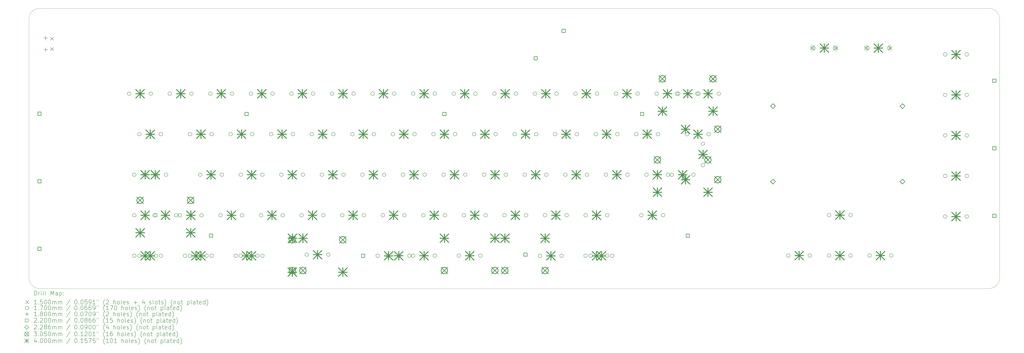
<source format=gbr>
%TF.GenerationSoftware,KiCad,Pcbnew,8.0.3*%
%TF.CreationDate,2024-09-11T17:05:25-04:00*%
%TF.ProjectId,prototypeTOBETESTED,70726f74-6f74-4797-9065-544f42455445,rev?*%
%TF.SameCoordinates,Original*%
%TF.FileFunction,Drillmap*%
%TF.FilePolarity,Positive*%
%FSLAX45Y45*%
G04 Gerber Fmt 4.5, Leading zero omitted, Abs format (unit mm)*
G04 Created by KiCad (PCBNEW 8.0.3) date 2024-09-11 17:05:25*
%MOMM*%
%LPD*%
G01*
G04 APERTURE LIST*
%ADD10C,0.100000*%
%ADD11C,0.200000*%
%ADD12C,0.150000*%
%ADD13C,0.170000*%
%ADD14C,0.180000*%
%ADD15C,0.220000*%
%ADD16C,0.228600*%
%ADD17C,0.305000*%
%ADD18C,0.400000*%
G04 APERTURE END LIST*
D10*
X2602040Y-22822680D02*
X2602040Y-10620680D01*
X48297040Y-10620680D02*
X48297040Y-22822680D01*
X3102040Y-23322680D02*
G75*
G02*
X2602040Y-22822680I0J500000D01*
G01*
X47797040Y-23322680D02*
X3102040Y-23322680D01*
X2602040Y-10620680D02*
G75*
G02*
X3102040Y-10120680I500000J0D01*
G01*
X3102040Y-10120680D02*
X47797040Y-10120680D01*
X47797040Y-10120680D02*
G75*
G02*
X48297040Y-10620680I0J-500000D01*
G01*
X48297040Y-22822680D02*
G75*
G02*
X47797040Y-23322680I-500000J0D01*
G01*
D11*
D12*
X3613840Y-11474260D02*
X3763840Y-11624260D01*
X3763840Y-11474260D02*
X3613840Y-11624260D01*
X3613840Y-11959260D02*
X3763840Y-12109260D01*
X3763840Y-11959260D02*
X3613840Y-12109260D01*
X39407900Y-11914670D02*
X39557900Y-12064670D01*
X39557900Y-11914670D02*
X39407900Y-12064670D01*
D10*
X39407900Y-11924670D02*
X39407900Y-12054670D01*
X39557900Y-12054670D02*
G75*
G02*
X39407900Y-12054670I-75000J0D01*
G01*
X39557900Y-12054670D02*
X39557900Y-11924670D01*
X39557900Y-11924670D02*
G75*
G03*
X39407900Y-11924670I-75000J0D01*
G01*
D12*
X40527900Y-11914670D02*
X40677900Y-12064670D01*
X40677900Y-11914670D02*
X40527900Y-12064670D01*
D10*
X40527900Y-11924670D02*
X40527900Y-12054670D01*
X40677900Y-12054670D02*
G75*
G02*
X40527900Y-12054670I-75000J0D01*
G01*
X40677900Y-12054670D02*
X40677900Y-11924670D01*
X40677900Y-11924670D02*
G75*
G03*
X40527900Y-11924670I-75000J0D01*
G01*
D12*
X41948900Y-11913380D02*
X42098900Y-12063380D01*
X42098900Y-11913380D02*
X41948900Y-12063380D01*
D10*
X41948900Y-11923380D02*
X41948900Y-12053380D01*
X42098900Y-12053380D02*
G75*
G02*
X41948900Y-12053380I-75000J0D01*
G01*
X42098900Y-12053380D02*
X42098900Y-11923380D01*
X42098900Y-11923380D02*
G75*
G03*
X41948900Y-11923380I-75000J0D01*
G01*
D12*
X43068900Y-11913380D02*
X43218900Y-12063380D01*
X43218900Y-11913380D02*
X43068900Y-12063380D01*
D10*
X43068900Y-11923380D02*
X43068900Y-12053380D01*
X43218900Y-12053380D02*
G75*
G02*
X43068900Y-12053380I-75000J0D01*
G01*
X43218900Y-12053380D02*
X43218900Y-11923380D01*
X43218900Y-11923380D02*
G75*
G03*
X43068900Y-11923380I-75000J0D01*
G01*
D13*
X7407820Y-14137720D02*
G75*
G02*
X7237820Y-14137720I-85000J0D01*
G01*
X7237820Y-14137720D02*
G75*
G02*
X7407820Y-14137720I85000J0D01*
G01*
X7646030Y-17958420D02*
G75*
G02*
X7476030Y-17958420I-85000J0D01*
G01*
X7476030Y-17958420D02*
G75*
G02*
X7646030Y-17958420I85000J0D01*
G01*
X7646030Y-19868420D02*
G75*
G02*
X7476030Y-19868420I-85000J0D01*
G01*
X7476030Y-19868420D02*
G75*
G02*
X7646030Y-19868420I85000J0D01*
G01*
X7646030Y-21778420D02*
G75*
G02*
X7476030Y-21778420I-85000J0D01*
G01*
X7476030Y-21778420D02*
G75*
G02*
X7646030Y-21778420I85000J0D01*
G01*
X7884780Y-16048420D02*
G75*
G02*
X7714780Y-16048420I-85000J0D01*
G01*
X7714780Y-16048420D02*
G75*
G02*
X7884780Y-16048420I85000J0D01*
G01*
X7884780Y-21778420D02*
G75*
G02*
X7714780Y-21778420I-85000J0D01*
G01*
X7714780Y-21778420D02*
G75*
G02*
X7884780Y-21778420I85000J0D01*
G01*
X8123530Y-17958420D02*
G75*
G02*
X7953530Y-17958420I-85000J0D01*
G01*
X7953530Y-17958420D02*
G75*
G02*
X8123530Y-17958420I85000J0D01*
G01*
X8423820Y-14137720D02*
G75*
G02*
X8253820Y-14137720I-85000J0D01*
G01*
X8253820Y-14137720D02*
G75*
G02*
X8423820Y-14137720I85000J0D01*
G01*
X8601030Y-19868420D02*
G75*
G02*
X8431030Y-19868420I-85000J0D01*
G01*
X8431030Y-19868420D02*
G75*
G02*
X8601030Y-19868420I85000J0D01*
G01*
X8662030Y-17958420D02*
G75*
G02*
X8492030Y-17958420I-85000J0D01*
G01*
X8492030Y-17958420D02*
G75*
G02*
X8662030Y-17958420I85000J0D01*
G01*
X8662030Y-19868420D02*
G75*
G02*
X8492030Y-19868420I-85000J0D01*
G01*
X8492030Y-19868420D02*
G75*
G02*
X8662030Y-19868420I85000J0D01*
G01*
X8662030Y-21778420D02*
G75*
G02*
X8492030Y-21778420I-85000J0D01*
G01*
X8492030Y-21778420D02*
G75*
G02*
X8662030Y-21778420I85000J0D01*
G01*
X8900780Y-16048420D02*
G75*
G02*
X8730780Y-16048420I-85000J0D01*
G01*
X8730780Y-16048420D02*
G75*
G02*
X8900780Y-16048420I85000J0D01*
G01*
X8900780Y-21778420D02*
G75*
G02*
X8730780Y-21778420I-85000J0D01*
G01*
X8730780Y-21778420D02*
G75*
G02*
X8900780Y-21778420I85000J0D01*
G01*
X9139530Y-17958420D02*
G75*
G02*
X8969530Y-17958420I-85000J0D01*
G01*
X8969530Y-17958420D02*
G75*
G02*
X9139530Y-17958420I85000J0D01*
G01*
X9317820Y-14137720D02*
G75*
G02*
X9147820Y-14137720I-85000J0D01*
G01*
X9147820Y-14137720D02*
G75*
G02*
X9317820Y-14137720I85000J0D01*
G01*
X9617030Y-19868420D02*
G75*
G02*
X9447030Y-19868420I-85000J0D01*
G01*
X9447030Y-19868420D02*
G75*
G02*
X9617030Y-19868420I85000J0D01*
G01*
X9795320Y-19867720D02*
G75*
G02*
X9625320Y-19867720I-85000J0D01*
G01*
X9625320Y-19867720D02*
G75*
G02*
X9795320Y-19867720I85000J0D01*
G01*
X10033530Y-21778420D02*
G75*
G02*
X9863530Y-21778420I-85000J0D01*
G01*
X9863530Y-21778420D02*
G75*
G02*
X10033530Y-21778420I85000J0D01*
G01*
X10272040Y-21779680D02*
G75*
G02*
X10102040Y-21779680I-85000J0D01*
G01*
X10102040Y-21779680D02*
G75*
G02*
X10272040Y-21779680I85000J0D01*
G01*
X10272820Y-16047720D02*
G75*
G02*
X10102820Y-16047720I-85000J0D01*
G01*
X10102820Y-16047720D02*
G75*
G02*
X10272820Y-16047720I85000J0D01*
G01*
X10333820Y-14137720D02*
G75*
G02*
X10163820Y-14137720I-85000J0D01*
G01*
X10163820Y-14137720D02*
G75*
G02*
X10333820Y-14137720I85000J0D01*
G01*
X10750320Y-17957720D02*
G75*
G02*
X10580320Y-17957720I-85000J0D01*
G01*
X10580320Y-17957720D02*
G75*
G02*
X10750320Y-17957720I85000J0D01*
G01*
X10811320Y-19867720D02*
G75*
G02*
X10641320Y-19867720I-85000J0D01*
G01*
X10641320Y-19867720D02*
G75*
G02*
X10811320Y-19867720I85000J0D01*
G01*
X11049530Y-21778420D02*
G75*
G02*
X10879530Y-21778420I-85000J0D01*
G01*
X10879530Y-21778420D02*
G75*
G02*
X11049530Y-21778420I85000J0D01*
G01*
X11227820Y-14137720D02*
G75*
G02*
X11057820Y-14137720I-85000J0D01*
G01*
X11057820Y-14137720D02*
G75*
G02*
X11227820Y-14137720I85000J0D01*
G01*
X11288040Y-21779680D02*
G75*
G02*
X11118040Y-21779680I-85000J0D01*
G01*
X11118040Y-21779680D02*
G75*
G02*
X11288040Y-21779680I85000J0D01*
G01*
X11288820Y-16047720D02*
G75*
G02*
X11118820Y-16047720I-85000J0D01*
G01*
X11118820Y-16047720D02*
G75*
G02*
X11288820Y-16047720I85000J0D01*
G01*
X11705320Y-19867720D02*
G75*
G02*
X11535320Y-19867720I-85000J0D01*
G01*
X11535320Y-19867720D02*
G75*
G02*
X11705320Y-19867720I85000J0D01*
G01*
X11766320Y-17957720D02*
G75*
G02*
X11596320Y-17957720I-85000J0D01*
G01*
X11596320Y-17957720D02*
G75*
G02*
X11766320Y-17957720I85000J0D01*
G01*
X12182820Y-16047720D02*
G75*
G02*
X12012820Y-16047720I-85000J0D01*
G01*
X12012820Y-16047720D02*
G75*
G02*
X12182820Y-16047720I85000J0D01*
G01*
X12243820Y-14137720D02*
G75*
G02*
X12073820Y-14137720I-85000J0D01*
G01*
X12073820Y-14137720D02*
G75*
G02*
X12243820Y-14137720I85000J0D01*
G01*
X12421655Y-21778420D02*
G75*
G02*
X12251655Y-21778420I-85000J0D01*
G01*
X12251655Y-21778420D02*
G75*
G02*
X12421655Y-21778420I85000J0D01*
G01*
X12659780Y-21778420D02*
G75*
G02*
X12489780Y-21778420I-85000J0D01*
G01*
X12489780Y-21778420D02*
G75*
G02*
X12659780Y-21778420I85000J0D01*
G01*
X12660320Y-17957720D02*
G75*
G02*
X12490320Y-17957720I-85000J0D01*
G01*
X12490320Y-17957720D02*
G75*
G02*
X12660320Y-17957720I85000J0D01*
G01*
X12721320Y-19867720D02*
G75*
G02*
X12551320Y-19867720I-85000J0D01*
G01*
X12551320Y-19867720D02*
G75*
G02*
X12721320Y-19867720I85000J0D01*
G01*
X13137820Y-14137720D02*
G75*
G02*
X12967820Y-14137720I-85000J0D01*
G01*
X12967820Y-14137720D02*
G75*
G02*
X13137820Y-14137720I85000J0D01*
G01*
X13198820Y-16047720D02*
G75*
G02*
X13028820Y-16047720I-85000J0D01*
G01*
X13028820Y-16047720D02*
G75*
G02*
X13198820Y-16047720I85000J0D01*
G01*
X13437655Y-21778420D02*
G75*
G02*
X13267655Y-21778420I-85000J0D01*
G01*
X13267655Y-21778420D02*
G75*
G02*
X13437655Y-21778420I85000J0D01*
G01*
X13615320Y-19867720D02*
G75*
G02*
X13445320Y-19867720I-85000J0D01*
G01*
X13445320Y-19867720D02*
G75*
G02*
X13615320Y-19867720I85000J0D01*
G01*
X13675780Y-21778420D02*
G75*
G02*
X13505780Y-21778420I-85000J0D01*
G01*
X13505780Y-21778420D02*
G75*
G02*
X13675780Y-21778420I85000J0D01*
G01*
X13676320Y-17957720D02*
G75*
G02*
X13506320Y-17957720I-85000J0D01*
G01*
X13506320Y-17957720D02*
G75*
G02*
X13676320Y-17957720I85000J0D01*
G01*
X14092820Y-16047720D02*
G75*
G02*
X13922820Y-16047720I-85000J0D01*
G01*
X13922820Y-16047720D02*
G75*
G02*
X14092820Y-16047720I85000J0D01*
G01*
X14153820Y-14137720D02*
G75*
G02*
X13983820Y-14137720I-85000J0D01*
G01*
X13983820Y-14137720D02*
G75*
G02*
X14153820Y-14137720I85000J0D01*
G01*
X14570320Y-17957720D02*
G75*
G02*
X14400320Y-17957720I-85000J0D01*
G01*
X14400320Y-17957720D02*
G75*
G02*
X14570320Y-17957720I85000J0D01*
G01*
X14631320Y-19867720D02*
G75*
G02*
X14461320Y-19867720I-85000J0D01*
G01*
X14461320Y-19867720D02*
G75*
G02*
X14631320Y-19867720I85000J0D01*
G01*
X15047820Y-14137720D02*
G75*
G02*
X14877820Y-14137720I-85000J0D01*
G01*
X14877820Y-14137720D02*
G75*
G02*
X15047820Y-14137720I85000J0D01*
G01*
X15108820Y-16047720D02*
G75*
G02*
X14938820Y-16047720I-85000J0D01*
G01*
X14938820Y-16047720D02*
G75*
G02*
X15108820Y-16047720I85000J0D01*
G01*
X15525320Y-19867720D02*
G75*
G02*
X15355320Y-19867720I-85000J0D01*
G01*
X15355320Y-19867720D02*
G75*
G02*
X15525320Y-19867720I85000J0D01*
G01*
X15586320Y-17957720D02*
G75*
G02*
X15416320Y-17957720I-85000J0D01*
G01*
X15416320Y-17957720D02*
G75*
G02*
X15586320Y-17957720I85000J0D01*
G01*
X15763530Y-21725120D02*
G75*
G02*
X15593530Y-21725120I-85000J0D01*
G01*
X15593530Y-21725120D02*
G75*
G02*
X15763530Y-21725120I85000J0D01*
G01*
X16002820Y-16047720D02*
G75*
G02*
X15832820Y-16047720I-85000J0D01*
G01*
X15832820Y-16047720D02*
G75*
G02*
X16002820Y-16047720I85000J0D01*
G01*
X16063820Y-14137720D02*
G75*
G02*
X15893820Y-14137720I-85000J0D01*
G01*
X15893820Y-14137720D02*
G75*
G02*
X16063820Y-14137720I85000J0D01*
G01*
X16480320Y-17957720D02*
G75*
G02*
X16310320Y-17957720I-85000J0D01*
G01*
X16310320Y-17957720D02*
G75*
G02*
X16480320Y-17957720I85000J0D01*
G01*
X16541320Y-19867720D02*
G75*
G02*
X16371320Y-19867720I-85000J0D01*
G01*
X16371320Y-19867720D02*
G75*
G02*
X16541320Y-19867720I85000J0D01*
G01*
X16779530Y-21725120D02*
G75*
G02*
X16609530Y-21725120I-85000J0D01*
G01*
X16609530Y-21725120D02*
G75*
G02*
X16779530Y-21725120I85000J0D01*
G01*
X16957820Y-14137720D02*
G75*
G02*
X16787820Y-14137720I-85000J0D01*
G01*
X16787820Y-14137720D02*
G75*
G02*
X16957820Y-14137720I85000J0D01*
G01*
X17018820Y-16047720D02*
G75*
G02*
X16848820Y-16047720I-85000J0D01*
G01*
X16848820Y-16047720D02*
G75*
G02*
X17018820Y-16047720I85000J0D01*
G01*
X17435320Y-19867720D02*
G75*
G02*
X17265320Y-19867720I-85000J0D01*
G01*
X17265320Y-19867720D02*
G75*
G02*
X17435320Y-19867720I85000J0D01*
G01*
X17496320Y-17957720D02*
G75*
G02*
X17326320Y-17957720I-85000J0D01*
G01*
X17326320Y-17957720D02*
G75*
G02*
X17496320Y-17957720I85000J0D01*
G01*
X17912820Y-16047720D02*
G75*
G02*
X17742820Y-16047720I-85000J0D01*
G01*
X17742820Y-16047720D02*
G75*
G02*
X17912820Y-16047720I85000J0D01*
G01*
X17973820Y-14137720D02*
G75*
G02*
X17803820Y-14137720I-85000J0D01*
G01*
X17803820Y-14137720D02*
G75*
G02*
X17973820Y-14137720I85000J0D01*
G01*
X18390320Y-17957720D02*
G75*
G02*
X18220320Y-17957720I-85000J0D01*
G01*
X18220320Y-17957720D02*
G75*
G02*
X18390320Y-17957720I85000J0D01*
G01*
X18451320Y-19867720D02*
G75*
G02*
X18281320Y-19867720I-85000J0D01*
G01*
X18281320Y-19867720D02*
G75*
G02*
X18451320Y-19867720I85000J0D01*
G01*
X18867820Y-14137720D02*
G75*
G02*
X18697820Y-14137720I-85000J0D01*
G01*
X18697820Y-14137720D02*
G75*
G02*
X18867820Y-14137720I85000J0D01*
G01*
X18928820Y-16047720D02*
G75*
G02*
X18758820Y-16047720I-85000J0D01*
G01*
X18758820Y-16047720D02*
G75*
G02*
X18928820Y-16047720I85000J0D01*
G01*
X19106030Y-21778420D02*
G75*
G02*
X18936030Y-21778420I-85000J0D01*
G01*
X18936030Y-21778420D02*
G75*
G02*
X19106030Y-21778420I85000J0D01*
G01*
X19345320Y-19867720D02*
G75*
G02*
X19175320Y-19867720I-85000J0D01*
G01*
X19175320Y-19867720D02*
G75*
G02*
X19345320Y-19867720I85000J0D01*
G01*
X19406320Y-17957720D02*
G75*
G02*
X19236320Y-17957720I-85000J0D01*
G01*
X19236320Y-17957720D02*
G75*
G02*
X19406320Y-17957720I85000J0D01*
G01*
X19583530Y-21775920D02*
G75*
G02*
X19413530Y-21775920I-85000J0D01*
G01*
X19413530Y-21775920D02*
G75*
G02*
X19583530Y-21775920I85000J0D01*
G01*
X19822820Y-16047720D02*
G75*
G02*
X19652820Y-16047720I-85000J0D01*
G01*
X19652820Y-16047720D02*
G75*
G02*
X19822820Y-16047720I85000J0D01*
G01*
X19883820Y-14137720D02*
G75*
G02*
X19713820Y-14137720I-85000J0D01*
G01*
X19713820Y-14137720D02*
G75*
G02*
X19883820Y-14137720I85000J0D01*
G01*
X20122030Y-21778420D02*
G75*
G02*
X19952030Y-21778420I-85000J0D01*
G01*
X19952030Y-21778420D02*
G75*
G02*
X20122030Y-21778420I85000J0D01*
G01*
X20300320Y-17957720D02*
G75*
G02*
X20130320Y-17957720I-85000J0D01*
G01*
X20130320Y-17957720D02*
G75*
G02*
X20300320Y-17957720I85000J0D01*
G01*
X20361320Y-19867720D02*
G75*
G02*
X20191320Y-19867720I-85000J0D01*
G01*
X20191320Y-19867720D02*
G75*
G02*
X20361320Y-19867720I85000J0D01*
G01*
X20599530Y-21775920D02*
G75*
G02*
X20429530Y-21775920I-85000J0D01*
G01*
X20429530Y-21775920D02*
G75*
G02*
X20599530Y-21775920I85000J0D01*
G01*
X20777280Y-21775920D02*
G75*
G02*
X20607280Y-21775920I-85000J0D01*
G01*
X20607280Y-21775920D02*
G75*
G02*
X20777280Y-21775920I85000J0D01*
G01*
X20777820Y-14137720D02*
G75*
G02*
X20607820Y-14137720I-85000J0D01*
G01*
X20607820Y-14137720D02*
G75*
G02*
X20777820Y-14137720I85000J0D01*
G01*
X20838820Y-16047720D02*
G75*
G02*
X20668820Y-16047720I-85000J0D01*
G01*
X20668820Y-16047720D02*
G75*
G02*
X20838820Y-16047720I85000J0D01*
G01*
X21255320Y-19867720D02*
G75*
G02*
X21085320Y-19867720I-85000J0D01*
G01*
X21085320Y-19867720D02*
G75*
G02*
X21255320Y-19867720I85000J0D01*
G01*
X21316320Y-17957720D02*
G75*
G02*
X21146320Y-17957720I-85000J0D01*
G01*
X21146320Y-17957720D02*
G75*
G02*
X21316320Y-17957720I85000J0D01*
G01*
X21732820Y-16047720D02*
G75*
G02*
X21562820Y-16047720I-85000J0D01*
G01*
X21562820Y-16047720D02*
G75*
G02*
X21732820Y-16047720I85000J0D01*
G01*
X21793280Y-21775920D02*
G75*
G02*
X21623280Y-21775920I-85000J0D01*
G01*
X21623280Y-21775920D02*
G75*
G02*
X21793280Y-21775920I85000J0D01*
G01*
X21793820Y-14137720D02*
G75*
G02*
X21623820Y-14137720I-85000J0D01*
G01*
X21623820Y-14137720D02*
G75*
G02*
X21793820Y-14137720I85000J0D01*
G01*
X22210320Y-17957720D02*
G75*
G02*
X22040320Y-17957720I-85000J0D01*
G01*
X22040320Y-17957720D02*
G75*
G02*
X22210320Y-17957720I85000J0D01*
G01*
X22271320Y-19867720D02*
G75*
G02*
X22101320Y-19867720I-85000J0D01*
G01*
X22101320Y-19867720D02*
G75*
G02*
X22271320Y-19867720I85000J0D01*
G01*
X22687820Y-14137720D02*
G75*
G02*
X22517820Y-14137720I-85000J0D01*
G01*
X22517820Y-14137720D02*
G75*
G02*
X22687820Y-14137720I85000J0D01*
G01*
X22748820Y-16047720D02*
G75*
G02*
X22578820Y-16047720I-85000J0D01*
G01*
X22578820Y-16047720D02*
G75*
G02*
X22748820Y-16047720I85000J0D01*
G01*
X22926030Y-21772920D02*
G75*
G02*
X22756030Y-21772920I-85000J0D01*
G01*
X22756030Y-21772920D02*
G75*
G02*
X22926030Y-21772920I85000J0D01*
G01*
X23165320Y-19867720D02*
G75*
G02*
X22995320Y-19867720I-85000J0D01*
G01*
X22995320Y-19867720D02*
G75*
G02*
X23165320Y-19867720I85000J0D01*
G01*
X23226320Y-17957720D02*
G75*
G02*
X23056320Y-17957720I-85000J0D01*
G01*
X23056320Y-17957720D02*
G75*
G02*
X23226320Y-17957720I85000J0D01*
G01*
X23642820Y-16047720D02*
G75*
G02*
X23472820Y-16047720I-85000J0D01*
G01*
X23472820Y-16047720D02*
G75*
G02*
X23642820Y-16047720I85000J0D01*
G01*
X23703820Y-14137720D02*
G75*
G02*
X23533820Y-14137720I-85000J0D01*
G01*
X23533820Y-14137720D02*
G75*
G02*
X23703820Y-14137720I85000J0D01*
G01*
X23942030Y-21772920D02*
G75*
G02*
X23772030Y-21772920I-85000J0D01*
G01*
X23772030Y-21772920D02*
G75*
G02*
X23942030Y-21772920I85000J0D01*
G01*
X24120320Y-17957720D02*
G75*
G02*
X23950320Y-17957720I-85000J0D01*
G01*
X23950320Y-17957720D02*
G75*
G02*
X24120320Y-17957720I85000J0D01*
G01*
X24181320Y-19867720D02*
G75*
G02*
X24011320Y-19867720I-85000J0D01*
G01*
X24011320Y-19867720D02*
G75*
G02*
X24181320Y-19867720I85000J0D01*
G01*
X24597820Y-14137720D02*
G75*
G02*
X24427820Y-14137720I-85000J0D01*
G01*
X24427820Y-14137720D02*
G75*
G02*
X24597820Y-14137720I85000J0D01*
G01*
X24658820Y-16047720D02*
G75*
G02*
X24488820Y-16047720I-85000J0D01*
G01*
X24488820Y-16047720D02*
G75*
G02*
X24658820Y-16047720I85000J0D01*
G01*
X25075320Y-19867720D02*
G75*
G02*
X24905320Y-19867720I-85000J0D01*
G01*
X24905320Y-19867720D02*
G75*
G02*
X25075320Y-19867720I85000J0D01*
G01*
X25136320Y-17957720D02*
G75*
G02*
X24966320Y-17957720I-85000J0D01*
G01*
X24966320Y-17957720D02*
G75*
G02*
X25136320Y-17957720I85000J0D01*
G01*
X25552820Y-16047720D02*
G75*
G02*
X25382820Y-16047720I-85000J0D01*
G01*
X25382820Y-16047720D02*
G75*
G02*
X25552820Y-16047720I85000J0D01*
G01*
X25613820Y-14137720D02*
G75*
G02*
X25443820Y-14137720I-85000J0D01*
G01*
X25443820Y-14137720D02*
G75*
G02*
X25613820Y-14137720I85000J0D01*
G01*
X26030320Y-17957720D02*
G75*
G02*
X25860320Y-17957720I-85000J0D01*
G01*
X25860320Y-17957720D02*
G75*
G02*
X26030320Y-17957720I85000J0D01*
G01*
X26091320Y-19867720D02*
G75*
G02*
X25921320Y-19867720I-85000J0D01*
G01*
X25921320Y-19867720D02*
G75*
G02*
X26091320Y-19867720I85000J0D01*
G01*
X26507820Y-14137720D02*
G75*
G02*
X26337820Y-14137720I-85000J0D01*
G01*
X26337820Y-14137720D02*
G75*
G02*
X26507820Y-14137720I85000J0D01*
G01*
X26568820Y-16047720D02*
G75*
G02*
X26398820Y-16047720I-85000J0D01*
G01*
X26398820Y-16047720D02*
G75*
G02*
X26568820Y-16047720I85000J0D01*
G01*
X26746030Y-21778420D02*
G75*
G02*
X26576030Y-21778420I-85000J0D01*
G01*
X26576030Y-21778420D02*
G75*
G02*
X26746030Y-21778420I85000J0D01*
G01*
X26985320Y-19867720D02*
G75*
G02*
X26815320Y-19867720I-85000J0D01*
G01*
X26815320Y-19867720D02*
G75*
G02*
X26985320Y-19867720I85000J0D01*
G01*
X27046320Y-17957720D02*
G75*
G02*
X26876320Y-17957720I-85000J0D01*
G01*
X26876320Y-17957720D02*
G75*
G02*
X27046320Y-17957720I85000J0D01*
G01*
X27462820Y-16047720D02*
G75*
G02*
X27292820Y-16047720I-85000J0D01*
G01*
X27292820Y-16047720D02*
G75*
G02*
X27462820Y-16047720I85000J0D01*
G01*
X27523820Y-14137720D02*
G75*
G02*
X27353820Y-14137720I-85000J0D01*
G01*
X27353820Y-14137720D02*
G75*
G02*
X27523820Y-14137720I85000J0D01*
G01*
X27762030Y-21778420D02*
G75*
G02*
X27592030Y-21778420I-85000J0D01*
G01*
X27592030Y-21778420D02*
G75*
G02*
X27762030Y-21778420I85000J0D01*
G01*
X27940320Y-17957720D02*
G75*
G02*
X27770320Y-17957720I-85000J0D01*
G01*
X27770320Y-17957720D02*
G75*
G02*
X27940320Y-17957720I85000J0D01*
G01*
X28001320Y-19867720D02*
G75*
G02*
X27831320Y-19867720I-85000J0D01*
G01*
X27831320Y-19867720D02*
G75*
G02*
X28001320Y-19867720I85000J0D01*
G01*
X28417820Y-14137720D02*
G75*
G02*
X28247820Y-14137720I-85000J0D01*
G01*
X28247820Y-14137720D02*
G75*
G02*
X28417820Y-14137720I85000J0D01*
G01*
X28478820Y-16047720D02*
G75*
G02*
X28308820Y-16047720I-85000J0D01*
G01*
X28308820Y-16047720D02*
G75*
G02*
X28478820Y-16047720I85000J0D01*
G01*
X28894780Y-21778420D02*
G75*
G02*
X28724780Y-21778420I-85000J0D01*
G01*
X28724780Y-21778420D02*
G75*
G02*
X28894780Y-21778420I85000J0D01*
G01*
X28895320Y-19867720D02*
G75*
G02*
X28725320Y-19867720I-85000J0D01*
G01*
X28725320Y-19867720D02*
G75*
G02*
X28895320Y-19867720I85000J0D01*
G01*
X28956320Y-17957720D02*
G75*
G02*
X28786320Y-17957720I-85000J0D01*
G01*
X28786320Y-17957720D02*
G75*
G02*
X28956320Y-17957720I85000J0D01*
G01*
X29133530Y-21778420D02*
G75*
G02*
X28963530Y-21778420I-85000J0D01*
G01*
X28963530Y-21778420D02*
G75*
G02*
X29133530Y-21778420I85000J0D01*
G01*
X29372820Y-16047720D02*
G75*
G02*
X29202820Y-16047720I-85000J0D01*
G01*
X29202820Y-16047720D02*
G75*
G02*
X29372820Y-16047720I85000J0D01*
G01*
X29433820Y-14137720D02*
G75*
G02*
X29263820Y-14137720I-85000J0D01*
G01*
X29263820Y-14137720D02*
G75*
G02*
X29433820Y-14137720I85000J0D01*
G01*
X29850320Y-17957720D02*
G75*
G02*
X29680320Y-17957720I-85000J0D01*
G01*
X29680320Y-17957720D02*
G75*
G02*
X29850320Y-17957720I85000J0D01*
G01*
X29910780Y-21778420D02*
G75*
G02*
X29740780Y-21778420I-85000J0D01*
G01*
X29740780Y-21778420D02*
G75*
G02*
X29910780Y-21778420I85000J0D01*
G01*
X29911320Y-19867720D02*
G75*
G02*
X29741320Y-19867720I-85000J0D01*
G01*
X29741320Y-19867720D02*
G75*
G02*
X29911320Y-19867720I85000J0D01*
G01*
X30149530Y-21778420D02*
G75*
G02*
X29979530Y-21778420I-85000J0D01*
G01*
X29979530Y-21778420D02*
G75*
G02*
X30149530Y-21778420I85000J0D01*
G01*
X30327820Y-14137720D02*
G75*
G02*
X30157820Y-14137720I-85000J0D01*
G01*
X30157820Y-14137720D02*
G75*
G02*
X30327820Y-14137720I85000J0D01*
G01*
X30388820Y-16047720D02*
G75*
G02*
X30218820Y-16047720I-85000J0D01*
G01*
X30218820Y-16047720D02*
G75*
G02*
X30388820Y-16047720I85000J0D01*
G01*
X30866320Y-17957720D02*
G75*
G02*
X30696320Y-17957720I-85000J0D01*
G01*
X30696320Y-17957720D02*
G75*
G02*
X30866320Y-17957720I85000J0D01*
G01*
X31282820Y-16047720D02*
G75*
G02*
X31112820Y-16047720I-85000J0D01*
G01*
X31112820Y-16047720D02*
G75*
G02*
X31282820Y-16047720I85000J0D01*
G01*
X31343820Y-14137720D02*
G75*
G02*
X31173820Y-14137720I-85000J0D01*
G01*
X31173820Y-14137720D02*
G75*
G02*
X31343820Y-14137720I85000J0D01*
G01*
X31521030Y-19868420D02*
G75*
G02*
X31351030Y-19868420I-85000J0D01*
G01*
X31351030Y-19868420D02*
G75*
G02*
X31521030Y-19868420I85000J0D01*
G01*
X31760320Y-17957720D02*
G75*
G02*
X31590320Y-17957720I-85000J0D01*
G01*
X31590320Y-17957720D02*
G75*
G02*
X31760320Y-17957720I85000J0D01*
G01*
X32237820Y-14137720D02*
G75*
G02*
X32067820Y-14137720I-85000J0D01*
G01*
X32067820Y-14137720D02*
G75*
G02*
X32237820Y-14137720I85000J0D01*
G01*
X32298820Y-16047720D02*
G75*
G02*
X32128820Y-16047720I-85000J0D01*
G01*
X32128820Y-16047720D02*
G75*
G02*
X32298820Y-16047720I85000J0D01*
G01*
X32537030Y-19868420D02*
G75*
G02*
X32367030Y-19868420I-85000J0D01*
G01*
X32367030Y-19868420D02*
G75*
G02*
X32537030Y-19868420I85000J0D01*
G01*
X32776320Y-17957720D02*
G75*
G02*
X32606320Y-17957720I-85000J0D01*
G01*
X32606320Y-17957720D02*
G75*
G02*
X32776320Y-17957720I85000J0D01*
G01*
X32953530Y-17958420D02*
G75*
G02*
X32783530Y-17958420I-85000J0D01*
G01*
X32783530Y-17958420D02*
G75*
G02*
X32953530Y-17958420I85000J0D01*
G01*
X33192280Y-14138420D02*
G75*
G02*
X33022280Y-14138420I-85000J0D01*
G01*
X33022280Y-14138420D02*
G75*
G02*
X33192280Y-14138420I85000J0D01*
G01*
X33253820Y-14137720D02*
G75*
G02*
X33083820Y-14137720I-85000J0D01*
G01*
X33083820Y-14137720D02*
G75*
G02*
X33253820Y-14137720I85000J0D01*
G01*
X33669780Y-16048420D02*
G75*
G02*
X33499780Y-16048420I-85000J0D01*
G01*
X33499780Y-16048420D02*
G75*
G02*
X33669780Y-16048420I85000J0D01*
G01*
X33969530Y-17958420D02*
G75*
G02*
X33799530Y-17958420I-85000J0D01*
G01*
X33799530Y-17958420D02*
G75*
G02*
X33969530Y-17958420I85000J0D01*
G01*
X34147820Y-14137720D02*
G75*
G02*
X33977820Y-14137720I-85000J0D01*
G01*
X33977820Y-14137720D02*
G75*
G02*
X34147820Y-14137720I85000J0D01*
G01*
X34208280Y-14138420D02*
G75*
G02*
X34038280Y-14138420I-85000J0D01*
G01*
X34038280Y-14138420D02*
G75*
G02*
X34208280Y-14138420I85000J0D01*
G01*
X34416530Y-16495420D02*
G75*
G02*
X34246530Y-16495420I-85000J0D01*
G01*
X34246530Y-16495420D02*
G75*
G02*
X34416530Y-16495420I85000J0D01*
G01*
X34416530Y-17511420D02*
G75*
G02*
X34246530Y-17511420I-85000J0D01*
G01*
X34246530Y-17511420D02*
G75*
G02*
X34416530Y-17511420I85000J0D01*
G01*
X34685780Y-16048420D02*
G75*
G02*
X34515780Y-16048420I-85000J0D01*
G01*
X34515780Y-16048420D02*
G75*
G02*
X34685780Y-16048420I85000J0D01*
G01*
X35163820Y-14137720D02*
G75*
G02*
X34993820Y-14137720I-85000J0D01*
G01*
X34993820Y-14137720D02*
G75*
G02*
X35163820Y-14137720I85000J0D01*
G01*
X38436040Y-21767680D02*
G75*
G02*
X38266040Y-21767680I-85000J0D01*
G01*
X38266040Y-21767680D02*
G75*
G02*
X38436040Y-21767680I85000J0D01*
G01*
X39452040Y-21767680D02*
G75*
G02*
X39282040Y-21767680I-85000J0D01*
G01*
X39282040Y-21767680D02*
G75*
G02*
X39452040Y-21767680I85000J0D01*
G01*
X39620440Y-11988970D02*
G75*
G02*
X39450440Y-11988970I-85000J0D01*
G01*
X39450440Y-11988970D02*
G75*
G02*
X39620440Y-11988970I85000J0D01*
G01*
X40354420Y-19858180D02*
G75*
G02*
X40184420Y-19858180I-85000J0D01*
G01*
X40184420Y-19858180D02*
G75*
G02*
X40354420Y-19858180I85000J0D01*
G01*
X40354420Y-21768180D02*
G75*
G02*
X40184420Y-21768180I-85000J0D01*
G01*
X40184420Y-21768180D02*
G75*
G02*
X40354420Y-21768180I85000J0D01*
G01*
X40636440Y-11988970D02*
G75*
G02*
X40466440Y-11988970I-85000J0D01*
G01*
X40466440Y-11988970D02*
G75*
G02*
X40636440Y-11988970I85000J0D01*
G01*
X41370420Y-19858180D02*
G75*
G02*
X41200420Y-19858180I-85000J0D01*
G01*
X41200420Y-19858180D02*
G75*
G02*
X41370420Y-19858180I85000J0D01*
G01*
X41370420Y-21768180D02*
G75*
G02*
X41200420Y-21768180I-85000J0D01*
G01*
X41200420Y-21768180D02*
G75*
G02*
X41370420Y-21768180I85000J0D01*
G01*
X42161440Y-11987680D02*
G75*
G02*
X41991440Y-11987680I-85000J0D01*
G01*
X41991440Y-11987680D02*
G75*
G02*
X42161440Y-11987680I85000J0D01*
G01*
X42264420Y-21768180D02*
G75*
G02*
X42094420Y-21768180I-85000J0D01*
G01*
X42094420Y-21768180D02*
G75*
G02*
X42264420Y-21768180I85000J0D01*
G01*
X43177440Y-11987680D02*
G75*
G02*
X43007440Y-11987680I-85000J0D01*
G01*
X43007440Y-11987680D02*
G75*
G02*
X43177440Y-11987680I85000J0D01*
G01*
X43280420Y-21768180D02*
G75*
G02*
X43110420Y-21768180I-85000J0D01*
G01*
X43110420Y-21768180D02*
G75*
G02*
X43280420Y-21768180I85000J0D01*
G01*
X45823040Y-12291440D02*
G75*
G02*
X45653040Y-12291440I-85000J0D01*
G01*
X45653040Y-12291440D02*
G75*
G02*
X45823040Y-12291440I85000J0D01*
G01*
X45823040Y-14196680D02*
G75*
G02*
X45653040Y-14196680I-85000J0D01*
G01*
X45653040Y-14196680D02*
G75*
G02*
X45823040Y-14196680I85000J0D01*
G01*
X45823040Y-16106680D02*
G75*
G02*
X45653040Y-16106680I-85000J0D01*
G01*
X45653040Y-16106680D02*
G75*
G02*
X45823040Y-16106680I85000J0D01*
G01*
X45823040Y-18016680D02*
G75*
G02*
X45653040Y-18016680I-85000J0D01*
G01*
X45653040Y-18016680D02*
G75*
G02*
X45823040Y-18016680I85000J0D01*
G01*
X45823040Y-19926680D02*
G75*
G02*
X45653040Y-19926680I-85000J0D01*
G01*
X45653040Y-19926680D02*
G75*
G02*
X45823040Y-19926680I85000J0D01*
G01*
X46839040Y-12291440D02*
G75*
G02*
X46669040Y-12291440I-85000J0D01*
G01*
X46669040Y-12291440D02*
G75*
G02*
X46839040Y-12291440I85000J0D01*
G01*
X46839040Y-14196680D02*
G75*
G02*
X46669040Y-14196680I-85000J0D01*
G01*
X46669040Y-14196680D02*
G75*
G02*
X46839040Y-14196680I85000J0D01*
G01*
X46839040Y-16106680D02*
G75*
G02*
X46669040Y-16106680I-85000J0D01*
G01*
X46669040Y-16106680D02*
G75*
G02*
X46839040Y-16106680I85000J0D01*
G01*
X46839040Y-18016680D02*
G75*
G02*
X46669040Y-18016680I-85000J0D01*
G01*
X46669040Y-18016680D02*
G75*
G02*
X46839040Y-18016680I85000J0D01*
G01*
X46839040Y-19926680D02*
G75*
G02*
X46669040Y-19926680I-85000J0D01*
G01*
X46669040Y-19926680D02*
G75*
G02*
X46839040Y-19926680I85000J0D01*
G01*
D14*
X3385840Y-11429260D02*
X3385840Y-11609260D01*
X3295840Y-11519260D02*
X3475840Y-11519260D01*
X3385840Y-11974260D02*
X3385840Y-12154260D01*
X3295840Y-12064260D02*
X3475840Y-12064260D01*
D15*
X3171458Y-15158407D02*
X3171458Y-15002842D01*
X3015893Y-15002842D01*
X3015893Y-15158407D01*
X3171458Y-15158407D01*
X3171458Y-18340783D02*
X3171458Y-18185218D01*
X3015893Y-18185218D01*
X3015893Y-18340783D01*
X3171458Y-18340783D01*
X3171458Y-21523158D02*
X3171458Y-21367593D01*
X3015893Y-21367593D01*
X3015893Y-21523158D01*
X3171458Y-21523158D01*
X11250562Y-20901703D02*
X11250562Y-20746138D01*
X11094998Y-20746138D01*
X11094998Y-20901703D01*
X11250562Y-20901703D01*
X12921812Y-15171202D02*
X12921812Y-15015637D01*
X12766247Y-15015637D01*
X12766247Y-15171202D01*
X12921812Y-15171202D01*
X18413063Y-21856203D02*
X18413063Y-21700638D01*
X18257498Y-21700638D01*
X18257498Y-21856203D01*
X18413063Y-21856203D01*
X22233063Y-15171202D02*
X22233063Y-15015637D01*
X22077498Y-15015637D01*
X22077498Y-15171202D01*
X22233063Y-15171202D01*
X26053062Y-21799903D02*
X26053062Y-21644338D01*
X25897497Y-21644338D01*
X25897497Y-21799903D01*
X26053062Y-21799903D01*
X26530562Y-12544952D02*
X26530562Y-12389387D01*
X26374997Y-12389387D01*
X26374997Y-12544952D01*
X26530562Y-12544952D01*
X27846562Y-11255702D02*
X27846562Y-11100138D01*
X27690997Y-11100138D01*
X27690997Y-11255702D01*
X27846562Y-11255702D01*
X31544312Y-15171202D02*
X31544312Y-15015637D01*
X31388747Y-15015637D01*
X31388747Y-15171202D01*
X31544312Y-15171202D01*
X33693063Y-20901203D02*
X33693063Y-20745638D01*
X33537497Y-20745638D01*
X33537497Y-20901203D01*
X33693063Y-20901203D01*
X48126282Y-13605157D02*
X48126282Y-13449592D01*
X47970717Y-13449592D01*
X47970717Y-13605157D01*
X48126282Y-13605157D01*
X48126282Y-16787533D02*
X48126282Y-16631967D01*
X47970717Y-16631967D01*
X47970717Y-16787533D01*
X48126282Y-16787533D01*
X48126282Y-19969908D02*
X48126282Y-19814343D01*
X47970717Y-19814343D01*
X47970717Y-19969908D01*
X48126282Y-19969908D01*
D16*
X37627280Y-14837220D02*
X37741580Y-14722920D01*
X37627280Y-14608620D01*
X37512980Y-14722920D01*
X37627280Y-14837220D01*
X37627280Y-18393220D02*
X37741580Y-18278920D01*
X37627280Y-18164620D01*
X37512980Y-18278920D01*
X37627280Y-18393220D01*
X43723280Y-14837220D02*
X43837580Y-14722920D01*
X43723280Y-14608620D01*
X43608980Y-14722920D01*
X43723280Y-14837220D01*
X43723280Y-18393220D02*
X43837580Y-18278920D01*
X43723280Y-18164620D01*
X43608980Y-18278920D01*
X43723280Y-18393220D01*
D17*
X7681530Y-19015920D02*
X7986530Y-19320920D01*
X7986530Y-19015920D02*
X7681530Y-19320920D01*
X7986530Y-19168420D02*
G75*
G02*
X7681530Y-19168420I-152500J0D01*
G01*
X7681530Y-19168420D02*
G75*
G02*
X7986530Y-19168420I152500J0D01*
G01*
X10061530Y-19015920D02*
X10366530Y-19320920D01*
X10366530Y-19015920D02*
X10061530Y-19320920D01*
X10366530Y-19168420D02*
G75*
G02*
X10061530Y-19168420I-152500J0D01*
G01*
X10061530Y-19168420D02*
G75*
G02*
X10366530Y-19168420I152500J0D01*
G01*
X14844030Y-20872620D02*
X15149030Y-21177620D01*
X15149030Y-20872620D02*
X14844030Y-21177620D01*
X15149030Y-21025120D02*
G75*
G02*
X14844030Y-21025120I-152500J0D01*
G01*
X14844030Y-21025120D02*
G75*
G02*
X15149030Y-21025120I152500J0D01*
G01*
X14854030Y-22323420D02*
X15159030Y-22628420D01*
X15159030Y-22323420D02*
X14854030Y-22628420D01*
X15159030Y-22475920D02*
G75*
G02*
X14854030Y-22475920I-152500J0D01*
G01*
X14854030Y-22475920D02*
G75*
G02*
X15159030Y-22475920I152500J0D01*
G01*
X15347780Y-22323420D02*
X15652780Y-22628420D01*
X15652780Y-22323420D02*
X15347780Y-22628420D01*
X15652780Y-22475920D02*
G75*
G02*
X15347780Y-22475920I-152500J0D01*
G01*
X15347780Y-22475920D02*
G75*
G02*
X15652780Y-22475920I152500J0D01*
G01*
X17224030Y-20872620D02*
X17529030Y-21177620D01*
X17529030Y-20872620D02*
X17224030Y-21177620D01*
X17529030Y-21025120D02*
G75*
G02*
X17224030Y-21025120I-152500J0D01*
G01*
X17224030Y-21025120D02*
G75*
G02*
X17529030Y-21025120I152500J0D01*
G01*
X22006530Y-22320420D02*
X22311530Y-22625420D01*
X22311530Y-22320420D02*
X22006530Y-22625420D01*
X22311530Y-22472920D02*
G75*
G02*
X22006530Y-22472920I-152500J0D01*
G01*
X22006530Y-22472920D02*
G75*
G02*
X22311530Y-22472920I152500J0D01*
G01*
X24386530Y-22320420D02*
X24691530Y-22625420D01*
X24691530Y-22320420D02*
X24386530Y-22625420D01*
X24691530Y-22472920D02*
G75*
G02*
X24386530Y-22472920I-152500J0D01*
G01*
X24386530Y-22472920D02*
G75*
G02*
X24691530Y-22472920I152500J0D01*
G01*
X24854030Y-22323420D02*
X25159030Y-22628420D01*
X25159030Y-22323420D02*
X24854030Y-22628420D01*
X25159030Y-22475920D02*
G75*
G02*
X24854030Y-22475920I-152500J0D01*
G01*
X24854030Y-22475920D02*
G75*
G02*
X25159030Y-22475920I152500J0D01*
G01*
X26747780Y-22323420D02*
X27052780Y-22628420D01*
X27052780Y-22323420D02*
X26747780Y-22628420D01*
X27052780Y-22475920D02*
G75*
G02*
X26747780Y-22475920I-152500J0D01*
G01*
X26747780Y-22475920D02*
G75*
G02*
X27052780Y-22475920I152500J0D01*
G01*
X32034030Y-17105920D02*
X32339030Y-17410920D01*
X32339030Y-17105920D02*
X32034030Y-17410920D01*
X32339030Y-17258420D02*
G75*
G02*
X32034030Y-17258420I-152500J0D01*
G01*
X32034030Y-17258420D02*
G75*
G02*
X32339030Y-17258420I152500J0D01*
G01*
X32272780Y-13285920D02*
X32577780Y-13590920D01*
X32577780Y-13285920D02*
X32272780Y-13590920D01*
X32577780Y-13438420D02*
G75*
G02*
X32272780Y-13438420I-152500J0D01*
G01*
X32272780Y-13438420D02*
G75*
G02*
X32577780Y-13438420I152500J0D01*
G01*
X34414030Y-17105920D02*
X34719030Y-17410920D01*
X34719030Y-17105920D02*
X34414030Y-17410920D01*
X34719030Y-17258420D02*
G75*
G02*
X34414030Y-17258420I-152500J0D01*
G01*
X34414030Y-17258420D02*
G75*
G02*
X34719030Y-17258420I152500J0D01*
G01*
X34652780Y-13285920D02*
X34957780Y-13590920D01*
X34957780Y-13285920D02*
X34652780Y-13590920D01*
X34957780Y-13438420D02*
G75*
G02*
X34652780Y-13438420I-152500J0D01*
G01*
X34652780Y-13438420D02*
G75*
G02*
X34957780Y-13438420I152500J0D01*
G01*
X34879030Y-15660920D02*
X35184030Y-15965920D01*
X35184030Y-15660920D02*
X34879030Y-15965920D01*
X35184030Y-15813420D02*
G75*
G02*
X34879030Y-15813420I-152500J0D01*
G01*
X34879030Y-15813420D02*
G75*
G02*
X35184030Y-15813420I152500J0D01*
G01*
X34879030Y-18040920D02*
X35184030Y-18345920D01*
X35184030Y-18040920D02*
X34879030Y-18345920D01*
X35184030Y-18193420D02*
G75*
G02*
X34879030Y-18193420I-152500J0D01*
G01*
X34879030Y-18193420D02*
G75*
G02*
X35184030Y-18193420I152500J0D01*
G01*
D18*
X7630820Y-13937720D02*
X8030820Y-14337720D01*
X8030820Y-13937720D02*
X7630820Y-14337720D01*
X7830820Y-13937720D02*
X7830820Y-14337720D01*
X7630820Y-14137720D02*
X8030820Y-14137720D01*
X7634030Y-20492420D02*
X8034030Y-20892420D01*
X8034030Y-20492420D02*
X7634030Y-20892420D01*
X7834030Y-20492420D02*
X7834030Y-20892420D01*
X7634030Y-20692420D02*
X8034030Y-20692420D01*
X7869030Y-17758420D02*
X8269030Y-18158420D01*
X8269030Y-17758420D02*
X7869030Y-18158420D01*
X8069030Y-17758420D02*
X8069030Y-18158420D01*
X7869030Y-17958420D02*
X8269030Y-17958420D01*
X7869030Y-19668420D02*
X8269030Y-20068420D01*
X8269030Y-19668420D02*
X7869030Y-20068420D01*
X8069030Y-19668420D02*
X8069030Y-20068420D01*
X7869030Y-19868420D02*
X8269030Y-19868420D01*
X7869030Y-21578420D02*
X8269030Y-21978420D01*
X8269030Y-21578420D02*
X7869030Y-21978420D01*
X8069030Y-21578420D02*
X8069030Y-21978420D01*
X7869030Y-21778420D02*
X8269030Y-21778420D01*
X8107780Y-15848420D02*
X8507780Y-16248420D01*
X8507780Y-15848420D02*
X8107780Y-16248420D01*
X8307780Y-15848420D02*
X8307780Y-16248420D01*
X8107780Y-16048420D02*
X8507780Y-16048420D01*
X8107780Y-21578420D02*
X8507780Y-21978420D01*
X8507780Y-21578420D02*
X8107780Y-21978420D01*
X8307780Y-21578420D02*
X8307780Y-21978420D01*
X8107780Y-21778420D02*
X8507780Y-21778420D01*
X8346530Y-17758420D02*
X8746530Y-18158420D01*
X8746530Y-17758420D02*
X8346530Y-18158420D01*
X8546530Y-17758420D02*
X8546530Y-18158420D01*
X8346530Y-17958420D02*
X8746530Y-17958420D01*
X8824030Y-19668420D02*
X9224030Y-20068420D01*
X9224030Y-19668420D02*
X8824030Y-20068420D01*
X9024030Y-19668420D02*
X9024030Y-20068420D01*
X8824030Y-19868420D02*
X9224030Y-19868420D01*
X9540820Y-13937720D02*
X9940820Y-14337720D01*
X9940820Y-13937720D02*
X9540820Y-14337720D01*
X9740820Y-13937720D02*
X9740820Y-14337720D01*
X9540820Y-14137720D02*
X9940820Y-14137720D01*
X10014030Y-20492420D02*
X10414030Y-20892420D01*
X10414030Y-20492420D02*
X10014030Y-20892420D01*
X10214030Y-20492420D02*
X10214030Y-20892420D01*
X10014030Y-20692420D02*
X10414030Y-20692420D01*
X10018320Y-19667720D02*
X10418320Y-20067720D01*
X10418320Y-19667720D02*
X10018320Y-20067720D01*
X10218320Y-19667720D02*
X10218320Y-20067720D01*
X10018320Y-19867720D02*
X10418320Y-19867720D01*
X10256530Y-21578420D02*
X10656530Y-21978420D01*
X10656530Y-21578420D02*
X10256530Y-21978420D01*
X10456530Y-21578420D02*
X10456530Y-21978420D01*
X10256530Y-21778420D02*
X10656530Y-21778420D01*
X10495040Y-21579680D02*
X10895040Y-21979680D01*
X10895040Y-21579680D02*
X10495040Y-21979680D01*
X10695040Y-21579680D02*
X10695040Y-21979680D01*
X10495040Y-21779680D02*
X10895040Y-21779680D01*
X10495820Y-15847720D02*
X10895820Y-16247720D01*
X10895820Y-15847720D02*
X10495820Y-16247720D01*
X10695820Y-15847720D02*
X10695820Y-16247720D01*
X10495820Y-16047720D02*
X10895820Y-16047720D01*
X10973320Y-17757720D02*
X11373320Y-18157720D01*
X11373320Y-17757720D02*
X10973320Y-18157720D01*
X11173320Y-17757720D02*
X11173320Y-18157720D01*
X10973320Y-17957720D02*
X11373320Y-17957720D01*
X11450820Y-13937720D02*
X11850820Y-14337720D01*
X11850820Y-13937720D02*
X11450820Y-14337720D01*
X11650820Y-13937720D02*
X11650820Y-14337720D01*
X11450820Y-14137720D02*
X11850820Y-14137720D01*
X11928320Y-19667720D02*
X12328320Y-20067720D01*
X12328320Y-19667720D02*
X11928320Y-20067720D01*
X12128320Y-19667720D02*
X12128320Y-20067720D01*
X11928320Y-19867720D02*
X12328320Y-19867720D01*
X12405820Y-15847720D02*
X12805820Y-16247720D01*
X12805820Y-15847720D02*
X12405820Y-16247720D01*
X12605820Y-15847720D02*
X12605820Y-16247720D01*
X12405820Y-16047720D02*
X12805820Y-16047720D01*
X12644655Y-21578420D02*
X13044655Y-21978420D01*
X13044655Y-21578420D02*
X12644655Y-21978420D01*
X12844655Y-21578420D02*
X12844655Y-21978420D01*
X12644655Y-21778420D02*
X13044655Y-21778420D01*
X12882780Y-21578420D02*
X13282780Y-21978420D01*
X13282780Y-21578420D02*
X12882780Y-21978420D01*
X13082780Y-21578420D02*
X13082780Y-21978420D01*
X12882780Y-21778420D02*
X13282780Y-21778420D01*
X12883320Y-17757720D02*
X13283320Y-18157720D01*
X13283320Y-17757720D02*
X12883320Y-18157720D01*
X13083320Y-17757720D02*
X13083320Y-18157720D01*
X12883320Y-17957720D02*
X13283320Y-17957720D01*
X13360820Y-13937720D02*
X13760820Y-14337720D01*
X13760820Y-13937720D02*
X13360820Y-14337720D01*
X13560820Y-13937720D02*
X13560820Y-14337720D01*
X13360820Y-14137720D02*
X13760820Y-14137720D01*
X13838320Y-19667720D02*
X14238320Y-20067720D01*
X14238320Y-19667720D02*
X13838320Y-20067720D01*
X14038320Y-19667720D02*
X14038320Y-20067720D01*
X13838320Y-19867720D02*
X14238320Y-19867720D01*
X14315820Y-15847720D02*
X14715820Y-16247720D01*
X14715820Y-15847720D02*
X14315820Y-16247720D01*
X14515820Y-15847720D02*
X14515820Y-16247720D01*
X14315820Y-16047720D02*
X14715820Y-16047720D01*
X14793320Y-17757720D02*
X15193320Y-18157720D01*
X15193320Y-17757720D02*
X14793320Y-18157720D01*
X14993320Y-17757720D02*
X14993320Y-18157720D01*
X14793320Y-17957720D02*
X15193320Y-17957720D01*
X14796530Y-22349120D02*
X15196530Y-22749120D01*
X15196530Y-22349120D02*
X14796530Y-22749120D01*
X14996530Y-22349120D02*
X14996530Y-22749120D01*
X14796530Y-22549120D02*
X15196530Y-22549120D01*
X14806530Y-20751920D02*
X15206530Y-21151920D01*
X15206530Y-20751920D02*
X14806530Y-21151920D01*
X15006530Y-20751920D02*
X15006530Y-21151920D01*
X14806530Y-20951920D02*
X15206530Y-20951920D01*
X15270820Y-13937720D02*
X15670820Y-14337720D01*
X15670820Y-13937720D02*
X15270820Y-14337720D01*
X15470820Y-13937720D02*
X15470820Y-14337720D01*
X15270820Y-14137720D02*
X15670820Y-14137720D01*
X15300280Y-20751920D02*
X15700280Y-21151920D01*
X15700280Y-20751920D02*
X15300280Y-21151920D01*
X15500280Y-20751920D02*
X15500280Y-21151920D01*
X15300280Y-20951920D02*
X15700280Y-20951920D01*
X15748320Y-19667720D02*
X16148320Y-20067720D01*
X16148320Y-19667720D02*
X15748320Y-20067720D01*
X15948320Y-19667720D02*
X15948320Y-20067720D01*
X15748320Y-19867720D02*
X16148320Y-19867720D01*
X15986530Y-21525120D02*
X16386530Y-21925120D01*
X16386530Y-21525120D02*
X15986530Y-21925120D01*
X16186530Y-21525120D02*
X16186530Y-21925120D01*
X15986530Y-21725120D02*
X16386530Y-21725120D01*
X16225820Y-15847720D02*
X16625820Y-16247720D01*
X16625820Y-15847720D02*
X16225820Y-16247720D01*
X16425820Y-15847720D02*
X16425820Y-16247720D01*
X16225820Y-16047720D02*
X16625820Y-16047720D01*
X16703320Y-17757720D02*
X17103320Y-18157720D01*
X17103320Y-17757720D02*
X16703320Y-18157720D01*
X16903320Y-17757720D02*
X16903320Y-18157720D01*
X16703320Y-17957720D02*
X17103320Y-17957720D01*
X17176530Y-22349120D02*
X17576530Y-22749120D01*
X17576530Y-22349120D02*
X17176530Y-22749120D01*
X17376530Y-22349120D02*
X17376530Y-22749120D01*
X17176530Y-22549120D02*
X17576530Y-22549120D01*
X17180820Y-13937720D02*
X17580820Y-14337720D01*
X17580820Y-13937720D02*
X17180820Y-14337720D01*
X17380820Y-13937720D02*
X17380820Y-14337720D01*
X17180820Y-14137720D02*
X17580820Y-14137720D01*
X17658320Y-19667720D02*
X18058320Y-20067720D01*
X18058320Y-19667720D02*
X17658320Y-20067720D01*
X17858320Y-19667720D02*
X17858320Y-20067720D01*
X17658320Y-19867720D02*
X18058320Y-19867720D01*
X18135820Y-15847720D02*
X18535820Y-16247720D01*
X18535820Y-15847720D02*
X18135820Y-16247720D01*
X18335820Y-15847720D02*
X18335820Y-16247720D01*
X18135820Y-16047720D02*
X18535820Y-16047720D01*
X18613320Y-17757720D02*
X19013320Y-18157720D01*
X19013320Y-17757720D02*
X18613320Y-18157720D01*
X18813320Y-17757720D02*
X18813320Y-18157720D01*
X18613320Y-17957720D02*
X19013320Y-17957720D01*
X19090820Y-13937720D02*
X19490820Y-14337720D01*
X19490820Y-13937720D02*
X19090820Y-14337720D01*
X19290820Y-13937720D02*
X19290820Y-14337720D01*
X19090820Y-14137720D02*
X19490820Y-14137720D01*
X19329030Y-21578420D02*
X19729030Y-21978420D01*
X19729030Y-21578420D02*
X19329030Y-21978420D01*
X19529030Y-21578420D02*
X19529030Y-21978420D01*
X19329030Y-21778420D02*
X19729030Y-21778420D01*
X19568320Y-19667720D02*
X19968320Y-20067720D01*
X19968320Y-19667720D02*
X19568320Y-20067720D01*
X19768320Y-19667720D02*
X19768320Y-20067720D01*
X19568320Y-19867720D02*
X19968320Y-19867720D01*
X19806530Y-21575920D02*
X20206530Y-21975920D01*
X20206530Y-21575920D02*
X19806530Y-21975920D01*
X20006530Y-21575920D02*
X20006530Y-21975920D01*
X19806530Y-21775920D02*
X20206530Y-21775920D01*
X20045820Y-15847720D02*
X20445820Y-16247720D01*
X20445820Y-15847720D02*
X20045820Y-16247720D01*
X20245820Y-15847720D02*
X20245820Y-16247720D01*
X20045820Y-16047720D02*
X20445820Y-16047720D01*
X20523320Y-17757720D02*
X20923320Y-18157720D01*
X20923320Y-17757720D02*
X20523320Y-18157720D01*
X20723320Y-17757720D02*
X20723320Y-18157720D01*
X20523320Y-17957720D02*
X20923320Y-17957720D01*
X21000280Y-21575920D02*
X21400280Y-21975920D01*
X21400280Y-21575920D02*
X21000280Y-21975920D01*
X21200280Y-21575920D02*
X21200280Y-21975920D01*
X21000280Y-21775920D02*
X21400280Y-21775920D01*
X21000820Y-13937720D02*
X21400820Y-14337720D01*
X21400820Y-13937720D02*
X21000820Y-14337720D01*
X21200820Y-13937720D02*
X21200820Y-14337720D01*
X21000820Y-14137720D02*
X21400820Y-14137720D01*
X21478320Y-19667720D02*
X21878320Y-20067720D01*
X21878320Y-19667720D02*
X21478320Y-20067720D01*
X21678320Y-19667720D02*
X21678320Y-20067720D01*
X21478320Y-19867720D02*
X21878320Y-19867720D01*
X21955820Y-15847720D02*
X22355820Y-16247720D01*
X22355820Y-15847720D02*
X21955820Y-16247720D01*
X22155820Y-15847720D02*
X22155820Y-16247720D01*
X21955820Y-16047720D02*
X22355820Y-16047720D01*
X21959030Y-20748920D02*
X22359030Y-21148920D01*
X22359030Y-20748920D02*
X21959030Y-21148920D01*
X22159030Y-20748920D02*
X22159030Y-21148920D01*
X21959030Y-20948920D02*
X22359030Y-20948920D01*
X22433320Y-17757720D02*
X22833320Y-18157720D01*
X22833320Y-17757720D02*
X22433320Y-18157720D01*
X22633320Y-17757720D02*
X22633320Y-18157720D01*
X22433320Y-17957720D02*
X22833320Y-17957720D01*
X22910820Y-13937720D02*
X23310820Y-14337720D01*
X23310820Y-13937720D02*
X22910820Y-14337720D01*
X23110820Y-13937720D02*
X23110820Y-14337720D01*
X22910820Y-14137720D02*
X23310820Y-14137720D01*
X23149030Y-21572920D02*
X23549030Y-21972920D01*
X23549030Y-21572920D02*
X23149030Y-21972920D01*
X23349030Y-21572920D02*
X23349030Y-21972920D01*
X23149030Y-21772920D02*
X23549030Y-21772920D01*
X23388320Y-19667720D02*
X23788320Y-20067720D01*
X23788320Y-19667720D02*
X23388320Y-20067720D01*
X23588320Y-19667720D02*
X23588320Y-20067720D01*
X23388320Y-19867720D02*
X23788320Y-19867720D01*
X23865820Y-15847720D02*
X24265820Y-16247720D01*
X24265820Y-15847720D02*
X23865820Y-16247720D01*
X24065820Y-15847720D02*
X24065820Y-16247720D01*
X23865820Y-16047720D02*
X24265820Y-16047720D01*
X24339030Y-20748920D02*
X24739030Y-21148920D01*
X24739030Y-20748920D02*
X24339030Y-21148920D01*
X24539030Y-20748920D02*
X24539030Y-21148920D01*
X24339030Y-20948920D02*
X24739030Y-20948920D01*
X24343320Y-17757720D02*
X24743320Y-18157720D01*
X24743320Y-17757720D02*
X24343320Y-18157720D01*
X24543320Y-17757720D02*
X24543320Y-18157720D01*
X24343320Y-17957720D02*
X24743320Y-17957720D01*
X24806530Y-20751920D02*
X25206530Y-21151920D01*
X25206530Y-20751920D02*
X24806530Y-21151920D01*
X25006530Y-20751920D02*
X25006530Y-21151920D01*
X24806530Y-20951920D02*
X25206530Y-20951920D01*
X24820820Y-13937720D02*
X25220820Y-14337720D01*
X25220820Y-13937720D02*
X24820820Y-14337720D01*
X25020820Y-13937720D02*
X25020820Y-14337720D01*
X24820820Y-14137720D02*
X25220820Y-14137720D01*
X25298320Y-19667720D02*
X25698320Y-20067720D01*
X25698320Y-19667720D02*
X25298320Y-20067720D01*
X25498320Y-19667720D02*
X25498320Y-20067720D01*
X25298320Y-19867720D02*
X25698320Y-19867720D01*
X25775820Y-15847720D02*
X26175820Y-16247720D01*
X26175820Y-15847720D02*
X25775820Y-16247720D01*
X25975820Y-15847720D02*
X25975820Y-16247720D01*
X25775820Y-16047720D02*
X26175820Y-16047720D01*
X26253320Y-17757720D02*
X26653320Y-18157720D01*
X26653320Y-17757720D02*
X26253320Y-18157720D01*
X26453320Y-17757720D02*
X26453320Y-18157720D01*
X26253320Y-17957720D02*
X26653320Y-17957720D01*
X26700280Y-20751920D02*
X27100280Y-21151920D01*
X27100280Y-20751920D02*
X26700280Y-21151920D01*
X26900280Y-20751920D02*
X26900280Y-21151920D01*
X26700280Y-20951920D02*
X27100280Y-20951920D01*
X26730820Y-13937720D02*
X27130820Y-14337720D01*
X27130820Y-13937720D02*
X26730820Y-14337720D01*
X26930820Y-13937720D02*
X26930820Y-14337720D01*
X26730820Y-14137720D02*
X27130820Y-14137720D01*
X26969030Y-21578420D02*
X27369030Y-21978420D01*
X27369030Y-21578420D02*
X26969030Y-21978420D01*
X27169030Y-21578420D02*
X27169030Y-21978420D01*
X26969030Y-21778420D02*
X27369030Y-21778420D01*
X27208320Y-19667720D02*
X27608320Y-20067720D01*
X27608320Y-19667720D02*
X27208320Y-20067720D01*
X27408320Y-19667720D02*
X27408320Y-20067720D01*
X27208320Y-19867720D02*
X27608320Y-19867720D01*
X27685820Y-15847720D02*
X28085820Y-16247720D01*
X28085820Y-15847720D02*
X27685820Y-16247720D01*
X27885820Y-15847720D02*
X27885820Y-16247720D01*
X27685820Y-16047720D02*
X28085820Y-16047720D01*
X28163320Y-17757720D02*
X28563320Y-18157720D01*
X28563320Y-17757720D02*
X28163320Y-18157720D01*
X28363320Y-17757720D02*
X28363320Y-18157720D01*
X28163320Y-17957720D02*
X28563320Y-17957720D01*
X28640820Y-13937720D02*
X29040820Y-14337720D01*
X29040820Y-13937720D02*
X28640820Y-14337720D01*
X28840820Y-13937720D02*
X28840820Y-14337720D01*
X28640820Y-14137720D02*
X29040820Y-14137720D01*
X29117780Y-21578420D02*
X29517780Y-21978420D01*
X29517780Y-21578420D02*
X29117780Y-21978420D01*
X29317780Y-21578420D02*
X29317780Y-21978420D01*
X29117780Y-21778420D02*
X29517780Y-21778420D01*
X29118320Y-19667720D02*
X29518320Y-20067720D01*
X29518320Y-19667720D02*
X29118320Y-20067720D01*
X29318320Y-19667720D02*
X29318320Y-20067720D01*
X29118320Y-19867720D02*
X29518320Y-19867720D01*
X29356530Y-21578420D02*
X29756530Y-21978420D01*
X29756530Y-21578420D02*
X29356530Y-21978420D01*
X29556530Y-21578420D02*
X29556530Y-21978420D01*
X29356530Y-21778420D02*
X29756530Y-21778420D01*
X29595820Y-15847720D02*
X29995820Y-16247720D01*
X29995820Y-15847720D02*
X29595820Y-16247720D01*
X29795820Y-15847720D02*
X29795820Y-16247720D01*
X29595820Y-16047720D02*
X29995820Y-16047720D01*
X30073320Y-17757720D02*
X30473320Y-18157720D01*
X30473320Y-17757720D02*
X30073320Y-18157720D01*
X30273320Y-17757720D02*
X30273320Y-18157720D01*
X30073320Y-17957720D02*
X30473320Y-17957720D01*
X30550820Y-13937720D02*
X30950820Y-14337720D01*
X30950820Y-13937720D02*
X30550820Y-14337720D01*
X30750820Y-13937720D02*
X30750820Y-14337720D01*
X30550820Y-14137720D02*
X30950820Y-14137720D01*
X31505820Y-15847720D02*
X31905820Y-16247720D01*
X31905820Y-15847720D02*
X31505820Y-16247720D01*
X31705820Y-15847720D02*
X31705820Y-16247720D01*
X31505820Y-16047720D02*
X31905820Y-16047720D01*
X31744030Y-19668420D02*
X32144030Y-20068420D01*
X32144030Y-19668420D02*
X31744030Y-20068420D01*
X31944030Y-19668420D02*
X31944030Y-20068420D01*
X31744030Y-19868420D02*
X32144030Y-19868420D01*
X31983320Y-17757720D02*
X32383320Y-18157720D01*
X32383320Y-17757720D02*
X31983320Y-18157720D01*
X32183320Y-17757720D02*
X32183320Y-18157720D01*
X31983320Y-17957720D02*
X32383320Y-17957720D01*
X31986530Y-18582420D02*
X32386530Y-18982420D01*
X32386530Y-18582420D02*
X31986530Y-18982420D01*
X32186530Y-18582420D02*
X32186530Y-18982420D01*
X31986530Y-18782420D02*
X32386530Y-18782420D01*
X32225280Y-14762420D02*
X32625280Y-15162420D01*
X32625280Y-14762420D02*
X32225280Y-15162420D01*
X32425280Y-14762420D02*
X32425280Y-15162420D01*
X32225280Y-14962420D02*
X32625280Y-14962420D01*
X32460820Y-13937720D02*
X32860820Y-14337720D01*
X32860820Y-13937720D02*
X32460820Y-14337720D01*
X32660820Y-13937720D02*
X32660820Y-14337720D01*
X32460820Y-14137720D02*
X32860820Y-14137720D01*
X33176530Y-17758420D02*
X33576530Y-18158420D01*
X33576530Y-17758420D02*
X33176530Y-18158420D01*
X33376530Y-17758420D02*
X33376530Y-18158420D01*
X33176530Y-17958420D02*
X33576530Y-17958420D01*
X33307530Y-15613420D02*
X33707530Y-16013420D01*
X33707530Y-15613420D02*
X33307530Y-16013420D01*
X33507530Y-15613420D02*
X33507530Y-16013420D01*
X33307530Y-15813420D02*
X33707530Y-15813420D01*
X33307530Y-17993420D02*
X33707530Y-18393420D01*
X33707530Y-17993420D02*
X33307530Y-18393420D01*
X33507530Y-17993420D02*
X33507530Y-18393420D01*
X33307530Y-18193420D02*
X33707530Y-18193420D01*
X33415280Y-13938420D02*
X33815280Y-14338420D01*
X33815280Y-13938420D02*
X33415280Y-14338420D01*
X33615280Y-13938420D02*
X33615280Y-14338420D01*
X33415280Y-14138420D02*
X33815280Y-14138420D01*
X33892780Y-15848420D02*
X34292780Y-16248420D01*
X34292780Y-15848420D02*
X33892780Y-16248420D01*
X34092780Y-15848420D02*
X34092780Y-16248420D01*
X33892780Y-16048420D02*
X34292780Y-16048420D01*
X34131530Y-16803420D02*
X34531530Y-17203420D01*
X34531530Y-16803420D02*
X34131530Y-17203420D01*
X34331530Y-16803420D02*
X34331530Y-17203420D01*
X34131530Y-17003420D02*
X34531530Y-17003420D01*
X34366530Y-18582420D02*
X34766530Y-18982420D01*
X34766530Y-18582420D02*
X34366530Y-18982420D01*
X34566530Y-18582420D02*
X34566530Y-18982420D01*
X34366530Y-18782420D02*
X34766530Y-18782420D01*
X34370820Y-13937720D02*
X34770820Y-14337720D01*
X34770820Y-13937720D02*
X34370820Y-14337720D01*
X34570820Y-13937720D02*
X34570820Y-14337720D01*
X34370820Y-14137720D02*
X34770820Y-14137720D01*
X34605280Y-14762420D02*
X35005280Y-15162420D01*
X35005280Y-14762420D02*
X34605280Y-15162420D01*
X34805280Y-14762420D02*
X34805280Y-15162420D01*
X34605280Y-14962420D02*
X35005280Y-14962420D01*
X38659040Y-21567680D02*
X39059040Y-21967680D01*
X39059040Y-21567680D02*
X38659040Y-21967680D01*
X38859040Y-21567680D02*
X38859040Y-21967680D01*
X38659040Y-21767680D02*
X39059040Y-21767680D01*
X39843440Y-11788970D02*
X40243440Y-12188970D01*
X40243440Y-11788970D02*
X39843440Y-12188970D01*
X40043440Y-11788970D02*
X40043440Y-12188970D01*
X39843440Y-11988970D02*
X40243440Y-11988970D01*
X40577420Y-19658180D02*
X40977420Y-20058180D01*
X40977420Y-19658180D02*
X40577420Y-20058180D01*
X40777420Y-19658180D02*
X40777420Y-20058180D01*
X40577420Y-19858180D02*
X40977420Y-19858180D01*
X40577420Y-21568180D02*
X40977420Y-21968180D01*
X40977420Y-21568180D02*
X40577420Y-21968180D01*
X40777420Y-21568180D02*
X40777420Y-21968180D01*
X40577420Y-21768180D02*
X40977420Y-21768180D01*
X42384440Y-11787680D02*
X42784440Y-12187680D01*
X42784440Y-11787680D02*
X42384440Y-12187680D01*
X42584440Y-11787680D02*
X42584440Y-12187680D01*
X42384440Y-11987680D02*
X42784440Y-11987680D01*
X42487420Y-21568180D02*
X42887420Y-21968180D01*
X42887420Y-21568180D02*
X42487420Y-21968180D01*
X42687420Y-21568180D02*
X42687420Y-21968180D01*
X42487420Y-21768180D02*
X42887420Y-21768180D01*
X46046040Y-12091440D02*
X46446040Y-12491440D01*
X46446040Y-12091440D02*
X46046040Y-12491440D01*
X46246040Y-12091440D02*
X46246040Y-12491440D01*
X46046040Y-12291440D02*
X46446040Y-12291440D01*
X46046040Y-13996680D02*
X46446040Y-14396680D01*
X46446040Y-13996680D02*
X46046040Y-14396680D01*
X46246040Y-13996680D02*
X46246040Y-14396680D01*
X46046040Y-14196680D02*
X46446040Y-14196680D01*
X46046040Y-15906680D02*
X46446040Y-16306680D01*
X46446040Y-15906680D02*
X46046040Y-16306680D01*
X46246040Y-15906680D02*
X46246040Y-16306680D01*
X46046040Y-16106680D02*
X46446040Y-16106680D01*
X46046040Y-17816680D02*
X46446040Y-18216680D01*
X46446040Y-17816680D02*
X46046040Y-18216680D01*
X46246040Y-17816680D02*
X46246040Y-18216680D01*
X46046040Y-18016680D02*
X46446040Y-18016680D01*
X46046040Y-19726680D02*
X46446040Y-20126680D01*
X46446040Y-19726680D02*
X46046040Y-20126680D01*
X46246040Y-19726680D02*
X46246040Y-20126680D01*
X46046040Y-19926680D02*
X46446040Y-19926680D01*
D11*
X2857817Y-23639164D02*
X2857817Y-23439164D01*
X2857817Y-23439164D02*
X2905436Y-23439164D01*
X2905436Y-23439164D02*
X2934007Y-23448688D01*
X2934007Y-23448688D02*
X2953055Y-23467735D01*
X2953055Y-23467735D02*
X2962579Y-23486783D01*
X2962579Y-23486783D02*
X2972102Y-23524878D01*
X2972102Y-23524878D02*
X2972102Y-23553449D01*
X2972102Y-23553449D02*
X2962579Y-23591545D01*
X2962579Y-23591545D02*
X2953055Y-23610592D01*
X2953055Y-23610592D02*
X2934007Y-23629640D01*
X2934007Y-23629640D02*
X2905436Y-23639164D01*
X2905436Y-23639164D02*
X2857817Y-23639164D01*
X3057817Y-23639164D02*
X3057817Y-23505830D01*
X3057817Y-23543926D02*
X3067341Y-23524878D01*
X3067341Y-23524878D02*
X3076864Y-23515354D01*
X3076864Y-23515354D02*
X3095912Y-23505830D01*
X3095912Y-23505830D02*
X3114960Y-23505830D01*
X3181626Y-23639164D02*
X3181626Y-23505830D01*
X3181626Y-23439164D02*
X3172102Y-23448688D01*
X3172102Y-23448688D02*
X3181626Y-23458211D01*
X3181626Y-23458211D02*
X3191150Y-23448688D01*
X3191150Y-23448688D02*
X3181626Y-23439164D01*
X3181626Y-23439164D02*
X3181626Y-23458211D01*
X3305436Y-23639164D02*
X3286388Y-23629640D01*
X3286388Y-23629640D02*
X3276864Y-23610592D01*
X3276864Y-23610592D02*
X3276864Y-23439164D01*
X3410198Y-23639164D02*
X3391150Y-23629640D01*
X3391150Y-23629640D02*
X3381626Y-23610592D01*
X3381626Y-23610592D02*
X3381626Y-23439164D01*
X3638769Y-23639164D02*
X3638769Y-23439164D01*
X3638769Y-23439164D02*
X3705436Y-23582021D01*
X3705436Y-23582021D02*
X3772102Y-23439164D01*
X3772102Y-23439164D02*
X3772102Y-23639164D01*
X3953055Y-23639164D02*
X3953055Y-23534402D01*
X3953055Y-23534402D02*
X3943531Y-23515354D01*
X3943531Y-23515354D02*
X3924483Y-23505830D01*
X3924483Y-23505830D02*
X3886388Y-23505830D01*
X3886388Y-23505830D02*
X3867341Y-23515354D01*
X3953055Y-23629640D02*
X3934007Y-23639164D01*
X3934007Y-23639164D02*
X3886388Y-23639164D01*
X3886388Y-23639164D02*
X3867341Y-23629640D01*
X3867341Y-23629640D02*
X3857817Y-23610592D01*
X3857817Y-23610592D02*
X3857817Y-23591545D01*
X3857817Y-23591545D02*
X3867341Y-23572497D01*
X3867341Y-23572497D02*
X3886388Y-23562973D01*
X3886388Y-23562973D02*
X3934007Y-23562973D01*
X3934007Y-23562973D02*
X3953055Y-23553449D01*
X4048293Y-23505830D02*
X4048293Y-23705830D01*
X4048293Y-23515354D02*
X4067341Y-23505830D01*
X4067341Y-23505830D02*
X4105436Y-23505830D01*
X4105436Y-23505830D02*
X4124483Y-23515354D01*
X4124483Y-23515354D02*
X4134007Y-23524878D01*
X4134007Y-23524878D02*
X4143531Y-23543926D01*
X4143531Y-23543926D02*
X4143531Y-23601068D01*
X4143531Y-23601068D02*
X4134007Y-23620116D01*
X4134007Y-23620116D02*
X4124483Y-23629640D01*
X4124483Y-23629640D02*
X4105436Y-23639164D01*
X4105436Y-23639164D02*
X4067341Y-23639164D01*
X4067341Y-23639164D02*
X4048293Y-23629640D01*
X4229245Y-23620116D02*
X4238769Y-23629640D01*
X4238769Y-23629640D02*
X4229245Y-23639164D01*
X4229245Y-23639164D02*
X4219722Y-23629640D01*
X4219722Y-23629640D02*
X4229245Y-23620116D01*
X4229245Y-23620116D02*
X4229245Y-23639164D01*
X4229245Y-23515354D02*
X4238769Y-23524878D01*
X4238769Y-23524878D02*
X4229245Y-23534402D01*
X4229245Y-23534402D02*
X4219722Y-23524878D01*
X4219722Y-23524878D02*
X4229245Y-23515354D01*
X4229245Y-23515354D02*
X4229245Y-23534402D01*
D12*
X2447040Y-23892680D02*
X2597040Y-24042680D01*
X2597040Y-23892680D02*
X2447040Y-24042680D01*
D11*
X2962579Y-24059164D02*
X2848293Y-24059164D01*
X2905436Y-24059164D02*
X2905436Y-23859164D01*
X2905436Y-23859164D02*
X2886388Y-23887735D01*
X2886388Y-23887735D02*
X2867341Y-23906783D01*
X2867341Y-23906783D02*
X2848293Y-23916307D01*
X3048293Y-24040116D02*
X3057817Y-24049640D01*
X3057817Y-24049640D02*
X3048293Y-24059164D01*
X3048293Y-24059164D02*
X3038769Y-24049640D01*
X3038769Y-24049640D02*
X3048293Y-24040116D01*
X3048293Y-24040116D02*
X3048293Y-24059164D01*
X3238769Y-23859164D02*
X3143531Y-23859164D01*
X3143531Y-23859164D02*
X3134007Y-23954402D01*
X3134007Y-23954402D02*
X3143531Y-23944878D01*
X3143531Y-23944878D02*
X3162579Y-23935354D01*
X3162579Y-23935354D02*
X3210198Y-23935354D01*
X3210198Y-23935354D02*
X3229245Y-23944878D01*
X3229245Y-23944878D02*
X3238769Y-23954402D01*
X3238769Y-23954402D02*
X3248293Y-23973449D01*
X3248293Y-23973449D02*
X3248293Y-24021068D01*
X3248293Y-24021068D02*
X3238769Y-24040116D01*
X3238769Y-24040116D02*
X3229245Y-24049640D01*
X3229245Y-24049640D02*
X3210198Y-24059164D01*
X3210198Y-24059164D02*
X3162579Y-24059164D01*
X3162579Y-24059164D02*
X3143531Y-24049640D01*
X3143531Y-24049640D02*
X3134007Y-24040116D01*
X3372102Y-23859164D02*
X3391150Y-23859164D01*
X3391150Y-23859164D02*
X3410198Y-23868688D01*
X3410198Y-23868688D02*
X3419722Y-23878211D01*
X3419722Y-23878211D02*
X3429245Y-23897259D01*
X3429245Y-23897259D02*
X3438769Y-23935354D01*
X3438769Y-23935354D02*
X3438769Y-23982973D01*
X3438769Y-23982973D02*
X3429245Y-24021068D01*
X3429245Y-24021068D02*
X3419722Y-24040116D01*
X3419722Y-24040116D02*
X3410198Y-24049640D01*
X3410198Y-24049640D02*
X3391150Y-24059164D01*
X3391150Y-24059164D02*
X3372102Y-24059164D01*
X3372102Y-24059164D02*
X3353055Y-24049640D01*
X3353055Y-24049640D02*
X3343531Y-24040116D01*
X3343531Y-24040116D02*
X3334007Y-24021068D01*
X3334007Y-24021068D02*
X3324483Y-23982973D01*
X3324483Y-23982973D02*
X3324483Y-23935354D01*
X3324483Y-23935354D02*
X3334007Y-23897259D01*
X3334007Y-23897259D02*
X3343531Y-23878211D01*
X3343531Y-23878211D02*
X3353055Y-23868688D01*
X3353055Y-23868688D02*
X3372102Y-23859164D01*
X3562579Y-23859164D02*
X3581626Y-23859164D01*
X3581626Y-23859164D02*
X3600674Y-23868688D01*
X3600674Y-23868688D02*
X3610198Y-23878211D01*
X3610198Y-23878211D02*
X3619722Y-23897259D01*
X3619722Y-23897259D02*
X3629245Y-23935354D01*
X3629245Y-23935354D02*
X3629245Y-23982973D01*
X3629245Y-23982973D02*
X3619722Y-24021068D01*
X3619722Y-24021068D02*
X3610198Y-24040116D01*
X3610198Y-24040116D02*
X3600674Y-24049640D01*
X3600674Y-24049640D02*
X3581626Y-24059164D01*
X3581626Y-24059164D02*
X3562579Y-24059164D01*
X3562579Y-24059164D02*
X3543531Y-24049640D01*
X3543531Y-24049640D02*
X3534007Y-24040116D01*
X3534007Y-24040116D02*
X3524483Y-24021068D01*
X3524483Y-24021068D02*
X3514960Y-23982973D01*
X3514960Y-23982973D02*
X3514960Y-23935354D01*
X3514960Y-23935354D02*
X3524483Y-23897259D01*
X3524483Y-23897259D02*
X3534007Y-23878211D01*
X3534007Y-23878211D02*
X3543531Y-23868688D01*
X3543531Y-23868688D02*
X3562579Y-23859164D01*
X3714960Y-24059164D02*
X3714960Y-23925830D01*
X3714960Y-23944878D02*
X3724483Y-23935354D01*
X3724483Y-23935354D02*
X3743531Y-23925830D01*
X3743531Y-23925830D02*
X3772103Y-23925830D01*
X3772103Y-23925830D02*
X3791150Y-23935354D01*
X3791150Y-23935354D02*
X3800674Y-23954402D01*
X3800674Y-23954402D02*
X3800674Y-24059164D01*
X3800674Y-23954402D02*
X3810198Y-23935354D01*
X3810198Y-23935354D02*
X3829245Y-23925830D01*
X3829245Y-23925830D02*
X3857817Y-23925830D01*
X3857817Y-23925830D02*
X3876864Y-23935354D01*
X3876864Y-23935354D02*
X3886388Y-23954402D01*
X3886388Y-23954402D02*
X3886388Y-24059164D01*
X3981626Y-24059164D02*
X3981626Y-23925830D01*
X3981626Y-23944878D02*
X3991150Y-23935354D01*
X3991150Y-23935354D02*
X4010198Y-23925830D01*
X4010198Y-23925830D02*
X4038769Y-23925830D01*
X4038769Y-23925830D02*
X4057817Y-23935354D01*
X4057817Y-23935354D02*
X4067341Y-23954402D01*
X4067341Y-23954402D02*
X4067341Y-24059164D01*
X4067341Y-23954402D02*
X4076864Y-23935354D01*
X4076864Y-23935354D02*
X4095912Y-23925830D01*
X4095912Y-23925830D02*
X4124483Y-23925830D01*
X4124483Y-23925830D02*
X4143531Y-23935354D01*
X4143531Y-23935354D02*
X4153055Y-23954402D01*
X4153055Y-23954402D02*
X4153055Y-24059164D01*
X4543531Y-23849640D02*
X4372103Y-24106783D01*
X4800674Y-23859164D02*
X4819722Y-23859164D01*
X4819722Y-23859164D02*
X4838769Y-23868688D01*
X4838769Y-23868688D02*
X4848293Y-23878211D01*
X4848293Y-23878211D02*
X4857817Y-23897259D01*
X4857817Y-23897259D02*
X4867341Y-23935354D01*
X4867341Y-23935354D02*
X4867341Y-23982973D01*
X4867341Y-23982973D02*
X4857817Y-24021068D01*
X4857817Y-24021068D02*
X4848293Y-24040116D01*
X4848293Y-24040116D02*
X4838769Y-24049640D01*
X4838769Y-24049640D02*
X4819722Y-24059164D01*
X4819722Y-24059164D02*
X4800674Y-24059164D01*
X4800674Y-24059164D02*
X4781627Y-24049640D01*
X4781627Y-24049640D02*
X4772103Y-24040116D01*
X4772103Y-24040116D02*
X4762579Y-24021068D01*
X4762579Y-24021068D02*
X4753055Y-23982973D01*
X4753055Y-23982973D02*
X4753055Y-23935354D01*
X4753055Y-23935354D02*
X4762579Y-23897259D01*
X4762579Y-23897259D02*
X4772103Y-23878211D01*
X4772103Y-23878211D02*
X4781627Y-23868688D01*
X4781627Y-23868688D02*
X4800674Y-23859164D01*
X4953055Y-24040116D02*
X4962579Y-24049640D01*
X4962579Y-24049640D02*
X4953055Y-24059164D01*
X4953055Y-24059164D02*
X4943531Y-24049640D01*
X4943531Y-24049640D02*
X4953055Y-24040116D01*
X4953055Y-24040116D02*
X4953055Y-24059164D01*
X5086388Y-23859164D02*
X5105436Y-23859164D01*
X5105436Y-23859164D02*
X5124484Y-23868688D01*
X5124484Y-23868688D02*
X5134008Y-23878211D01*
X5134008Y-23878211D02*
X5143531Y-23897259D01*
X5143531Y-23897259D02*
X5153055Y-23935354D01*
X5153055Y-23935354D02*
X5153055Y-23982973D01*
X5153055Y-23982973D02*
X5143531Y-24021068D01*
X5143531Y-24021068D02*
X5134008Y-24040116D01*
X5134008Y-24040116D02*
X5124484Y-24049640D01*
X5124484Y-24049640D02*
X5105436Y-24059164D01*
X5105436Y-24059164D02*
X5086388Y-24059164D01*
X5086388Y-24059164D02*
X5067341Y-24049640D01*
X5067341Y-24049640D02*
X5057817Y-24040116D01*
X5057817Y-24040116D02*
X5048293Y-24021068D01*
X5048293Y-24021068D02*
X5038769Y-23982973D01*
X5038769Y-23982973D02*
X5038769Y-23935354D01*
X5038769Y-23935354D02*
X5048293Y-23897259D01*
X5048293Y-23897259D02*
X5057817Y-23878211D01*
X5057817Y-23878211D02*
X5067341Y-23868688D01*
X5067341Y-23868688D02*
X5086388Y-23859164D01*
X5334008Y-23859164D02*
X5238769Y-23859164D01*
X5238769Y-23859164D02*
X5229246Y-23954402D01*
X5229246Y-23954402D02*
X5238769Y-23944878D01*
X5238769Y-23944878D02*
X5257817Y-23935354D01*
X5257817Y-23935354D02*
X5305436Y-23935354D01*
X5305436Y-23935354D02*
X5324484Y-23944878D01*
X5324484Y-23944878D02*
X5334008Y-23954402D01*
X5334008Y-23954402D02*
X5343531Y-23973449D01*
X5343531Y-23973449D02*
X5343531Y-24021068D01*
X5343531Y-24021068D02*
X5334008Y-24040116D01*
X5334008Y-24040116D02*
X5324484Y-24049640D01*
X5324484Y-24049640D02*
X5305436Y-24059164D01*
X5305436Y-24059164D02*
X5257817Y-24059164D01*
X5257817Y-24059164D02*
X5238769Y-24049640D01*
X5238769Y-24049640D02*
X5229246Y-24040116D01*
X5438769Y-24059164D02*
X5476865Y-24059164D01*
X5476865Y-24059164D02*
X5495912Y-24049640D01*
X5495912Y-24049640D02*
X5505436Y-24040116D01*
X5505436Y-24040116D02*
X5524484Y-24011545D01*
X5524484Y-24011545D02*
X5534008Y-23973449D01*
X5534008Y-23973449D02*
X5534008Y-23897259D01*
X5534008Y-23897259D02*
X5524484Y-23878211D01*
X5524484Y-23878211D02*
X5514960Y-23868688D01*
X5514960Y-23868688D02*
X5495912Y-23859164D01*
X5495912Y-23859164D02*
X5457817Y-23859164D01*
X5457817Y-23859164D02*
X5438769Y-23868688D01*
X5438769Y-23868688D02*
X5429246Y-23878211D01*
X5429246Y-23878211D02*
X5419722Y-23897259D01*
X5419722Y-23897259D02*
X5419722Y-23944878D01*
X5419722Y-23944878D02*
X5429246Y-23963926D01*
X5429246Y-23963926D02*
X5438769Y-23973449D01*
X5438769Y-23973449D02*
X5457817Y-23982973D01*
X5457817Y-23982973D02*
X5495912Y-23982973D01*
X5495912Y-23982973D02*
X5514960Y-23973449D01*
X5514960Y-23973449D02*
X5524484Y-23963926D01*
X5524484Y-23963926D02*
X5534008Y-23944878D01*
X5724484Y-24059164D02*
X5610198Y-24059164D01*
X5667341Y-24059164D02*
X5667341Y-23859164D01*
X5667341Y-23859164D02*
X5648293Y-23887735D01*
X5648293Y-23887735D02*
X5629246Y-23906783D01*
X5629246Y-23906783D02*
X5610198Y-23916307D01*
X5800674Y-23859164D02*
X5800674Y-23897259D01*
X5876865Y-23859164D02*
X5876865Y-23897259D01*
X6172103Y-24135354D02*
X6162579Y-24125830D01*
X6162579Y-24125830D02*
X6143531Y-24097259D01*
X6143531Y-24097259D02*
X6134008Y-24078211D01*
X6134008Y-24078211D02*
X6124484Y-24049640D01*
X6124484Y-24049640D02*
X6114960Y-24002021D01*
X6114960Y-24002021D02*
X6114960Y-23963926D01*
X6114960Y-23963926D02*
X6124484Y-23916307D01*
X6124484Y-23916307D02*
X6134008Y-23887735D01*
X6134008Y-23887735D02*
X6143531Y-23868688D01*
X6143531Y-23868688D02*
X6162579Y-23840116D01*
X6162579Y-23840116D02*
X6172103Y-23830592D01*
X6238769Y-23878211D02*
X6248293Y-23868688D01*
X6248293Y-23868688D02*
X6267341Y-23859164D01*
X6267341Y-23859164D02*
X6314960Y-23859164D01*
X6314960Y-23859164D02*
X6334008Y-23868688D01*
X6334008Y-23868688D02*
X6343531Y-23878211D01*
X6343531Y-23878211D02*
X6353055Y-23897259D01*
X6353055Y-23897259D02*
X6353055Y-23916307D01*
X6353055Y-23916307D02*
X6343531Y-23944878D01*
X6343531Y-23944878D02*
X6229246Y-24059164D01*
X6229246Y-24059164D02*
X6353055Y-24059164D01*
X6591150Y-24059164D02*
X6591150Y-23859164D01*
X6676865Y-24059164D02*
X6676865Y-23954402D01*
X6676865Y-23954402D02*
X6667341Y-23935354D01*
X6667341Y-23935354D02*
X6648293Y-23925830D01*
X6648293Y-23925830D02*
X6619722Y-23925830D01*
X6619722Y-23925830D02*
X6600674Y-23935354D01*
X6600674Y-23935354D02*
X6591150Y-23944878D01*
X6800674Y-24059164D02*
X6781627Y-24049640D01*
X6781627Y-24049640D02*
X6772103Y-24040116D01*
X6772103Y-24040116D02*
X6762579Y-24021068D01*
X6762579Y-24021068D02*
X6762579Y-23963926D01*
X6762579Y-23963926D02*
X6772103Y-23944878D01*
X6772103Y-23944878D02*
X6781627Y-23935354D01*
X6781627Y-23935354D02*
X6800674Y-23925830D01*
X6800674Y-23925830D02*
X6829246Y-23925830D01*
X6829246Y-23925830D02*
X6848293Y-23935354D01*
X6848293Y-23935354D02*
X6857817Y-23944878D01*
X6857817Y-23944878D02*
X6867341Y-23963926D01*
X6867341Y-23963926D02*
X6867341Y-24021068D01*
X6867341Y-24021068D02*
X6857817Y-24040116D01*
X6857817Y-24040116D02*
X6848293Y-24049640D01*
X6848293Y-24049640D02*
X6829246Y-24059164D01*
X6829246Y-24059164D02*
X6800674Y-24059164D01*
X6981627Y-24059164D02*
X6962579Y-24049640D01*
X6962579Y-24049640D02*
X6953055Y-24030592D01*
X6953055Y-24030592D02*
X6953055Y-23859164D01*
X7134008Y-24049640D02*
X7114960Y-24059164D01*
X7114960Y-24059164D02*
X7076865Y-24059164D01*
X7076865Y-24059164D02*
X7057817Y-24049640D01*
X7057817Y-24049640D02*
X7048293Y-24030592D01*
X7048293Y-24030592D02*
X7048293Y-23954402D01*
X7048293Y-23954402D02*
X7057817Y-23935354D01*
X7057817Y-23935354D02*
X7076865Y-23925830D01*
X7076865Y-23925830D02*
X7114960Y-23925830D01*
X7114960Y-23925830D02*
X7134008Y-23935354D01*
X7134008Y-23935354D02*
X7143531Y-23954402D01*
X7143531Y-23954402D02*
X7143531Y-23973449D01*
X7143531Y-23973449D02*
X7048293Y-23992497D01*
X7219722Y-24049640D02*
X7238770Y-24059164D01*
X7238770Y-24059164D02*
X7276865Y-24059164D01*
X7276865Y-24059164D02*
X7295912Y-24049640D01*
X7295912Y-24049640D02*
X7305436Y-24030592D01*
X7305436Y-24030592D02*
X7305436Y-24021068D01*
X7305436Y-24021068D02*
X7295912Y-24002021D01*
X7295912Y-24002021D02*
X7276865Y-23992497D01*
X7276865Y-23992497D02*
X7248293Y-23992497D01*
X7248293Y-23992497D02*
X7229246Y-23982973D01*
X7229246Y-23982973D02*
X7219722Y-23963926D01*
X7219722Y-23963926D02*
X7219722Y-23954402D01*
X7219722Y-23954402D02*
X7229246Y-23935354D01*
X7229246Y-23935354D02*
X7248293Y-23925830D01*
X7248293Y-23925830D02*
X7276865Y-23925830D01*
X7276865Y-23925830D02*
X7295912Y-23935354D01*
X7543532Y-23982973D02*
X7695913Y-23982973D01*
X7619722Y-24059164D02*
X7619722Y-23906783D01*
X8029246Y-23925830D02*
X8029246Y-24059164D01*
X7981627Y-23849640D02*
X7934008Y-23992497D01*
X7934008Y-23992497D02*
X8057817Y-23992497D01*
X8276865Y-24049640D02*
X8295913Y-24059164D01*
X8295913Y-24059164D02*
X8334008Y-24059164D01*
X8334008Y-24059164D02*
X8353055Y-24049640D01*
X8353055Y-24049640D02*
X8362579Y-24030592D01*
X8362579Y-24030592D02*
X8362579Y-24021068D01*
X8362579Y-24021068D02*
X8353055Y-24002021D01*
X8353055Y-24002021D02*
X8334008Y-23992497D01*
X8334008Y-23992497D02*
X8305436Y-23992497D01*
X8305436Y-23992497D02*
X8286389Y-23982973D01*
X8286389Y-23982973D02*
X8276865Y-23963926D01*
X8276865Y-23963926D02*
X8276865Y-23954402D01*
X8276865Y-23954402D02*
X8286389Y-23935354D01*
X8286389Y-23935354D02*
X8305436Y-23925830D01*
X8305436Y-23925830D02*
X8334008Y-23925830D01*
X8334008Y-23925830D02*
X8353055Y-23935354D01*
X8476865Y-24059164D02*
X8457817Y-24049640D01*
X8457817Y-24049640D02*
X8448294Y-24030592D01*
X8448294Y-24030592D02*
X8448294Y-23859164D01*
X8581627Y-24059164D02*
X8562579Y-24049640D01*
X8562579Y-24049640D02*
X8553056Y-24040116D01*
X8553056Y-24040116D02*
X8543532Y-24021068D01*
X8543532Y-24021068D02*
X8543532Y-23963926D01*
X8543532Y-23963926D02*
X8553056Y-23944878D01*
X8553056Y-23944878D02*
X8562579Y-23935354D01*
X8562579Y-23935354D02*
X8581627Y-23925830D01*
X8581627Y-23925830D02*
X8610198Y-23925830D01*
X8610198Y-23925830D02*
X8629246Y-23935354D01*
X8629246Y-23935354D02*
X8638770Y-23944878D01*
X8638770Y-23944878D02*
X8648294Y-23963926D01*
X8648294Y-23963926D02*
X8648294Y-24021068D01*
X8648294Y-24021068D02*
X8638770Y-24040116D01*
X8638770Y-24040116D02*
X8629246Y-24049640D01*
X8629246Y-24049640D02*
X8610198Y-24059164D01*
X8610198Y-24059164D02*
X8581627Y-24059164D01*
X8705437Y-23925830D02*
X8781627Y-23925830D01*
X8734008Y-23859164D02*
X8734008Y-24030592D01*
X8734008Y-24030592D02*
X8743532Y-24049640D01*
X8743532Y-24049640D02*
X8762579Y-24059164D01*
X8762579Y-24059164D02*
X8781627Y-24059164D01*
X8838770Y-24049640D02*
X8857817Y-24059164D01*
X8857817Y-24059164D02*
X8895913Y-24059164D01*
X8895913Y-24059164D02*
X8914960Y-24049640D01*
X8914960Y-24049640D02*
X8924484Y-24030592D01*
X8924484Y-24030592D02*
X8924484Y-24021068D01*
X8924484Y-24021068D02*
X8914960Y-24002021D01*
X8914960Y-24002021D02*
X8895913Y-23992497D01*
X8895913Y-23992497D02*
X8867341Y-23992497D01*
X8867341Y-23992497D02*
X8848294Y-23982973D01*
X8848294Y-23982973D02*
X8838770Y-23963926D01*
X8838770Y-23963926D02*
X8838770Y-23954402D01*
X8838770Y-23954402D02*
X8848294Y-23935354D01*
X8848294Y-23935354D02*
X8867341Y-23925830D01*
X8867341Y-23925830D02*
X8895913Y-23925830D01*
X8895913Y-23925830D02*
X8914960Y-23935354D01*
X8991151Y-24135354D02*
X9000675Y-24125830D01*
X9000675Y-24125830D02*
X9019722Y-24097259D01*
X9019722Y-24097259D02*
X9029246Y-24078211D01*
X9029246Y-24078211D02*
X9038770Y-24049640D01*
X9038770Y-24049640D02*
X9048294Y-24002021D01*
X9048294Y-24002021D02*
X9048294Y-23963926D01*
X9048294Y-23963926D02*
X9038770Y-23916307D01*
X9038770Y-23916307D02*
X9029246Y-23887735D01*
X9029246Y-23887735D02*
X9019722Y-23868688D01*
X9019722Y-23868688D02*
X9000675Y-23840116D01*
X9000675Y-23840116D02*
X8991151Y-23830592D01*
X9353056Y-24135354D02*
X9343532Y-24125830D01*
X9343532Y-24125830D02*
X9324484Y-24097259D01*
X9324484Y-24097259D02*
X9314960Y-24078211D01*
X9314960Y-24078211D02*
X9305437Y-24049640D01*
X9305437Y-24049640D02*
X9295913Y-24002021D01*
X9295913Y-24002021D02*
X9295913Y-23963926D01*
X9295913Y-23963926D02*
X9305437Y-23916307D01*
X9305437Y-23916307D02*
X9314960Y-23887735D01*
X9314960Y-23887735D02*
X9324484Y-23868688D01*
X9324484Y-23868688D02*
X9343532Y-23840116D01*
X9343532Y-23840116D02*
X9353056Y-23830592D01*
X9429246Y-23925830D02*
X9429246Y-24059164D01*
X9429246Y-23944878D02*
X9438770Y-23935354D01*
X9438770Y-23935354D02*
X9457817Y-23925830D01*
X9457817Y-23925830D02*
X9486389Y-23925830D01*
X9486389Y-23925830D02*
X9505437Y-23935354D01*
X9505437Y-23935354D02*
X9514960Y-23954402D01*
X9514960Y-23954402D02*
X9514960Y-24059164D01*
X9638770Y-24059164D02*
X9619722Y-24049640D01*
X9619722Y-24049640D02*
X9610198Y-24040116D01*
X9610198Y-24040116D02*
X9600675Y-24021068D01*
X9600675Y-24021068D02*
X9600675Y-23963926D01*
X9600675Y-23963926D02*
X9610198Y-23944878D01*
X9610198Y-23944878D02*
X9619722Y-23935354D01*
X9619722Y-23935354D02*
X9638770Y-23925830D01*
X9638770Y-23925830D02*
X9667341Y-23925830D01*
X9667341Y-23925830D02*
X9686389Y-23935354D01*
X9686389Y-23935354D02*
X9695913Y-23944878D01*
X9695913Y-23944878D02*
X9705437Y-23963926D01*
X9705437Y-23963926D02*
X9705437Y-24021068D01*
X9705437Y-24021068D02*
X9695913Y-24040116D01*
X9695913Y-24040116D02*
X9686389Y-24049640D01*
X9686389Y-24049640D02*
X9667341Y-24059164D01*
X9667341Y-24059164D02*
X9638770Y-24059164D01*
X9762579Y-23925830D02*
X9838770Y-23925830D01*
X9791151Y-23859164D02*
X9791151Y-24030592D01*
X9791151Y-24030592D02*
X9800675Y-24049640D01*
X9800675Y-24049640D02*
X9819722Y-24059164D01*
X9819722Y-24059164D02*
X9838770Y-24059164D01*
X10057818Y-23925830D02*
X10057818Y-24125830D01*
X10057818Y-23935354D02*
X10076865Y-23925830D01*
X10076865Y-23925830D02*
X10114960Y-23925830D01*
X10114960Y-23925830D02*
X10134008Y-23935354D01*
X10134008Y-23935354D02*
X10143532Y-23944878D01*
X10143532Y-23944878D02*
X10153056Y-23963926D01*
X10153056Y-23963926D02*
X10153056Y-24021068D01*
X10153056Y-24021068D02*
X10143532Y-24040116D01*
X10143532Y-24040116D02*
X10134008Y-24049640D01*
X10134008Y-24049640D02*
X10114960Y-24059164D01*
X10114960Y-24059164D02*
X10076865Y-24059164D01*
X10076865Y-24059164D02*
X10057818Y-24049640D01*
X10267341Y-24059164D02*
X10248294Y-24049640D01*
X10248294Y-24049640D02*
X10238770Y-24030592D01*
X10238770Y-24030592D02*
X10238770Y-23859164D01*
X10429246Y-24059164D02*
X10429246Y-23954402D01*
X10429246Y-23954402D02*
X10419722Y-23935354D01*
X10419722Y-23935354D02*
X10400675Y-23925830D01*
X10400675Y-23925830D02*
X10362579Y-23925830D01*
X10362579Y-23925830D02*
X10343532Y-23935354D01*
X10429246Y-24049640D02*
X10410199Y-24059164D01*
X10410199Y-24059164D02*
X10362579Y-24059164D01*
X10362579Y-24059164D02*
X10343532Y-24049640D01*
X10343532Y-24049640D02*
X10334008Y-24030592D01*
X10334008Y-24030592D02*
X10334008Y-24011545D01*
X10334008Y-24011545D02*
X10343532Y-23992497D01*
X10343532Y-23992497D02*
X10362579Y-23982973D01*
X10362579Y-23982973D02*
X10410199Y-23982973D01*
X10410199Y-23982973D02*
X10429246Y-23973449D01*
X10495913Y-23925830D02*
X10572103Y-23925830D01*
X10524484Y-23859164D02*
X10524484Y-24030592D01*
X10524484Y-24030592D02*
X10534008Y-24049640D01*
X10534008Y-24049640D02*
X10553056Y-24059164D01*
X10553056Y-24059164D02*
X10572103Y-24059164D01*
X10714960Y-24049640D02*
X10695913Y-24059164D01*
X10695913Y-24059164D02*
X10657818Y-24059164D01*
X10657818Y-24059164D02*
X10638770Y-24049640D01*
X10638770Y-24049640D02*
X10629246Y-24030592D01*
X10629246Y-24030592D02*
X10629246Y-23954402D01*
X10629246Y-23954402D02*
X10638770Y-23935354D01*
X10638770Y-23935354D02*
X10657818Y-23925830D01*
X10657818Y-23925830D02*
X10695913Y-23925830D01*
X10695913Y-23925830D02*
X10714960Y-23935354D01*
X10714960Y-23935354D02*
X10724484Y-23954402D01*
X10724484Y-23954402D02*
X10724484Y-23973449D01*
X10724484Y-23973449D02*
X10629246Y-23992497D01*
X10895913Y-24059164D02*
X10895913Y-23859164D01*
X10895913Y-24049640D02*
X10876865Y-24059164D01*
X10876865Y-24059164D02*
X10838770Y-24059164D01*
X10838770Y-24059164D02*
X10819722Y-24049640D01*
X10819722Y-24049640D02*
X10810199Y-24040116D01*
X10810199Y-24040116D02*
X10800675Y-24021068D01*
X10800675Y-24021068D02*
X10800675Y-23963926D01*
X10800675Y-23963926D02*
X10810199Y-23944878D01*
X10810199Y-23944878D02*
X10819722Y-23935354D01*
X10819722Y-23935354D02*
X10838770Y-23925830D01*
X10838770Y-23925830D02*
X10876865Y-23925830D01*
X10876865Y-23925830D02*
X10895913Y-23935354D01*
X10972103Y-24135354D02*
X10981627Y-24125830D01*
X10981627Y-24125830D02*
X11000675Y-24097259D01*
X11000675Y-24097259D02*
X11010199Y-24078211D01*
X11010199Y-24078211D02*
X11019722Y-24049640D01*
X11019722Y-24049640D02*
X11029246Y-24002021D01*
X11029246Y-24002021D02*
X11029246Y-23963926D01*
X11029246Y-23963926D02*
X11019722Y-23916307D01*
X11019722Y-23916307D02*
X11010199Y-23887735D01*
X11010199Y-23887735D02*
X11000675Y-23868688D01*
X11000675Y-23868688D02*
X10981627Y-23840116D01*
X10981627Y-23840116D02*
X10972103Y-23830592D01*
D13*
X2597040Y-24237680D02*
G75*
G02*
X2427040Y-24237680I-85000J0D01*
G01*
X2427040Y-24237680D02*
G75*
G02*
X2597040Y-24237680I85000J0D01*
G01*
D11*
X2962579Y-24329164D02*
X2848293Y-24329164D01*
X2905436Y-24329164D02*
X2905436Y-24129164D01*
X2905436Y-24129164D02*
X2886388Y-24157735D01*
X2886388Y-24157735D02*
X2867341Y-24176783D01*
X2867341Y-24176783D02*
X2848293Y-24186307D01*
X3048293Y-24310116D02*
X3057817Y-24319640D01*
X3057817Y-24319640D02*
X3048293Y-24329164D01*
X3048293Y-24329164D02*
X3038769Y-24319640D01*
X3038769Y-24319640D02*
X3048293Y-24310116D01*
X3048293Y-24310116D02*
X3048293Y-24329164D01*
X3124483Y-24129164D02*
X3257817Y-24129164D01*
X3257817Y-24129164D02*
X3172102Y-24329164D01*
X3372102Y-24129164D02*
X3391150Y-24129164D01*
X3391150Y-24129164D02*
X3410198Y-24138688D01*
X3410198Y-24138688D02*
X3419722Y-24148211D01*
X3419722Y-24148211D02*
X3429245Y-24167259D01*
X3429245Y-24167259D02*
X3438769Y-24205354D01*
X3438769Y-24205354D02*
X3438769Y-24252973D01*
X3438769Y-24252973D02*
X3429245Y-24291068D01*
X3429245Y-24291068D02*
X3419722Y-24310116D01*
X3419722Y-24310116D02*
X3410198Y-24319640D01*
X3410198Y-24319640D02*
X3391150Y-24329164D01*
X3391150Y-24329164D02*
X3372102Y-24329164D01*
X3372102Y-24329164D02*
X3353055Y-24319640D01*
X3353055Y-24319640D02*
X3343531Y-24310116D01*
X3343531Y-24310116D02*
X3334007Y-24291068D01*
X3334007Y-24291068D02*
X3324483Y-24252973D01*
X3324483Y-24252973D02*
X3324483Y-24205354D01*
X3324483Y-24205354D02*
X3334007Y-24167259D01*
X3334007Y-24167259D02*
X3343531Y-24148211D01*
X3343531Y-24148211D02*
X3353055Y-24138688D01*
X3353055Y-24138688D02*
X3372102Y-24129164D01*
X3562579Y-24129164D02*
X3581626Y-24129164D01*
X3581626Y-24129164D02*
X3600674Y-24138688D01*
X3600674Y-24138688D02*
X3610198Y-24148211D01*
X3610198Y-24148211D02*
X3619722Y-24167259D01*
X3619722Y-24167259D02*
X3629245Y-24205354D01*
X3629245Y-24205354D02*
X3629245Y-24252973D01*
X3629245Y-24252973D02*
X3619722Y-24291068D01*
X3619722Y-24291068D02*
X3610198Y-24310116D01*
X3610198Y-24310116D02*
X3600674Y-24319640D01*
X3600674Y-24319640D02*
X3581626Y-24329164D01*
X3581626Y-24329164D02*
X3562579Y-24329164D01*
X3562579Y-24329164D02*
X3543531Y-24319640D01*
X3543531Y-24319640D02*
X3534007Y-24310116D01*
X3534007Y-24310116D02*
X3524483Y-24291068D01*
X3524483Y-24291068D02*
X3514960Y-24252973D01*
X3514960Y-24252973D02*
X3514960Y-24205354D01*
X3514960Y-24205354D02*
X3524483Y-24167259D01*
X3524483Y-24167259D02*
X3534007Y-24148211D01*
X3534007Y-24148211D02*
X3543531Y-24138688D01*
X3543531Y-24138688D02*
X3562579Y-24129164D01*
X3714960Y-24329164D02*
X3714960Y-24195830D01*
X3714960Y-24214878D02*
X3724483Y-24205354D01*
X3724483Y-24205354D02*
X3743531Y-24195830D01*
X3743531Y-24195830D02*
X3772103Y-24195830D01*
X3772103Y-24195830D02*
X3791150Y-24205354D01*
X3791150Y-24205354D02*
X3800674Y-24224402D01*
X3800674Y-24224402D02*
X3800674Y-24329164D01*
X3800674Y-24224402D02*
X3810198Y-24205354D01*
X3810198Y-24205354D02*
X3829245Y-24195830D01*
X3829245Y-24195830D02*
X3857817Y-24195830D01*
X3857817Y-24195830D02*
X3876864Y-24205354D01*
X3876864Y-24205354D02*
X3886388Y-24224402D01*
X3886388Y-24224402D02*
X3886388Y-24329164D01*
X3981626Y-24329164D02*
X3981626Y-24195830D01*
X3981626Y-24214878D02*
X3991150Y-24205354D01*
X3991150Y-24205354D02*
X4010198Y-24195830D01*
X4010198Y-24195830D02*
X4038769Y-24195830D01*
X4038769Y-24195830D02*
X4057817Y-24205354D01*
X4057817Y-24205354D02*
X4067341Y-24224402D01*
X4067341Y-24224402D02*
X4067341Y-24329164D01*
X4067341Y-24224402D02*
X4076864Y-24205354D01*
X4076864Y-24205354D02*
X4095912Y-24195830D01*
X4095912Y-24195830D02*
X4124483Y-24195830D01*
X4124483Y-24195830D02*
X4143531Y-24205354D01*
X4143531Y-24205354D02*
X4153055Y-24224402D01*
X4153055Y-24224402D02*
X4153055Y-24329164D01*
X4543531Y-24119640D02*
X4372103Y-24376783D01*
X4800674Y-24129164D02*
X4819722Y-24129164D01*
X4819722Y-24129164D02*
X4838769Y-24138688D01*
X4838769Y-24138688D02*
X4848293Y-24148211D01*
X4848293Y-24148211D02*
X4857817Y-24167259D01*
X4857817Y-24167259D02*
X4867341Y-24205354D01*
X4867341Y-24205354D02*
X4867341Y-24252973D01*
X4867341Y-24252973D02*
X4857817Y-24291068D01*
X4857817Y-24291068D02*
X4848293Y-24310116D01*
X4848293Y-24310116D02*
X4838769Y-24319640D01*
X4838769Y-24319640D02*
X4819722Y-24329164D01*
X4819722Y-24329164D02*
X4800674Y-24329164D01*
X4800674Y-24329164D02*
X4781627Y-24319640D01*
X4781627Y-24319640D02*
X4772103Y-24310116D01*
X4772103Y-24310116D02*
X4762579Y-24291068D01*
X4762579Y-24291068D02*
X4753055Y-24252973D01*
X4753055Y-24252973D02*
X4753055Y-24205354D01*
X4753055Y-24205354D02*
X4762579Y-24167259D01*
X4762579Y-24167259D02*
X4772103Y-24148211D01*
X4772103Y-24148211D02*
X4781627Y-24138688D01*
X4781627Y-24138688D02*
X4800674Y-24129164D01*
X4953055Y-24310116D02*
X4962579Y-24319640D01*
X4962579Y-24319640D02*
X4953055Y-24329164D01*
X4953055Y-24329164D02*
X4943531Y-24319640D01*
X4943531Y-24319640D02*
X4953055Y-24310116D01*
X4953055Y-24310116D02*
X4953055Y-24329164D01*
X5086388Y-24129164D02*
X5105436Y-24129164D01*
X5105436Y-24129164D02*
X5124484Y-24138688D01*
X5124484Y-24138688D02*
X5134008Y-24148211D01*
X5134008Y-24148211D02*
X5143531Y-24167259D01*
X5143531Y-24167259D02*
X5153055Y-24205354D01*
X5153055Y-24205354D02*
X5153055Y-24252973D01*
X5153055Y-24252973D02*
X5143531Y-24291068D01*
X5143531Y-24291068D02*
X5134008Y-24310116D01*
X5134008Y-24310116D02*
X5124484Y-24319640D01*
X5124484Y-24319640D02*
X5105436Y-24329164D01*
X5105436Y-24329164D02*
X5086388Y-24329164D01*
X5086388Y-24329164D02*
X5067341Y-24319640D01*
X5067341Y-24319640D02*
X5057817Y-24310116D01*
X5057817Y-24310116D02*
X5048293Y-24291068D01*
X5048293Y-24291068D02*
X5038769Y-24252973D01*
X5038769Y-24252973D02*
X5038769Y-24205354D01*
X5038769Y-24205354D02*
X5048293Y-24167259D01*
X5048293Y-24167259D02*
X5057817Y-24148211D01*
X5057817Y-24148211D02*
X5067341Y-24138688D01*
X5067341Y-24138688D02*
X5086388Y-24129164D01*
X5324484Y-24129164D02*
X5286388Y-24129164D01*
X5286388Y-24129164D02*
X5267341Y-24138688D01*
X5267341Y-24138688D02*
X5257817Y-24148211D01*
X5257817Y-24148211D02*
X5238769Y-24176783D01*
X5238769Y-24176783D02*
X5229246Y-24214878D01*
X5229246Y-24214878D02*
X5229246Y-24291068D01*
X5229246Y-24291068D02*
X5238769Y-24310116D01*
X5238769Y-24310116D02*
X5248293Y-24319640D01*
X5248293Y-24319640D02*
X5267341Y-24329164D01*
X5267341Y-24329164D02*
X5305436Y-24329164D01*
X5305436Y-24329164D02*
X5324484Y-24319640D01*
X5324484Y-24319640D02*
X5334008Y-24310116D01*
X5334008Y-24310116D02*
X5343531Y-24291068D01*
X5343531Y-24291068D02*
X5343531Y-24243449D01*
X5343531Y-24243449D02*
X5334008Y-24224402D01*
X5334008Y-24224402D02*
X5324484Y-24214878D01*
X5324484Y-24214878D02*
X5305436Y-24205354D01*
X5305436Y-24205354D02*
X5267341Y-24205354D01*
X5267341Y-24205354D02*
X5248293Y-24214878D01*
X5248293Y-24214878D02*
X5238769Y-24224402D01*
X5238769Y-24224402D02*
X5229246Y-24243449D01*
X5514960Y-24129164D02*
X5476865Y-24129164D01*
X5476865Y-24129164D02*
X5457817Y-24138688D01*
X5457817Y-24138688D02*
X5448293Y-24148211D01*
X5448293Y-24148211D02*
X5429246Y-24176783D01*
X5429246Y-24176783D02*
X5419722Y-24214878D01*
X5419722Y-24214878D02*
X5419722Y-24291068D01*
X5419722Y-24291068D02*
X5429246Y-24310116D01*
X5429246Y-24310116D02*
X5438769Y-24319640D01*
X5438769Y-24319640D02*
X5457817Y-24329164D01*
X5457817Y-24329164D02*
X5495912Y-24329164D01*
X5495912Y-24329164D02*
X5514960Y-24319640D01*
X5514960Y-24319640D02*
X5524484Y-24310116D01*
X5524484Y-24310116D02*
X5534008Y-24291068D01*
X5534008Y-24291068D02*
X5534008Y-24243449D01*
X5534008Y-24243449D02*
X5524484Y-24224402D01*
X5524484Y-24224402D02*
X5514960Y-24214878D01*
X5514960Y-24214878D02*
X5495912Y-24205354D01*
X5495912Y-24205354D02*
X5457817Y-24205354D01*
X5457817Y-24205354D02*
X5438769Y-24214878D01*
X5438769Y-24214878D02*
X5429246Y-24224402D01*
X5429246Y-24224402D02*
X5419722Y-24243449D01*
X5629246Y-24329164D02*
X5667341Y-24329164D01*
X5667341Y-24329164D02*
X5686388Y-24319640D01*
X5686388Y-24319640D02*
X5695912Y-24310116D01*
X5695912Y-24310116D02*
X5714960Y-24281545D01*
X5714960Y-24281545D02*
X5724484Y-24243449D01*
X5724484Y-24243449D02*
X5724484Y-24167259D01*
X5724484Y-24167259D02*
X5714960Y-24148211D01*
X5714960Y-24148211D02*
X5705436Y-24138688D01*
X5705436Y-24138688D02*
X5686388Y-24129164D01*
X5686388Y-24129164D02*
X5648293Y-24129164D01*
X5648293Y-24129164D02*
X5629246Y-24138688D01*
X5629246Y-24138688D02*
X5619722Y-24148211D01*
X5619722Y-24148211D02*
X5610198Y-24167259D01*
X5610198Y-24167259D02*
X5610198Y-24214878D01*
X5610198Y-24214878D02*
X5619722Y-24233926D01*
X5619722Y-24233926D02*
X5629246Y-24243449D01*
X5629246Y-24243449D02*
X5648293Y-24252973D01*
X5648293Y-24252973D02*
X5686388Y-24252973D01*
X5686388Y-24252973D02*
X5705436Y-24243449D01*
X5705436Y-24243449D02*
X5714960Y-24233926D01*
X5714960Y-24233926D02*
X5724484Y-24214878D01*
X5800674Y-24129164D02*
X5800674Y-24167259D01*
X5876865Y-24129164D02*
X5876865Y-24167259D01*
X6172103Y-24405354D02*
X6162579Y-24395830D01*
X6162579Y-24395830D02*
X6143531Y-24367259D01*
X6143531Y-24367259D02*
X6134008Y-24348211D01*
X6134008Y-24348211D02*
X6124484Y-24319640D01*
X6124484Y-24319640D02*
X6114960Y-24272021D01*
X6114960Y-24272021D02*
X6114960Y-24233926D01*
X6114960Y-24233926D02*
X6124484Y-24186307D01*
X6124484Y-24186307D02*
X6134008Y-24157735D01*
X6134008Y-24157735D02*
X6143531Y-24138688D01*
X6143531Y-24138688D02*
X6162579Y-24110116D01*
X6162579Y-24110116D02*
X6172103Y-24100592D01*
X6353055Y-24329164D02*
X6238769Y-24329164D01*
X6295912Y-24329164D02*
X6295912Y-24129164D01*
X6295912Y-24129164D02*
X6276865Y-24157735D01*
X6276865Y-24157735D02*
X6257817Y-24176783D01*
X6257817Y-24176783D02*
X6238769Y-24186307D01*
X6419722Y-24129164D02*
X6553055Y-24129164D01*
X6553055Y-24129164D02*
X6467341Y-24329164D01*
X6667341Y-24129164D02*
X6686389Y-24129164D01*
X6686389Y-24129164D02*
X6705436Y-24138688D01*
X6705436Y-24138688D02*
X6714960Y-24148211D01*
X6714960Y-24148211D02*
X6724484Y-24167259D01*
X6724484Y-24167259D02*
X6734008Y-24205354D01*
X6734008Y-24205354D02*
X6734008Y-24252973D01*
X6734008Y-24252973D02*
X6724484Y-24291068D01*
X6724484Y-24291068D02*
X6714960Y-24310116D01*
X6714960Y-24310116D02*
X6705436Y-24319640D01*
X6705436Y-24319640D02*
X6686389Y-24329164D01*
X6686389Y-24329164D02*
X6667341Y-24329164D01*
X6667341Y-24329164D02*
X6648293Y-24319640D01*
X6648293Y-24319640D02*
X6638769Y-24310116D01*
X6638769Y-24310116D02*
X6629246Y-24291068D01*
X6629246Y-24291068D02*
X6619722Y-24252973D01*
X6619722Y-24252973D02*
X6619722Y-24205354D01*
X6619722Y-24205354D02*
X6629246Y-24167259D01*
X6629246Y-24167259D02*
X6638769Y-24148211D01*
X6638769Y-24148211D02*
X6648293Y-24138688D01*
X6648293Y-24138688D02*
X6667341Y-24129164D01*
X6972103Y-24329164D02*
X6972103Y-24129164D01*
X7057817Y-24329164D02*
X7057817Y-24224402D01*
X7057817Y-24224402D02*
X7048293Y-24205354D01*
X7048293Y-24205354D02*
X7029246Y-24195830D01*
X7029246Y-24195830D02*
X7000674Y-24195830D01*
X7000674Y-24195830D02*
X6981627Y-24205354D01*
X6981627Y-24205354D02*
X6972103Y-24214878D01*
X7181627Y-24329164D02*
X7162579Y-24319640D01*
X7162579Y-24319640D02*
X7153055Y-24310116D01*
X7153055Y-24310116D02*
X7143531Y-24291068D01*
X7143531Y-24291068D02*
X7143531Y-24233926D01*
X7143531Y-24233926D02*
X7153055Y-24214878D01*
X7153055Y-24214878D02*
X7162579Y-24205354D01*
X7162579Y-24205354D02*
X7181627Y-24195830D01*
X7181627Y-24195830D02*
X7210198Y-24195830D01*
X7210198Y-24195830D02*
X7229246Y-24205354D01*
X7229246Y-24205354D02*
X7238770Y-24214878D01*
X7238770Y-24214878D02*
X7248293Y-24233926D01*
X7248293Y-24233926D02*
X7248293Y-24291068D01*
X7248293Y-24291068D02*
X7238770Y-24310116D01*
X7238770Y-24310116D02*
X7229246Y-24319640D01*
X7229246Y-24319640D02*
X7210198Y-24329164D01*
X7210198Y-24329164D02*
X7181627Y-24329164D01*
X7362579Y-24329164D02*
X7343531Y-24319640D01*
X7343531Y-24319640D02*
X7334008Y-24300592D01*
X7334008Y-24300592D02*
X7334008Y-24129164D01*
X7514960Y-24319640D02*
X7495912Y-24329164D01*
X7495912Y-24329164D02*
X7457817Y-24329164D01*
X7457817Y-24329164D02*
X7438770Y-24319640D01*
X7438770Y-24319640D02*
X7429246Y-24300592D01*
X7429246Y-24300592D02*
X7429246Y-24224402D01*
X7429246Y-24224402D02*
X7438770Y-24205354D01*
X7438770Y-24205354D02*
X7457817Y-24195830D01*
X7457817Y-24195830D02*
X7495912Y-24195830D01*
X7495912Y-24195830D02*
X7514960Y-24205354D01*
X7514960Y-24205354D02*
X7524484Y-24224402D01*
X7524484Y-24224402D02*
X7524484Y-24243449D01*
X7524484Y-24243449D02*
X7429246Y-24262497D01*
X7600674Y-24319640D02*
X7619722Y-24329164D01*
X7619722Y-24329164D02*
X7657817Y-24329164D01*
X7657817Y-24329164D02*
X7676865Y-24319640D01*
X7676865Y-24319640D02*
X7686389Y-24300592D01*
X7686389Y-24300592D02*
X7686389Y-24291068D01*
X7686389Y-24291068D02*
X7676865Y-24272021D01*
X7676865Y-24272021D02*
X7657817Y-24262497D01*
X7657817Y-24262497D02*
X7629246Y-24262497D01*
X7629246Y-24262497D02*
X7610198Y-24252973D01*
X7610198Y-24252973D02*
X7600674Y-24233926D01*
X7600674Y-24233926D02*
X7600674Y-24224402D01*
X7600674Y-24224402D02*
X7610198Y-24205354D01*
X7610198Y-24205354D02*
X7629246Y-24195830D01*
X7629246Y-24195830D02*
X7657817Y-24195830D01*
X7657817Y-24195830D02*
X7676865Y-24205354D01*
X7753055Y-24405354D02*
X7762579Y-24395830D01*
X7762579Y-24395830D02*
X7781627Y-24367259D01*
X7781627Y-24367259D02*
X7791151Y-24348211D01*
X7791151Y-24348211D02*
X7800674Y-24319640D01*
X7800674Y-24319640D02*
X7810198Y-24272021D01*
X7810198Y-24272021D02*
X7810198Y-24233926D01*
X7810198Y-24233926D02*
X7800674Y-24186307D01*
X7800674Y-24186307D02*
X7791151Y-24157735D01*
X7791151Y-24157735D02*
X7781627Y-24138688D01*
X7781627Y-24138688D02*
X7762579Y-24110116D01*
X7762579Y-24110116D02*
X7753055Y-24100592D01*
X8114960Y-24405354D02*
X8105436Y-24395830D01*
X8105436Y-24395830D02*
X8086389Y-24367259D01*
X8086389Y-24367259D02*
X8076865Y-24348211D01*
X8076865Y-24348211D02*
X8067341Y-24319640D01*
X8067341Y-24319640D02*
X8057817Y-24272021D01*
X8057817Y-24272021D02*
X8057817Y-24233926D01*
X8057817Y-24233926D02*
X8067341Y-24186307D01*
X8067341Y-24186307D02*
X8076865Y-24157735D01*
X8076865Y-24157735D02*
X8086389Y-24138688D01*
X8086389Y-24138688D02*
X8105436Y-24110116D01*
X8105436Y-24110116D02*
X8114960Y-24100592D01*
X8191151Y-24195830D02*
X8191151Y-24329164D01*
X8191151Y-24214878D02*
X8200674Y-24205354D01*
X8200674Y-24205354D02*
X8219722Y-24195830D01*
X8219722Y-24195830D02*
X8248293Y-24195830D01*
X8248293Y-24195830D02*
X8267341Y-24205354D01*
X8267341Y-24205354D02*
X8276865Y-24224402D01*
X8276865Y-24224402D02*
X8276865Y-24329164D01*
X8400674Y-24329164D02*
X8381627Y-24319640D01*
X8381627Y-24319640D02*
X8372103Y-24310116D01*
X8372103Y-24310116D02*
X8362579Y-24291068D01*
X8362579Y-24291068D02*
X8362579Y-24233926D01*
X8362579Y-24233926D02*
X8372103Y-24214878D01*
X8372103Y-24214878D02*
X8381627Y-24205354D01*
X8381627Y-24205354D02*
X8400674Y-24195830D01*
X8400674Y-24195830D02*
X8429246Y-24195830D01*
X8429246Y-24195830D02*
X8448294Y-24205354D01*
X8448294Y-24205354D02*
X8457817Y-24214878D01*
X8457817Y-24214878D02*
X8467341Y-24233926D01*
X8467341Y-24233926D02*
X8467341Y-24291068D01*
X8467341Y-24291068D02*
X8457817Y-24310116D01*
X8457817Y-24310116D02*
X8448294Y-24319640D01*
X8448294Y-24319640D02*
X8429246Y-24329164D01*
X8429246Y-24329164D02*
X8400674Y-24329164D01*
X8524484Y-24195830D02*
X8600674Y-24195830D01*
X8553055Y-24129164D02*
X8553055Y-24300592D01*
X8553055Y-24300592D02*
X8562579Y-24319640D01*
X8562579Y-24319640D02*
X8581627Y-24329164D01*
X8581627Y-24329164D02*
X8600674Y-24329164D01*
X8819722Y-24195830D02*
X8819722Y-24395830D01*
X8819722Y-24205354D02*
X8838770Y-24195830D01*
X8838770Y-24195830D02*
X8876865Y-24195830D01*
X8876865Y-24195830D02*
X8895913Y-24205354D01*
X8895913Y-24205354D02*
X8905436Y-24214878D01*
X8905436Y-24214878D02*
X8914960Y-24233926D01*
X8914960Y-24233926D02*
X8914960Y-24291068D01*
X8914960Y-24291068D02*
X8905436Y-24310116D01*
X8905436Y-24310116D02*
X8895913Y-24319640D01*
X8895913Y-24319640D02*
X8876865Y-24329164D01*
X8876865Y-24329164D02*
X8838770Y-24329164D01*
X8838770Y-24329164D02*
X8819722Y-24319640D01*
X9029246Y-24329164D02*
X9010198Y-24319640D01*
X9010198Y-24319640D02*
X9000675Y-24300592D01*
X9000675Y-24300592D02*
X9000675Y-24129164D01*
X9191151Y-24329164D02*
X9191151Y-24224402D01*
X9191151Y-24224402D02*
X9181627Y-24205354D01*
X9181627Y-24205354D02*
X9162579Y-24195830D01*
X9162579Y-24195830D02*
X9124484Y-24195830D01*
X9124484Y-24195830D02*
X9105436Y-24205354D01*
X9191151Y-24319640D02*
X9172103Y-24329164D01*
X9172103Y-24329164D02*
X9124484Y-24329164D01*
X9124484Y-24329164D02*
X9105436Y-24319640D01*
X9105436Y-24319640D02*
X9095913Y-24300592D01*
X9095913Y-24300592D02*
X9095913Y-24281545D01*
X9095913Y-24281545D02*
X9105436Y-24262497D01*
X9105436Y-24262497D02*
X9124484Y-24252973D01*
X9124484Y-24252973D02*
X9172103Y-24252973D01*
X9172103Y-24252973D02*
X9191151Y-24243449D01*
X9257817Y-24195830D02*
X9334008Y-24195830D01*
X9286389Y-24129164D02*
X9286389Y-24300592D01*
X9286389Y-24300592D02*
X9295913Y-24319640D01*
X9295913Y-24319640D02*
X9314960Y-24329164D01*
X9314960Y-24329164D02*
X9334008Y-24329164D01*
X9476865Y-24319640D02*
X9457817Y-24329164D01*
X9457817Y-24329164D02*
X9419722Y-24329164D01*
X9419722Y-24329164D02*
X9400675Y-24319640D01*
X9400675Y-24319640D02*
X9391151Y-24300592D01*
X9391151Y-24300592D02*
X9391151Y-24224402D01*
X9391151Y-24224402D02*
X9400675Y-24205354D01*
X9400675Y-24205354D02*
X9419722Y-24195830D01*
X9419722Y-24195830D02*
X9457817Y-24195830D01*
X9457817Y-24195830D02*
X9476865Y-24205354D01*
X9476865Y-24205354D02*
X9486389Y-24224402D01*
X9486389Y-24224402D02*
X9486389Y-24243449D01*
X9486389Y-24243449D02*
X9391151Y-24262497D01*
X9657817Y-24329164D02*
X9657817Y-24129164D01*
X9657817Y-24319640D02*
X9638770Y-24329164D01*
X9638770Y-24329164D02*
X9600675Y-24329164D01*
X9600675Y-24329164D02*
X9581627Y-24319640D01*
X9581627Y-24319640D02*
X9572103Y-24310116D01*
X9572103Y-24310116D02*
X9562579Y-24291068D01*
X9562579Y-24291068D02*
X9562579Y-24233926D01*
X9562579Y-24233926D02*
X9572103Y-24214878D01*
X9572103Y-24214878D02*
X9581627Y-24205354D01*
X9581627Y-24205354D02*
X9600675Y-24195830D01*
X9600675Y-24195830D02*
X9638770Y-24195830D01*
X9638770Y-24195830D02*
X9657817Y-24205354D01*
X9734008Y-24405354D02*
X9743532Y-24395830D01*
X9743532Y-24395830D02*
X9762579Y-24367259D01*
X9762579Y-24367259D02*
X9772103Y-24348211D01*
X9772103Y-24348211D02*
X9781627Y-24319640D01*
X9781627Y-24319640D02*
X9791151Y-24272021D01*
X9791151Y-24272021D02*
X9791151Y-24233926D01*
X9791151Y-24233926D02*
X9781627Y-24186307D01*
X9781627Y-24186307D02*
X9772103Y-24157735D01*
X9772103Y-24157735D02*
X9762579Y-24138688D01*
X9762579Y-24138688D02*
X9743532Y-24110116D01*
X9743532Y-24110116D02*
X9734008Y-24100592D01*
D14*
X2507040Y-24437680D02*
X2507040Y-24617680D01*
X2417040Y-24527680D02*
X2597040Y-24527680D01*
D11*
X2962579Y-24619164D02*
X2848293Y-24619164D01*
X2905436Y-24619164D02*
X2905436Y-24419164D01*
X2905436Y-24419164D02*
X2886388Y-24447735D01*
X2886388Y-24447735D02*
X2867341Y-24466783D01*
X2867341Y-24466783D02*
X2848293Y-24476307D01*
X3048293Y-24600116D02*
X3057817Y-24609640D01*
X3057817Y-24609640D02*
X3048293Y-24619164D01*
X3048293Y-24619164D02*
X3038769Y-24609640D01*
X3038769Y-24609640D02*
X3048293Y-24600116D01*
X3048293Y-24600116D02*
X3048293Y-24619164D01*
X3172102Y-24504878D02*
X3153055Y-24495354D01*
X3153055Y-24495354D02*
X3143531Y-24485830D01*
X3143531Y-24485830D02*
X3134007Y-24466783D01*
X3134007Y-24466783D02*
X3134007Y-24457259D01*
X3134007Y-24457259D02*
X3143531Y-24438211D01*
X3143531Y-24438211D02*
X3153055Y-24428688D01*
X3153055Y-24428688D02*
X3172102Y-24419164D01*
X3172102Y-24419164D02*
X3210198Y-24419164D01*
X3210198Y-24419164D02*
X3229245Y-24428688D01*
X3229245Y-24428688D02*
X3238769Y-24438211D01*
X3238769Y-24438211D02*
X3248293Y-24457259D01*
X3248293Y-24457259D02*
X3248293Y-24466783D01*
X3248293Y-24466783D02*
X3238769Y-24485830D01*
X3238769Y-24485830D02*
X3229245Y-24495354D01*
X3229245Y-24495354D02*
X3210198Y-24504878D01*
X3210198Y-24504878D02*
X3172102Y-24504878D01*
X3172102Y-24504878D02*
X3153055Y-24514402D01*
X3153055Y-24514402D02*
X3143531Y-24523926D01*
X3143531Y-24523926D02*
X3134007Y-24542973D01*
X3134007Y-24542973D02*
X3134007Y-24581068D01*
X3134007Y-24581068D02*
X3143531Y-24600116D01*
X3143531Y-24600116D02*
X3153055Y-24609640D01*
X3153055Y-24609640D02*
X3172102Y-24619164D01*
X3172102Y-24619164D02*
X3210198Y-24619164D01*
X3210198Y-24619164D02*
X3229245Y-24609640D01*
X3229245Y-24609640D02*
X3238769Y-24600116D01*
X3238769Y-24600116D02*
X3248293Y-24581068D01*
X3248293Y-24581068D02*
X3248293Y-24542973D01*
X3248293Y-24542973D02*
X3238769Y-24523926D01*
X3238769Y-24523926D02*
X3229245Y-24514402D01*
X3229245Y-24514402D02*
X3210198Y-24504878D01*
X3372102Y-24419164D02*
X3391150Y-24419164D01*
X3391150Y-24419164D02*
X3410198Y-24428688D01*
X3410198Y-24428688D02*
X3419722Y-24438211D01*
X3419722Y-24438211D02*
X3429245Y-24457259D01*
X3429245Y-24457259D02*
X3438769Y-24495354D01*
X3438769Y-24495354D02*
X3438769Y-24542973D01*
X3438769Y-24542973D02*
X3429245Y-24581068D01*
X3429245Y-24581068D02*
X3419722Y-24600116D01*
X3419722Y-24600116D02*
X3410198Y-24609640D01*
X3410198Y-24609640D02*
X3391150Y-24619164D01*
X3391150Y-24619164D02*
X3372102Y-24619164D01*
X3372102Y-24619164D02*
X3353055Y-24609640D01*
X3353055Y-24609640D02*
X3343531Y-24600116D01*
X3343531Y-24600116D02*
X3334007Y-24581068D01*
X3334007Y-24581068D02*
X3324483Y-24542973D01*
X3324483Y-24542973D02*
X3324483Y-24495354D01*
X3324483Y-24495354D02*
X3334007Y-24457259D01*
X3334007Y-24457259D02*
X3343531Y-24438211D01*
X3343531Y-24438211D02*
X3353055Y-24428688D01*
X3353055Y-24428688D02*
X3372102Y-24419164D01*
X3562579Y-24419164D02*
X3581626Y-24419164D01*
X3581626Y-24419164D02*
X3600674Y-24428688D01*
X3600674Y-24428688D02*
X3610198Y-24438211D01*
X3610198Y-24438211D02*
X3619722Y-24457259D01*
X3619722Y-24457259D02*
X3629245Y-24495354D01*
X3629245Y-24495354D02*
X3629245Y-24542973D01*
X3629245Y-24542973D02*
X3619722Y-24581068D01*
X3619722Y-24581068D02*
X3610198Y-24600116D01*
X3610198Y-24600116D02*
X3600674Y-24609640D01*
X3600674Y-24609640D02*
X3581626Y-24619164D01*
X3581626Y-24619164D02*
X3562579Y-24619164D01*
X3562579Y-24619164D02*
X3543531Y-24609640D01*
X3543531Y-24609640D02*
X3534007Y-24600116D01*
X3534007Y-24600116D02*
X3524483Y-24581068D01*
X3524483Y-24581068D02*
X3514960Y-24542973D01*
X3514960Y-24542973D02*
X3514960Y-24495354D01*
X3514960Y-24495354D02*
X3524483Y-24457259D01*
X3524483Y-24457259D02*
X3534007Y-24438211D01*
X3534007Y-24438211D02*
X3543531Y-24428688D01*
X3543531Y-24428688D02*
X3562579Y-24419164D01*
X3714960Y-24619164D02*
X3714960Y-24485830D01*
X3714960Y-24504878D02*
X3724483Y-24495354D01*
X3724483Y-24495354D02*
X3743531Y-24485830D01*
X3743531Y-24485830D02*
X3772103Y-24485830D01*
X3772103Y-24485830D02*
X3791150Y-24495354D01*
X3791150Y-24495354D02*
X3800674Y-24514402D01*
X3800674Y-24514402D02*
X3800674Y-24619164D01*
X3800674Y-24514402D02*
X3810198Y-24495354D01*
X3810198Y-24495354D02*
X3829245Y-24485830D01*
X3829245Y-24485830D02*
X3857817Y-24485830D01*
X3857817Y-24485830D02*
X3876864Y-24495354D01*
X3876864Y-24495354D02*
X3886388Y-24514402D01*
X3886388Y-24514402D02*
X3886388Y-24619164D01*
X3981626Y-24619164D02*
X3981626Y-24485830D01*
X3981626Y-24504878D02*
X3991150Y-24495354D01*
X3991150Y-24495354D02*
X4010198Y-24485830D01*
X4010198Y-24485830D02*
X4038769Y-24485830D01*
X4038769Y-24485830D02*
X4057817Y-24495354D01*
X4057817Y-24495354D02*
X4067341Y-24514402D01*
X4067341Y-24514402D02*
X4067341Y-24619164D01*
X4067341Y-24514402D02*
X4076864Y-24495354D01*
X4076864Y-24495354D02*
X4095912Y-24485830D01*
X4095912Y-24485830D02*
X4124483Y-24485830D01*
X4124483Y-24485830D02*
X4143531Y-24495354D01*
X4143531Y-24495354D02*
X4153055Y-24514402D01*
X4153055Y-24514402D02*
X4153055Y-24619164D01*
X4543531Y-24409640D02*
X4372103Y-24666783D01*
X4800674Y-24419164D02*
X4819722Y-24419164D01*
X4819722Y-24419164D02*
X4838769Y-24428688D01*
X4838769Y-24428688D02*
X4848293Y-24438211D01*
X4848293Y-24438211D02*
X4857817Y-24457259D01*
X4857817Y-24457259D02*
X4867341Y-24495354D01*
X4867341Y-24495354D02*
X4867341Y-24542973D01*
X4867341Y-24542973D02*
X4857817Y-24581068D01*
X4857817Y-24581068D02*
X4848293Y-24600116D01*
X4848293Y-24600116D02*
X4838769Y-24609640D01*
X4838769Y-24609640D02*
X4819722Y-24619164D01*
X4819722Y-24619164D02*
X4800674Y-24619164D01*
X4800674Y-24619164D02*
X4781627Y-24609640D01*
X4781627Y-24609640D02*
X4772103Y-24600116D01*
X4772103Y-24600116D02*
X4762579Y-24581068D01*
X4762579Y-24581068D02*
X4753055Y-24542973D01*
X4753055Y-24542973D02*
X4753055Y-24495354D01*
X4753055Y-24495354D02*
X4762579Y-24457259D01*
X4762579Y-24457259D02*
X4772103Y-24438211D01*
X4772103Y-24438211D02*
X4781627Y-24428688D01*
X4781627Y-24428688D02*
X4800674Y-24419164D01*
X4953055Y-24600116D02*
X4962579Y-24609640D01*
X4962579Y-24609640D02*
X4953055Y-24619164D01*
X4953055Y-24619164D02*
X4943531Y-24609640D01*
X4943531Y-24609640D02*
X4953055Y-24600116D01*
X4953055Y-24600116D02*
X4953055Y-24619164D01*
X5086388Y-24419164D02*
X5105436Y-24419164D01*
X5105436Y-24419164D02*
X5124484Y-24428688D01*
X5124484Y-24428688D02*
X5134008Y-24438211D01*
X5134008Y-24438211D02*
X5143531Y-24457259D01*
X5143531Y-24457259D02*
X5153055Y-24495354D01*
X5153055Y-24495354D02*
X5153055Y-24542973D01*
X5153055Y-24542973D02*
X5143531Y-24581068D01*
X5143531Y-24581068D02*
X5134008Y-24600116D01*
X5134008Y-24600116D02*
X5124484Y-24609640D01*
X5124484Y-24609640D02*
X5105436Y-24619164D01*
X5105436Y-24619164D02*
X5086388Y-24619164D01*
X5086388Y-24619164D02*
X5067341Y-24609640D01*
X5067341Y-24609640D02*
X5057817Y-24600116D01*
X5057817Y-24600116D02*
X5048293Y-24581068D01*
X5048293Y-24581068D02*
X5038769Y-24542973D01*
X5038769Y-24542973D02*
X5038769Y-24495354D01*
X5038769Y-24495354D02*
X5048293Y-24457259D01*
X5048293Y-24457259D02*
X5057817Y-24438211D01*
X5057817Y-24438211D02*
X5067341Y-24428688D01*
X5067341Y-24428688D02*
X5086388Y-24419164D01*
X5219722Y-24419164D02*
X5353055Y-24419164D01*
X5353055Y-24419164D02*
X5267341Y-24619164D01*
X5467341Y-24419164D02*
X5486389Y-24419164D01*
X5486389Y-24419164D02*
X5505436Y-24428688D01*
X5505436Y-24428688D02*
X5514960Y-24438211D01*
X5514960Y-24438211D02*
X5524484Y-24457259D01*
X5524484Y-24457259D02*
X5534008Y-24495354D01*
X5534008Y-24495354D02*
X5534008Y-24542973D01*
X5534008Y-24542973D02*
X5524484Y-24581068D01*
X5524484Y-24581068D02*
X5514960Y-24600116D01*
X5514960Y-24600116D02*
X5505436Y-24609640D01*
X5505436Y-24609640D02*
X5486389Y-24619164D01*
X5486389Y-24619164D02*
X5467341Y-24619164D01*
X5467341Y-24619164D02*
X5448293Y-24609640D01*
X5448293Y-24609640D02*
X5438769Y-24600116D01*
X5438769Y-24600116D02*
X5429246Y-24581068D01*
X5429246Y-24581068D02*
X5419722Y-24542973D01*
X5419722Y-24542973D02*
X5419722Y-24495354D01*
X5419722Y-24495354D02*
X5429246Y-24457259D01*
X5429246Y-24457259D02*
X5438769Y-24438211D01*
X5438769Y-24438211D02*
X5448293Y-24428688D01*
X5448293Y-24428688D02*
X5467341Y-24419164D01*
X5629246Y-24619164D02*
X5667341Y-24619164D01*
X5667341Y-24619164D02*
X5686388Y-24609640D01*
X5686388Y-24609640D02*
X5695912Y-24600116D01*
X5695912Y-24600116D02*
X5714960Y-24571545D01*
X5714960Y-24571545D02*
X5724484Y-24533449D01*
X5724484Y-24533449D02*
X5724484Y-24457259D01*
X5724484Y-24457259D02*
X5714960Y-24438211D01*
X5714960Y-24438211D02*
X5705436Y-24428688D01*
X5705436Y-24428688D02*
X5686388Y-24419164D01*
X5686388Y-24419164D02*
X5648293Y-24419164D01*
X5648293Y-24419164D02*
X5629246Y-24428688D01*
X5629246Y-24428688D02*
X5619722Y-24438211D01*
X5619722Y-24438211D02*
X5610198Y-24457259D01*
X5610198Y-24457259D02*
X5610198Y-24504878D01*
X5610198Y-24504878D02*
X5619722Y-24523926D01*
X5619722Y-24523926D02*
X5629246Y-24533449D01*
X5629246Y-24533449D02*
X5648293Y-24542973D01*
X5648293Y-24542973D02*
X5686388Y-24542973D01*
X5686388Y-24542973D02*
X5705436Y-24533449D01*
X5705436Y-24533449D02*
X5714960Y-24523926D01*
X5714960Y-24523926D02*
X5724484Y-24504878D01*
X5800674Y-24419164D02*
X5800674Y-24457259D01*
X5876865Y-24419164D02*
X5876865Y-24457259D01*
X6172103Y-24695354D02*
X6162579Y-24685830D01*
X6162579Y-24685830D02*
X6143531Y-24657259D01*
X6143531Y-24657259D02*
X6134008Y-24638211D01*
X6134008Y-24638211D02*
X6124484Y-24609640D01*
X6124484Y-24609640D02*
X6114960Y-24562021D01*
X6114960Y-24562021D02*
X6114960Y-24523926D01*
X6114960Y-24523926D02*
X6124484Y-24476307D01*
X6124484Y-24476307D02*
X6134008Y-24447735D01*
X6134008Y-24447735D02*
X6143531Y-24428688D01*
X6143531Y-24428688D02*
X6162579Y-24400116D01*
X6162579Y-24400116D02*
X6172103Y-24390592D01*
X6238769Y-24438211D02*
X6248293Y-24428688D01*
X6248293Y-24428688D02*
X6267341Y-24419164D01*
X6267341Y-24419164D02*
X6314960Y-24419164D01*
X6314960Y-24419164D02*
X6334008Y-24428688D01*
X6334008Y-24428688D02*
X6343531Y-24438211D01*
X6343531Y-24438211D02*
X6353055Y-24457259D01*
X6353055Y-24457259D02*
X6353055Y-24476307D01*
X6353055Y-24476307D02*
X6343531Y-24504878D01*
X6343531Y-24504878D02*
X6229246Y-24619164D01*
X6229246Y-24619164D02*
X6353055Y-24619164D01*
X6591150Y-24619164D02*
X6591150Y-24419164D01*
X6676865Y-24619164D02*
X6676865Y-24514402D01*
X6676865Y-24514402D02*
X6667341Y-24495354D01*
X6667341Y-24495354D02*
X6648293Y-24485830D01*
X6648293Y-24485830D02*
X6619722Y-24485830D01*
X6619722Y-24485830D02*
X6600674Y-24495354D01*
X6600674Y-24495354D02*
X6591150Y-24504878D01*
X6800674Y-24619164D02*
X6781627Y-24609640D01*
X6781627Y-24609640D02*
X6772103Y-24600116D01*
X6772103Y-24600116D02*
X6762579Y-24581068D01*
X6762579Y-24581068D02*
X6762579Y-24523926D01*
X6762579Y-24523926D02*
X6772103Y-24504878D01*
X6772103Y-24504878D02*
X6781627Y-24495354D01*
X6781627Y-24495354D02*
X6800674Y-24485830D01*
X6800674Y-24485830D02*
X6829246Y-24485830D01*
X6829246Y-24485830D02*
X6848293Y-24495354D01*
X6848293Y-24495354D02*
X6857817Y-24504878D01*
X6857817Y-24504878D02*
X6867341Y-24523926D01*
X6867341Y-24523926D02*
X6867341Y-24581068D01*
X6867341Y-24581068D02*
X6857817Y-24600116D01*
X6857817Y-24600116D02*
X6848293Y-24609640D01*
X6848293Y-24609640D02*
X6829246Y-24619164D01*
X6829246Y-24619164D02*
X6800674Y-24619164D01*
X6981627Y-24619164D02*
X6962579Y-24609640D01*
X6962579Y-24609640D02*
X6953055Y-24590592D01*
X6953055Y-24590592D02*
X6953055Y-24419164D01*
X7134008Y-24609640D02*
X7114960Y-24619164D01*
X7114960Y-24619164D02*
X7076865Y-24619164D01*
X7076865Y-24619164D02*
X7057817Y-24609640D01*
X7057817Y-24609640D02*
X7048293Y-24590592D01*
X7048293Y-24590592D02*
X7048293Y-24514402D01*
X7048293Y-24514402D02*
X7057817Y-24495354D01*
X7057817Y-24495354D02*
X7076865Y-24485830D01*
X7076865Y-24485830D02*
X7114960Y-24485830D01*
X7114960Y-24485830D02*
X7134008Y-24495354D01*
X7134008Y-24495354D02*
X7143531Y-24514402D01*
X7143531Y-24514402D02*
X7143531Y-24533449D01*
X7143531Y-24533449D02*
X7048293Y-24552497D01*
X7219722Y-24609640D02*
X7238770Y-24619164D01*
X7238770Y-24619164D02*
X7276865Y-24619164D01*
X7276865Y-24619164D02*
X7295912Y-24609640D01*
X7295912Y-24609640D02*
X7305436Y-24590592D01*
X7305436Y-24590592D02*
X7305436Y-24581068D01*
X7305436Y-24581068D02*
X7295912Y-24562021D01*
X7295912Y-24562021D02*
X7276865Y-24552497D01*
X7276865Y-24552497D02*
X7248293Y-24552497D01*
X7248293Y-24552497D02*
X7229246Y-24542973D01*
X7229246Y-24542973D02*
X7219722Y-24523926D01*
X7219722Y-24523926D02*
X7219722Y-24514402D01*
X7219722Y-24514402D02*
X7229246Y-24495354D01*
X7229246Y-24495354D02*
X7248293Y-24485830D01*
X7248293Y-24485830D02*
X7276865Y-24485830D01*
X7276865Y-24485830D02*
X7295912Y-24495354D01*
X7372103Y-24695354D02*
X7381627Y-24685830D01*
X7381627Y-24685830D02*
X7400674Y-24657259D01*
X7400674Y-24657259D02*
X7410198Y-24638211D01*
X7410198Y-24638211D02*
X7419722Y-24609640D01*
X7419722Y-24609640D02*
X7429246Y-24562021D01*
X7429246Y-24562021D02*
X7429246Y-24523926D01*
X7429246Y-24523926D02*
X7419722Y-24476307D01*
X7419722Y-24476307D02*
X7410198Y-24447735D01*
X7410198Y-24447735D02*
X7400674Y-24428688D01*
X7400674Y-24428688D02*
X7381627Y-24400116D01*
X7381627Y-24400116D02*
X7372103Y-24390592D01*
X7734008Y-24695354D02*
X7724484Y-24685830D01*
X7724484Y-24685830D02*
X7705436Y-24657259D01*
X7705436Y-24657259D02*
X7695912Y-24638211D01*
X7695912Y-24638211D02*
X7686389Y-24609640D01*
X7686389Y-24609640D02*
X7676865Y-24562021D01*
X7676865Y-24562021D02*
X7676865Y-24523926D01*
X7676865Y-24523926D02*
X7686389Y-24476307D01*
X7686389Y-24476307D02*
X7695912Y-24447735D01*
X7695912Y-24447735D02*
X7705436Y-24428688D01*
X7705436Y-24428688D02*
X7724484Y-24400116D01*
X7724484Y-24400116D02*
X7734008Y-24390592D01*
X7810198Y-24485830D02*
X7810198Y-24619164D01*
X7810198Y-24504878D02*
X7819722Y-24495354D01*
X7819722Y-24495354D02*
X7838770Y-24485830D01*
X7838770Y-24485830D02*
X7867341Y-24485830D01*
X7867341Y-24485830D02*
X7886389Y-24495354D01*
X7886389Y-24495354D02*
X7895912Y-24514402D01*
X7895912Y-24514402D02*
X7895912Y-24619164D01*
X8019722Y-24619164D02*
X8000674Y-24609640D01*
X8000674Y-24609640D02*
X7991151Y-24600116D01*
X7991151Y-24600116D02*
X7981627Y-24581068D01*
X7981627Y-24581068D02*
X7981627Y-24523926D01*
X7981627Y-24523926D02*
X7991151Y-24504878D01*
X7991151Y-24504878D02*
X8000674Y-24495354D01*
X8000674Y-24495354D02*
X8019722Y-24485830D01*
X8019722Y-24485830D02*
X8048293Y-24485830D01*
X8048293Y-24485830D02*
X8067341Y-24495354D01*
X8067341Y-24495354D02*
X8076865Y-24504878D01*
X8076865Y-24504878D02*
X8086389Y-24523926D01*
X8086389Y-24523926D02*
X8086389Y-24581068D01*
X8086389Y-24581068D02*
X8076865Y-24600116D01*
X8076865Y-24600116D02*
X8067341Y-24609640D01*
X8067341Y-24609640D02*
X8048293Y-24619164D01*
X8048293Y-24619164D02*
X8019722Y-24619164D01*
X8143532Y-24485830D02*
X8219722Y-24485830D01*
X8172103Y-24419164D02*
X8172103Y-24590592D01*
X8172103Y-24590592D02*
X8181627Y-24609640D01*
X8181627Y-24609640D02*
X8200674Y-24619164D01*
X8200674Y-24619164D02*
X8219722Y-24619164D01*
X8438770Y-24485830D02*
X8438770Y-24685830D01*
X8438770Y-24495354D02*
X8457817Y-24485830D01*
X8457817Y-24485830D02*
X8495913Y-24485830D01*
X8495913Y-24485830D02*
X8514960Y-24495354D01*
X8514960Y-24495354D02*
X8524484Y-24504878D01*
X8524484Y-24504878D02*
X8534008Y-24523926D01*
X8534008Y-24523926D02*
X8534008Y-24581068D01*
X8534008Y-24581068D02*
X8524484Y-24600116D01*
X8524484Y-24600116D02*
X8514960Y-24609640D01*
X8514960Y-24609640D02*
X8495913Y-24619164D01*
X8495913Y-24619164D02*
X8457817Y-24619164D01*
X8457817Y-24619164D02*
X8438770Y-24609640D01*
X8648294Y-24619164D02*
X8629246Y-24609640D01*
X8629246Y-24609640D02*
X8619722Y-24590592D01*
X8619722Y-24590592D02*
X8619722Y-24419164D01*
X8810198Y-24619164D02*
X8810198Y-24514402D01*
X8810198Y-24514402D02*
X8800675Y-24495354D01*
X8800675Y-24495354D02*
X8781627Y-24485830D01*
X8781627Y-24485830D02*
X8743532Y-24485830D01*
X8743532Y-24485830D02*
X8724484Y-24495354D01*
X8810198Y-24609640D02*
X8791151Y-24619164D01*
X8791151Y-24619164D02*
X8743532Y-24619164D01*
X8743532Y-24619164D02*
X8724484Y-24609640D01*
X8724484Y-24609640D02*
X8714960Y-24590592D01*
X8714960Y-24590592D02*
X8714960Y-24571545D01*
X8714960Y-24571545D02*
X8724484Y-24552497D01*
X8724484Y-24552497D02*
X8743532Y-24542973D01*
X8743532Y-24542973D02*
X8791151Y-24542973D01*
X8791151Y-24542973D02*
X8810198Y-24533449D01*
X8876865Y-24485830D02*
X8953055Y-24485830D01*
X8905436Y-24419164D02*
X8905436Y-24590592D01*
X8905436Y-24590592D02*
X8914960Y-24609640D01*
X8914960Y-24609640D02*
X8934008Y-24619164D01*
X8934008Y-24619164D02*
X8953055Y-24619164D01*
X9095913Y-24609640D02*
X9076865Y-24619164D01*
X9076865Y-24619164D02*
X9038770Y-24619164D01*
X9038770Y-24619164D02*
X9019722Y-24609640D01*
X9019722Y-24609640D02*
X9010198Y-24590592D01*
X9010198Y-24590592D02*
X9010198Y-24514402D01*
X9010198Y-24514402D02*
X9019722Y-24495354D01*
X9019722Y-24495354D02*
X9038770Y-24485830D01*
X9038770Y-24485830D02*
X9076865Y-24485830D01*
X9076865Y-24485830D02*
X9095913Y-24495354D01*
X9095913Y-24495354D02*
X9105436Y-24514402D01*
X9105436Y-24514402D02*
X9105436Y-24533449D01*
X9105436Y-24533449D02*
X9010198Y-24552497D01*
X9276865Y-24619164D02*
X9276865Y-24419164D01*
X9276865Y-24609640D02*
X9257817Y-24619164D01*
X9257817Y-24619164D02*
X9219722Y-24619164D01*
X9219722Y-24619164D02*
X9200675Y-24609640D01*
X9200675Y-24609640D02*
X9191151Y-24600116D01*
X9191151Y-24600116D02*
X9181627Y-24581068D01*
X9181627Y-24581068D02*
X9181627Y-24523926D01*
X9181627Y-24523926D02*
X9191151Y-24504878D01*
X9191151Y-24504878D02*
X9200675Y-24495354D01*
X9200675Y-24495354D02*
X9219722Y-24485830D01*
X9219722Y-24485830D02*
X9257817Y-24485830D01*
X9257817Y-24485830D02*
X9276865Y-24495354D01*
X9353056Y-24695354D02*
X9362579Y-24685830D01*
X9362579Y-24685830D02*
X9381627Y-24657259D01*
X9381627Y-24657259D02*
X9391151Y-24638211D01*
X9391151Y-24638211D02*
X9400675Y-24609640D01*
X9400675Y-24609640D02*
X9410198Y-24562021D01*
X9410198Y-24562021D02*
X9410198Y-24523926D01*
X9410198Y-24523926D02*
X9400675Y-24476307D01*
X9400675Y-24476307D02*
X9391151Y-24447735D01*
X9391151Y-24447735D02*
X9381627Y-24428688D01*
X9381627Y-24428688D02*
X9362579Y-24400116D01*
X9362579Y-24400116D02*
X9353056Y-24390592D01*
X2567751Y-24898391D02*
X2567751Y-24756969D01*
X2426329Y-24756969D01*
X2426329Y-24898391D01*
X2567751Y-24898391D01*
X2848293Y-24738211D02*
X2857817Y-24728688D01*
X2857817Y-24728688D02*
X2876864Y-24719164D01*
X2876864Y-24719164D02*
X2924483Y-24719164D01*
X2924483Y-24719164D02*
X2943531Y-24728688D01*
X2943531Y-24728688D02*
X2953055Y-24738211D01*
X2953055Y-24738211D02*
X2962579Y-24757259D01*
X2962579Y-24757259D02*
X2962579Y-24776307D01*
X2962579Y-24776307D02*
X2953055Y-24804878D01*
X2953055Y-24804878D02*
X2838769Y-24919164D01*
X2838769Y-24919164D02*
X2962579Y-24919164D01*
X3048293Y-24900116D02*
X3057817Y-24909640D01*
X3057817Y-24909640D02*
X3048293Y-24919164D01*
X3048293Y-24919164D02*
X3038769Y-24909640D01*
X3038769Y-24909640D02*
X3048293Y-24900116D01*
X3048293Y-24900116D02*
X3048293Y-24919164D01*
X3134007Y-24738211D02*
X3143531Y-24728688D01*
X3143531Y-24728688D02*
X3162579Y-24719164D01*
X3162579Y-24719164D02*
X3210198Y-24719164D01*
X3210198Y-24719164D02*
X3229245Y-24728688D01*
X3229245Y-24728688D02*
X3238769Y-24738211D01*
X3238769Y-24738211D02*
X3248293Y-24757259D01*
X3248293Y-24757259D02*
X3248293Y-24776307D01*
X3248293Y-24776307D02*
X3238769Y-24804878D01*
X3238769Y-24804878D02*
X3124483Y-24919164D01*
X3124483Y-24919164D02*
X3248293Y-24919164D01*
X3372102Y-24719164D02*
X3391150Y-24719164D01*
X3391150Y-24719164D02*
X3410198Y-24728688D01*
X3410198Y-24728688D02*
X3419722Y-24738211D01*
X3419722Y-24738211D02*
X3429245Y-24757259D01*
X3429245Y-24757259D02*
X3438769Y-24795354D01*
X3438769Y-24795354D02*
X3438769Y-24842973D01*
X3438769Y-24842973D02*
X3429245Y-24881068D01*
X3429245Y-24881068D02*
X3419722Y-24900116D01*
X3419722Y-24900116D02*
X3410198Y-24909640D01*
X3410198Y-24909640D02*
X3391150Y-24919164D01*
X3391150Y-24919164D02*
X3372102Y-24919164D01*
X3372102Y-24919164D02*
X3353055Y-24909640D01*
X3353055Y-24909640D02*
X3343531Y-24900116D01*
X3343531Y-24900116D02*
X3334007Y-24881068D01*
X3334007Y-24881068D02*
X3324483Y-24842973D01*
X3324483Y-24842973D02*
X3324483Y-24795354D01*
X3324483Y-24795354D02*
X3334007Y-24757259D01*
X3334007Y-24757259D02*
X3343531Y-24738211D01*
X3343531Y-24738211D02*
X3353055Y-24728688D01*
X3353055Y-24728688D02*
X3372102Y-24719164D01*
X3562579Y-24719164D02*
X3581626Y-24719164D01*
X3581626Y-24719164D02*
X3600674Y-24728688D01*
X3600674Y-24728688D02*
X3610198Y-24738211D01*
X3610198Y-24738211D02*
X3619722Y-24757259D01*
X3619722Y-24757259D02*
X3629245Y-24795354D01*
X3629245Y-24795354D02*
X3629245Y-24842973D01*
X3629245Y-24842973D02*
X3619722Y-24881068D01*
X3619722Y-24881068D02*
X3610198Y-24900116D01*
X3610198Y-24900116D02*
X3600674Y-24909640D01*
X3600674Y-24909640D02*
X3581626Y-24919164D01*
X3581626Y-24919164D02*
X3562579Y-24919164D01*
X3562579Y-24919164D02*
X3543531Y-24909640D01*
X3543531Y-24909640D02*
X3534007Y-24900116D01*
X3534007Y-24900116D02*
X3524483Y-24881068D01*
X3524483Y-24881068D02*
X3514960Y-24842973D01*
X3514960Y-24842973D02*
X3514960Y-24795354D01*
X3514960Y-24795354D02*
X3524483Y-24757259D01*
X3524483Y-24757259D02*
X3534007Y-24738211D01*
X3534007Y-24738211D02*
X3543531Y-24728688D01*
X3543531Y-24728688D02*
X3562579Y-24719164D01*
X3714960Y-24919164D02*
X3714960Y-24785830D01*
X3714960Y-24804878D02*
X3724483Y-24795354D01*
X3724483Y-24795354D02*
X3743531Y-24785830D01*
X3743531Y-24785830D02*
X3772103Y-24785830D01*
X3772103Y-24785830D02*
X3791150Y-24795354D01*
X3791150Y-24795354D02*
X3800674Y-24814402D01*
X3800674Y-24814402D02*
X3800674Y-24919164D01*
X3800674Y-24814402D02*
X3810198Y-24795354D01*
X3810198Y-24795354D02*
X3829245Y-24785830D01*
X3829245Y-24785830D02*
X3857817Y-24785830D01*
X3857817Y-24785830D02*
X3876864Y-24795354D01*
X3876864Y-24795354D02*
X3886388Y-24814402D01*
X3886388Y-24814402D02*
X3886388Y-24919164D01*
X3981626Y-24919164D02*
X3981626Y-24785830D01*
X3981626Y-24804878D02*
X3991150Y-24795354D01*
X3991150Y-24795354D02*
X4010198Y-24785830D01*
X4010198Y-24785830D02*
X4038769Y-24785830D01*
X4038769Y-24785830D02*
X4057817Y-24795354D01*
X4057817Y-24795354D02*
X4067341Y-24814402D01*
X4067341Y-24814402D02*
X4067341Y-24919164D01*
X4067341Y-24814402D02*
X4076864Y-24795354D01*
X4076864Y-24795354D02*
X4095912Y-24785830D01*
X4095912Y-24785830D02*
X4124483Y-24785830D01*
X4124483Y-24785830D02*
X4143531Y-24795354D01*
X4143531Y-24795354D02*
X4153055Y-24814402D01*
X4153055Y-24814402D02*
X4153055Y-24919164D01*
X4543531Y-24709640D02*
X4372103Y-24966783D01*
X4800674Y-24719164D02*
X4819722Y-24719164D01*
X4819722Y-24719164D02*
X4838769Y-24728688D01*
X4838769Y-24728688D02*
X4848293Y-24738211D01*
X4848293Y-24738211D02*
X4857817Y-24757259D01*
X4857817Y-24757259D02*
X4867341Y-24795354D01*
X4867341Y-24795354D02*
X4867341Y-24842973D01*
X4867341Y-24842973D02*
X4857817Y-24881068D01*
X4857817Y-24881068D02*
X4848293Y-24900116D01*
X4848293Y-24900116D02*
X4838769Y-24909640D01*
X4838769Y-24909640D02*
X4819722Y-24919164D01*
X4819722Y-24919164D02*
X4800674Y-24919164D01*
X4800674Y-24919164D02*
X4781627Y-24909640D01*
X4781627Y-24909640D02*
X4772103Y-24900116D01*
X4772103Y-24900116D02*
X4762579Y-24881068D01*
X4762579Y-24881068D02*
X4753055Y-24842973D01*
X4753055Y-24842973D02*
X4753055Y-24795354D01*
X4753055Y-24795354D02*
X4762579Y-24757259D01*
X4762579Y-24757259D02*
X4772103Y-24738211D01*
X4772103Y-24738211D02*
X4781627Y-24728688D01*
X4781627Y-24728688D02*
X4800674Y-24719164D01*
X4953055Y-24900116D02*
X4962579Y-24909640D01*
X4962579Y-24909640D02*
X4953055Y-24919164D01*
X4953055Y-24919164D02*
X4943531Y-24909640D01*
X4943531Y-24909640D02*
X4953055Y-24900116D01*
X4953055Y-24900116D02*
X4953055Y-24919164D01*
X5086388Y-24719164D02*
X5105436Y-24719164D01*
X5105436Y-24719164D02*
X5124484Y-24728688D01*
X5124484Y-24728688D02*
X5134008Y-24738211D01*
X5134008Y-24738211D02*
X5143531Y-24757259D01*
X5143531Y-24757259D02*
X5153055Y-24795354D01*
X5153055Y-24795354D02*
X5153055Y-24842973D01*
X5153055Y-24842973D02*
X5143531Y-24881068D01*
X5143531Y-24881068D02*
X5134008Y-24900116D01*
X5134008Y-24900116D02*
X5124484Y-24909640D01*
X5124484Y-24909640D02*
X5105436Y-24919164D01*
X5105436Y-24919164D02*
X5086388Y-24919164D01*
X5086388Y-24919164D02*
X5067341Y-24909640D01*
X5067341Y-24909640D02*
X5057817Y-24900116D01*
X5057817Y-24900116D02*
X5048293Y-24881068D01*
X5048293Y-24881068D02*
X5038769Y-24842973D01*
X5038769Y-24842973D02*
X5038769Y-24795354D01*
X5038769Y-24795354D02*
X5048293Y-24757259D01*
X5048293Y-24757259D02*
X5057817Y-24738211D01*
X5057817Y-24738211D02*
X5067341Y-24728688D01*
X5067341Y-24728688D02*
X5086388Y-24719164D01*
X5267341Y-24804878D02*
X5248293Y-24795354D01*
X5248293Y-24795354D02*
X5238769Y-24785830D01*
X5238769Y-24785830D02*
X5229246Y-24766783D01*
X5229246Y-24766783D02*
X5229246Y-24757259D01*
X5229246Y-24757259D02*
X5238769Y-24738211D01*
X5238769Y-24738211D02*
X5248293Y-24728688D01*
X5248293Y-24728688D02*
X5267341Y-24719164D01*
X5267341Y-24719164D02*
X5305436Y-24719164D01*
X5305436Y-24719164D02*
X5324484Y-24728688D01*
X5324484Y-24728688D02*
X5334008Y-24738211D01*
X5334008Y-24738211D02*
X5343531Y-24757259D01*
X5343531Y-24757259D02*
X5343531Y-24766783D01*
X5343531Y-24766783D02*
X5334008Y-24785830D01*
X5334008Y-24785830D02*
X5324484Y-24795354D01*
X5324484Y-24795354D02*
X5305436Y-24804878D01*
X5305436Y-24804878D02*
X5267341Y-24804878D01*
X5267341Y-24804878D02*
X5248293Y-24814402D01*
X5248293Y-24814402D02*
X5238769Y-24823926D01*
X5238769Y-24823926D02*
X5229246Y-24842973D01*
X5229246Y-24842973D02*
X5229246Y-24881068D01*
X5229246Y-24881068D02*
X5238769Y-24900116D01*
X5238769Y-24900116D02*
X5248293Y-24909640D01*
X5248293Y-24909640D02*
X5267341Y-24919164D01*
X5267341Y-24919164D02*
X5305436Y-24919164D01*
X5305436Y-24919164D02*
X5324484Y-24909640D01*
X5324484Y-24909640D02*
X5334008Y-24900116D01*
X5334008Y-24900116D02*
X5343531Y-24881068D01*
X5343531Y-24881068D02*
X5343531Y-24842973D01*
X5343531Y-24842973D02*
X5334008Y-24823926D01*
X5334008Y-24823926D02*
X5324484Y-24814402D01*
X5324484Y-24814402D02*
X5305436Y-24804878D01*
X5514960Y-24719164D02*
X5476865Y-24719164D01*
X5476865Y-24719164D02*
X5457817Y-24728688D01*
X5457817Y-24728688D02*
X5448293Y-24738211D01*
X5448293Y-24738211D02*
X5429246Y-24766783D01*
X5429246Y-24766783D02*
X5419722Y-24804878D01*
X5419722Y-24804878D02*
X5419722Y-24881068D01*
X5419722Y-24881068D02*
X5429246Y-24900116D01*
X5429246Y-24900116D02*
X5438769Y-24909640D01*
X5438769Y-24909640D02*
X5457817Y-24919164D01*
X5457817Y-24919164D02*
X5495912Y-24919164D01*
X5495912Y-24919164D02*
X5514960Y-24909640D01*
X5514960Y-24909640D02*
X5524484Y-24900116D01*
X5524484Y-24900116D02*
X5534008Y-24881068D01*
X5534008Y-24881068D02*
X5534008Y-24833449D01*
X5534008Y-24833449D02*
X5524484Y-24814402D01*
X5524484Y-24814402D02*
X5514960Y-24804878D01*
X5514960Y-24804878D02*
X5495912Y-24795354D01*
X5495912Y-24795354D02*
X5457817Y-24795354D01*
X5457817Y-24795354D02*
X5438769Y-24804878D01*
X5438769Y-24804878D02*
X5429246Y-24814402D01*
X5429246Y-24814402D02*
X5419722Y-24833449D01*
X5705436Y-24719164D02*
X5667341Y-24719164D01*
X5667341Y-24719164D02*
X5648293Y-24728688D01*
X5648293Y-24728688D02*
X5638769Y-24738211D01*
X5638769Y-24738211D02*
X5619722Y-24766783D01*
X5619722Y-24766783D02*
X5610198Y-24804878D01*
X5610198Y-24804878D02*
X5610198Y-24881068D01*
X5610198Y-24881068D02*
X5619722Y-24900116D01*
X5619722Y-24900116D02*
X5629246Y-24909640D01*
X5629246Y-24909640D02*
X5648293Y-24919164D01*
X5648293Y-24919164D02*
X5686388Y-24919164D01*
X5686388Y-24919164D02*
X5705436Y-24909640D01*
X5705436Y-24909640D02*
X5714960Y-24900116D01*
X5714960Y-24900116D02*
X5724484Y-24881068D01*
X5724484Y-24881068D02*
X5724484Y-24833449D01*
X5724484Y-24833449D02*
X5714960Y-24814402D01*
X5714960Y-24814402D02*
X5705436Y-24804878D01*
X5705436Y-24804878D02*
X5686388Y-24795354D01*
X5686388Y-24795354D02*
X5648293Y-24795354D01*
X5648293Y-24795354D02*
X5629246Y-24804878D01*
X5629246Y-24804878D02*
X5619722Y-24814402D01*
X5619722Y-24814402D02*
X5610198Y-24833449D01*
X5800674Y-24719164D02*
X5800674Y-24757259D01*
X5876865Y-24719164D02*
X5876865Y-24757259D01*
X6172103Y-24995354D02*
X6162579Y-24985830D01*
X6162579Y-24985830D02*
X6143531Y-24957259D01*
X6143531Y-24957259D02*
X6134008Y-24938211D01*
X6134008Y-24938211D02*
X6124484Y-24909640D01*
X6124484Y-24909640D02*
X6114960Y-24862021D01*
X6114960Y-24862021D02*
X6114960Y-24823926D01*
X6114960Y-24823926D02*
X6124484Y-24776307D01*
X6124484Y-24776307D02*
X6134008Y-24747735D01*
X6134008Y-24747735D02*
X6143531Y-24728688D01*
X6143531Y-24728688D02*
X6162579Y-24700116D01*
X6162579Y-24700116D02*
X6172103Y-24690592D01*
X6353055Y-24919164D02*
X6238769Y-24919164D01*
X6295912Y-24919164D02*
X6295912Y-24719164D01*
X6295912Y-24719164D02*
X6276865Y-24747735D01*
X6276865Y-24747735D02*
X6257817Y-24766783D01*
X6257817Y-24766783D02*
X6238769Y-24776307D01*
X6534008Y-24719164D02*
X6438769Y-24719164D01*
X6438769Y-24719164D02*
X6429246Y-24814402D01*
X6429246Y-24814402D02*
X6438769Y-24804878D01*
X6438769Y-24804878D02*
X6457817Y-24795354D01*
X6457817Y-24795354D02*
X6505436Y-24795354D01*
X6505436Y-24795354D02*
X6524484Y-24804878D01*
X6524484Y-24804878D02*
X6534008Y-24814402D01*
X6534008Y-24814402D02*
X6543531Y-24833449D01*
X6543531Y-24833449D02*
X6543531Y-24881068D01*
X6543531Y-24881068D02*
X6534008Y-24900116D01*
X6534008Y-24900116D02*
X6524484Y-24909640D01*
X6524484Y-24909640D02*
X6505436Y-24919164D01*
X6505436Y-24919164D02*
X6457817Y-24919164D01*
X6457817Y-24919164D02*
X6438769Y-24909640D01*
X6438769Y-24909640D02*
X6429246Y-24900116D01*
X6781627Y-24919164D02*
X6781627Y-24719164D01*
X6867341Y-24919164D02*
X6867341Y-24814402D01*
X6867341Y-24814402D02*
X6857817Y-24795354D01*
X6857817Y-24795354D02*
X6838770Y-24785830D01*
X6838770Y-24785830D02*
X6810198Y-24785830D01*
X6810198Y-24785830D02*
X6791150Y-24795354D01*
X6791150Y-24795354D02*
X6781627Y-24804878D01*
X6991150Y-24919164D02*
X6972103Y-24909640D01*
X6972103Y-24909640D02*
X6962579Y-24900116D01*
X6962579Y-24900116D02*
X6953055Y-24881068D01*
X6953055Y-24881068D02*
X6953055Y-24823926D01*
X6953055Y-24823926D02*
X6962579Y-24804878D01*
X6962579Y-24804878D02*
X6972103Y-24795354D01*
X6972103Y-24795354D02*
X6991150Y-24785830D01*
X6991150Y-24785830D02*
X7019722Y-24785830D01*
X7019722Y-24785830D02*
X7038770Y-24795354D01*
X7038770Y-24795354D02*
X7048293Y-24804878D01*
X7048293Y-24804878D02*
X7057817Y-24823926D01*
X7057817Y-24823926D02*
X7057817Y-24881068D01*
X7057817Y-24881068D02*
X7048293Y-24900116D01*
X7048293Y-24900116D02*
X7038770Y-24909640D01*
X7038770Y-24909640D02*
X7019722Y-24919164D01*
X7019722Y-24919164D02*
X6991150Y-24919164D01*
X7172103Y-24919164D02*
X7153055Y-24909640D01*
X7153055Y-24909640D02*
X7143531Y-24890592D01*
X7143531Y-24890592D02*
X7143531Y-24719164D01*
X7324484Y-24909640D02*
X7305436Y-24919164D01*
X7305436Y-24919164D02*
X7267341Y-24919164D01*
X7267341Y-24919164D02*
X7248293Y-24909640D01*
X7248293Y-24909640D02*
X7238770Y-24890592D01*
X7238770Y-24890592D02*
X7238770Y-24814402D01*
X7238770Y-24814402D02*
X7248293Y-24795354D01*
X7248293Y-24795354D02*
X7267341Y-24785830D01*
X7267341Y-24785830D02*
X7305436Y-24785830D01*
X7305436Y-24785830D02*
X7324484Y-24795354D01*
X7324484Y-24795354D02*
X7334008Y-24814402D01*
X7334008Y-24814402D02*
X7334008Y-24833449D01*
X7334008Y-24833449D02*
X7238770Y-24852497D01*
X7410198Y-24909640D02*
X7429246Y-24919164D01*
X7429246Y-24919164D02*
X7467341Y-24919164D01*
X7467341Y-24919164D02*
X7486389Y-24909640D01*
X7486389Y-24909640D02*
X7495912Y-24890592D01*
X7495912Y-24890592D02*
X7495912Y-24881068D01*
X7495912Y-24881068D02*
X7486389Y-24862021D01*
X7486389Y-24862021D02*
X7467341Y-24852497D01*
X7467341Y-24852497D02*
X7438770Y-24852497D01*
X7438770Y-24852497D02*
X7419722Y-24842973D01*
X7419722Y-24842973D02*
X7410198Y-24823926D01*
X7410198Y-24823926D02*
X7410198Y-24814402D01*
X7410198Y-24814402D02*
X7419722Y-24795354D01*
X7419722Y-24795354D02*
X7438770Y-24785830D01*
X7438770Y-24785830D02*
X7467341Y-24785830D01*
X7467341Y-24785830D02*
X7486389Y-24795354D01*
X7562579Y-24995354D02*
X7572103Y-24985830D01*
X7572103Y-24985830D02*
X7591151Y-24957259D01*
X7591151Y-24957259D02*
X7600674Y-24938211D01*
X7600674Y-24938211D02*
X7610198Y-24909640D01*
X7610198Y-24909640D02*
X7619722Y-24862021D01*
X7619722Y-24862021D02*
X7619722Y-24823926D01*
X7619722Y-24823926D02*
X7610198Y-24776307D01*
X7610198Y-24776307D02*
X7600674Y-24747735D01*
X7600674Y-24747735D02*
X7591151Y-24728688D01*
X7591151Y-24728688D02*
X7572103Y-24700116D01*
X7572103Y-24700116D02*
X7562579Y-24690592D01*
X7924484Y-24995354D02*
X7914960Y-24985830D01*
X7914960Y-24985830D02*
X7895912Y-24957259D01*
X7895912Y-24957259D02*
X7886389Y-24938211D01*
X7886389Y-24938211D02*
X7876865Y-24909640D01*
X7876865Y-24909640D02*
X7867341Y-24862021D01*
X7867341Y-24862021D02*
X7867341Y-24823926D01*
X7867341Y-24823926D02*
X7876865Y-24776307D01*
X7876865Y-24776307D02*
X7886389Y-24747735D01*
X7886389Y-24747735D02*
X7895912Y-24728688D01*
X7895912Y-24728688D02*
X7914960Y-24700116D01*
X7914960Y-24700116D02*
X7924484Y-24690592D01*
X8000674Y-24785830D02*
X8000674Y-24919164D01*
X8000674Y-24804878D02*
X8010198Y-24795354D01*
X8010198Y-24795354D02*
X8029246Y-24785830D01*
X8029246Y-24785830D02*
X8057817Y-24785830D01*
X8057817Y-24785830D02*
X8076865Y-24795354D01*
X8076865Y-24795354D02*
X8086389Y-24814402D01*
X8086389Y-24814402D02*
X8086389Y-24919164D01*
X8210198Y-24919164D02*
X8191151Y-24909640D01*
X8191151Y-24909640D02*
X8181627Y-24900116D01*
X8181627Y-24900116D02*
X8172103Y-24881068D01*
X8172103Y-24881068D02*
X8172103Y-24823926D01*
X8172103Y-24823926D02*
X8181627Y-24804878D01*
X8181627Y-24804878D02*
X8191151Y-24795354D01*
X8191151Y-24795354D02*
X8210198Y-24785830D01*
X8210198Y-24785830D02*
X8238770Y-24785830D01*
X8238770Y-24785830D02*
X8257817Y-24795354D01*
X8257817Y-24795354D02*
X8267341Y-24804878D01*
X8267341Y-24804878D02*
X8276865Y-24823926D01*
X8276865Y-24823926D02*
X8276865Y-24881068D01*
X8276865Y-24881068D02*
X8267341Y-24900116D01*
X8267341Y-24900116D02*
X8257817Y-24909640D01*
X8257817Y-24909640D02*
X8238770Y-24919164D01*
X8238770Y-24919164D02*
X8210198Y-24919164D01*
X8334008Y-24785830D02*
X8410198Y-24785830D01*
X8362579Y-24719164D02*
X8362579Y-24890592D01*
X8362579Y-24890592D02*
X8372103Y-24909640D01*
X8372103Y-24909640D02*
X8391151Y-24919164D01*
X8391151Y-24919164D02*
X8410198Y-24919164D01*
X8629246Y-24785830D02*
X8629246Y-24985830D01*
X8629246Y-24795354D02*
X8648294Y-24785830D01*
X8648294Y-24785830D02*
X8686389Y-24785830D01*
X8686389Y-24785830D02*
X8705436Y-24795354D01*
X8705436Y-24795354D02*
X8714960Y-24804878D01*
X8714960Y-24804878D02*
X8724484Y-24823926D01*
X8724484Y-24823926D02*
X8724484Y-24881068D01*
X8724484Y-24881068D02*
X8714960Y-24900116D01*
X8714960Y-24900116D02*
X8705436Y-24909640D01*
X8705436Y-24909640D02*
X8686389Y-24919164D01*
X8686389Y-24919164D02*
X8648294Y-24919164D01*
X8648294Y-24919164D02*
X8629246Y-24909640D01*
X8838770Y-24919164D02*
X8819722Y-24909640D01*
X8819722Y-24909640D02*
X8810198Y-24890592D01*
X8810198Y-24890592D02*
X8810198Y-24719164D01*
X9000675Y-24919164D02*
X9000675Y-24814402D01*
X9000675Y-24814402D02*
X8991151Y-24795354D01*
X8991151Y-24795354D02*
X8972103Y-24785830D01*
X8972103Y-24785830D02*
X8934008Y-24785830D01*
X8934008Y-24785830D02*
X8914960Y-24795354D01*
X9000675Y-24909640D02*
X8981627Y-24919164D01*
X8981627Y-24919164D02*
X8934008Y-24919164D01*
X8934008Y-24919164D02*
X8914960Y-24909640D01*
X8914960Y-24909640D02*
X8905436Y-24890592D01*
X8905436Y-24890592D02*
X8905436Y-24871545D01*
X8905436Y-24871545D02*
X8914960Y-24852497D01*
X8914960Y-24852497D02*
X8934008Y-24842973D01*
X8934008Y-24842973D02*
X8981627Y-24842973D01*
X8981627Y-24842973D02*
X9000675Y-24833449D01*
X9067341Y-24785830D02*
X9143532Y-24785830D01*
X9095913Y-24719164D02*
X9095913Y-24890592D01*
X9095913Y-24890592D02*
X9105436Y-24909640D01*
X9105436Y-24909640D02*
X9124484Y-24919164D01*
X9124484Y-24919164D02*
X9143532Y-24919164D01*
X9286389Y-24909640D02*
X9267341Y-24919164D01*
X9267341Y-24919164D02*
X9229246Y-24919164D01*
X9229246Y-24919164D02*
X9210198Y-24909640D01*
X9210198Y-24909640D02*
X9200675Y-24890592D01*
X9200675Y-24890592D02*
X9200675Y-24814402D01*
X9200675Y-24814402D02*
X9210198Y-24795354D01*
X9210198Y-24795354D02*
X9229246Y-24785830D01*
X9229246Y-24785830D02*
X9267341Y-24785830D01*
X9267341Y-24785830D02*
X9286389Y-24795354D01*
X9286389Y-24795354D02*
X9295913Y-24814402D01*
X9295913Y-24814402D02*
X9295913Y-24833449D01*
X9295913Y-24833449D02*
X9200675Y-24852497D01*
X9467341Y-24919164D02*
X9467341Y-24719164D01*
X9467341Y-24909640D02*
X9448294Y-24919164D01*
X9448294Y-24919164D02*
X9410198Y-24919164D01*
X9410198Y-24919164D02*
X9391151Y-24909640D01*
X9391151Y-24909640D02*
X9381627Y-24900116D01*
X9381627Y-24900116D02*
X9372103Y-24881068D01*
X9372103Y-24881068D02*
X9372103Y-24823926D01*
X9372103Y-24823926D02*
X9381627Y-24804878D01*
X9381627Y-24804878D02*
X9391151Y-24795354D01*
X9391151Y-24795354D02*
X9410198Y-24785830D01*
X9410198Y-24785830D02*
X9448294Y-24785830D01*
X9448294Y-24785830D02*
X9467341Y-24795354D01*
X9543532Y-24995354D02*
X9553056Y-24985830D01*
X9553056Y-24985830D02*
X9572103Y-24957259D01*
X9572103Y-24957259D02*
X9581627Y-24938211D01*
X9581627Y-24938211D02*
X9591151Y-24909640D01*
X9591151Y-24909640D02*
X9600675Y-24862021D01*
X9600675Y-24862021D02*
X9600675Y-24823926D01*
X9600675Y-24823926D02*
X9591151Y-24776307D01*
X9591151Y-24776307D02*
X9581627Y-24747735D01*
X9581627Y-24747735D02*
X9572103Y-24728688D01*
X9572103Y-24728688D02*
X9553056Y-24700116D01*
X9553056Y-24700116D02*
X9543532Y-24690592D01*
X2497040Y-25247680D02*
X2597040Y-25147680D01*
X2497040Y-25047680D01*
X2397040Y-25147680D01*
X2497040Y-25247680D01*
X2848293Y-25058211D02*
X2857817Y-25048688D01*
X2857817Y-25048688D02*
X2876864Y-25039164D01*
X2876864Y-25039164D02*
X2924483Y-25039164D01*
X2924483Y-25039164D02*
X2943531Y-25048688D01*
X2943531Y-25048688D02*
X2953055Y-25058211D01*
X2953055Y-25058211D02*
X2962579Y-25077259D01*
X2962579Y-25077259D02*
X2962579Y-25096307D01*
X2962579Y-25096307D02*
X2953055Y-25124878D01*
X2953055Y-25124878D02*
X2838769Y-25239164D01*
X2838769Y-25239164D02*
X2962579Y-25239164D01*
X3048293Y-25220116D02*
X3057817Y-25229640D01*
X3057817Y-25229640D02*
X3048293Y-25239164D01*
X3048293Y-25239164D02*
X3038769Y-25229640D01*
X3038769Y-25229640D02*
X3048293Y-25220116D01*
X3048293Y-25220116D02*
X3048293Y-25239164D01*
X3134007Y-25058211D02*
X3143531Y-25048688D01*
X3143531Y-25048688D02*
X3162579Y-25039164D01*
X3162579Y-25039164D02*
X3210198Y-25039164D01*
X3210198Y-25039164D02*
X3229245Y-25048688D01*
X3229245Y-25048688D02*
X3238769Y-25058211D01*
X3238769Y-25058211D02*
X3248293Y-25077259D01*
X3248293Y-25077259D02*
X3248293Y-25096307D01*
X3248293Y-25096307D02*
X3238769Y-25124878D01*
X3238769Y-25124878D02*
X3124483Y-25239164D01*
X3124483Y-25239164D02*
X3248293Y-25239164D01*
X3362579Y-25124878D02*
X3343531Y-25115354D01*
X3343531Y-25115354D02*
X3334007Y-25105830D01*
X3334007Y-25105830D02*
X3324483Y-25086783D01*
X3324483Y-25086783D02*
X3324483Y-25077259D01*
X3324483Y-25077259D02*
X3334007Y-25058211D01*
X3334007Y-25058211D02*
X3343531Y-25048688D01*
X3343531Y-25048688D02*
X3362579Y-25039164D01*
X3362579Y-25039164D02*
X3400674Y-25039164D01*
X3400674Y-25039164D02*
X3419722Y-25048688D01*
X3419722Y-25048688D02*
X3429245Y-25058211D01*
X3429245Y-25058211D02*
X3438769Y-25077259D01*
X3438769Y-25077259D02*
X3438769Y-25086783D01*
X3438769Y-25086783D02*
X3429245Y-25105830D01*
X3429245Y-25105830D02*
X3419722Y-25115354D01*
X3419722Y-25115354D02*
X3400674Y-25124878D01*
X3400674Y-25124878D02*
X3362579Y-25124878D01*
X3362579Y-25124878D02*
X3343531Y-25134402D01*
X3343531Y-25134402D02*
X3334007Y-25143926D01*
X3334007Y-25143926D02*
X3324483Y-25162973D01*
X3324483Y-25162973D02*
X3324483Y-25201068D01*
X3324483Y-25201068D02*
X3334007Y-25220116D01*
X3334007Y-25220116D02*
X3343531Y-25229640D01*
X3343531Y-25229640D02*
X3362579Y-25239164D01*
X3362579Y-25239164D02*
X3400674Y-25239164D01*
X3400674Y-25239164D02*
X3419722Y-25229640D01*
X3419722Y-25229640D02*
X3429245Y-25220116D01*
X3429245Y-25220116D02*
X3438769Y-25201068D01*
X3438769Y-25201068D02*
X3438769Y-25162973D01*
X3438769Y-25162973D02*
X3429245Y-25143926D01*
X3429245Y-25143926D02*
X3419722Y-25134402D01*
X3419722Y-25134402D02*
X3400674Y-25124878D01*
X3610198Y-25039164D02*
X3572102Y-25039164D01*
X3572102Y-25039164D02*
X3553055Y-25048688D01*
X3553055Y-25048688D02*
X3543531Y-25058211D01*
X3543531Y-25058211D02*
X3524483Y-25086783D01*
X3524483Y-25086783D02*
X3514960Y-25124878D01*
X3514960Y-25124878D02*
X3514960Y-25201068D01*
X3514960Y-25201068D02*
X3524483Y-25220116D01*
X3524483Y-25220116D02*
X3534007Y-25229640D01*
X3534007Y-25229640D02*
X3553055Y-25239164D01*
X3553055Y-25239164D02*
X3591150Y-25239164D01*
X3591150Y-25239164D02*
X3610198Y-25229640D01*
X3610198Y-25229640D02*
X3619722Y-25220116D01*
X3619722Y-25220116D02*
X3629245Y-25201068D01*
X3629245Y-25201068D02*
X3629245Y-25153449D01*
X3629245Y-25153449D02*
X3619722Y-25134402D01*
X3619722Y-25134402D02*
X3610198Y-25124878D01*
X3610198Y-25124878D02*
X3591150Y-25115354D01*
X3591150Y-25115354D02*
X3553055Y-25115354D01*
X3553055Y-25115354D02*
X3534007Y-25124878D01*
X3534007Y-25124878D02*
X3524483Y-25134402D01*
X3524483Y-25134402D02*
X3514960Y-25153449D01*
X3714960Y-25239164D02*
X3714960Y-25105830D01*
X3714960Y-25124878D02*
X3724483Y-25115354D01*
X3724483Y-25115354D02*
X3743531Y-25105830D01*
X3743531Y-25105830D02*
X3772103Y-25105830D01*
X3772103Y-25105830D02*
X3791150Y-25115354D01*
X3791150Y-25115354D02*
X3800674Y-25134402D01*
X3800674Y-25134402D02*
X3800674Y-25239164D01*
X3800674Y-25134402D02*
X3810198Y-25115354D01*
X3810198Y-25115354D02*
X3829245Y-25105830D01*
X3829245Y-25105830D02*
X3857817Y-25105830D01*
X3857817Y-25105830D02*
X3876864Y-25115354D01*
X3876864Y-25115354D02*
X3886388Y-25134402D01*
X3886388Y-25134402D02*
X3886388Y-25239164D01*
X3981626Y-25239164D02*
X3981626Y-25105830D01*
X3981626Y-25124878D02*
X3991150Y-25115354D01*
X3991150Y-25115354D02*
X4010198Y-25105830D01*
X4010198Y-25105830D02*
X4038769Y-25105830D01*
X4038769Y-25105830D02*
X4057817Y-25115354D01*
X4057817Y-25115354D02*
X4067341Y-25134402D01*
X4067341Y-25134402D02*
X4067341Y-25239164D01*
X4067341Y-25134402D02*
X4076864Y-25115354D01*
X4076864Y-25115354D02*
X4095912Y-25105830D01*
X4095912Y-25105830D02*
X4124483Y-25105830D01*
X4124483Y-25105830D02*
X4143531Y-25115354D01*
X4143531Y-25115354D02*
X4153055Y-25134402D01*
X4153055Y-25134402D02*
X4153055Y-25239164D01*
X4543531Y-25029640D02*
X4372103Y-25286783D01*
X4800674Y-25039164D02*
X4819722Y-25039164D01*
X4819722Y-25039164D02*
X4838769Y-25048688D01*
X4838769Y-25048688D02*
X4848293Y-25058211D01*
X4848293Y-25058211D02*
X4857817Y-25077259D01*
X4857817Y-25077259D02*
X4867341Y-25115354D01*
X4867341Y-25115354D02*
X4867341Y-25162973D01*
X4867341Y-25162973D02*
X4857817Y-25201068D01*
X4857817Y-25201068D02*
X4848293Y-25220116D01*
X4848293Y-25220116D02*
X4838769Y-25229640D01*
X4838769Y-25229640D02*
X4819722Y-25239164D01*
X4819722Y-25239164D02*
X4800674Y-25239164D01*
X4800674Y-25239164D02*
X4781627Y-25229640D01*
X4781627Y-25229640D02*
X4772103Y-25220116D01*
X4772103Y-25220116D02*
X4762579Y-25201068D01*
X4762579Y-25201068D02*
X4753055Y-25162973D01*
X4753055Y-25162973D02*
X4753055Y-25115354D01*
X4753055Y-25115354D02*
X4762579Y-25077259D01*
X4762579Y-25077259D02*
X4772103Y-25058211D01*
X4772103Y-25058211D02*
X4781627Y-25048688D01*
X4781627Y-25048688D02*
X4800674Y-25039164D01*
X4953055Y-25220116D02*
X4962579Y-25229640D01*
X4962579Y-25229640D02*
X4953055Y-25239164D01*
X4953055Y-25239164D02*
X4943531Y-25229640D01*
X4943531Y-25229640D02*
X4953055Y-25220116D01*
X4953055Y-25220116D02*
X4953055Y-25239164D01*
X5086388Y-25039164D02*
X5105436Y-25039164D01*
X5105436Y-25039164D02*
X5124484Y-25048688D01*
X5124484Y-25048688D02*
X5134008Y-25058211D01*
X5134008Y-25058211D02*
X5143531Y-25077259D01*
X5143531Y-25077259D02*
X5153055Y-25115354D01*
X5153055Y-25115354D02*
X5153055Y-25162973D01*
X5153055Y-25162973D02*
X5143531Y-25201068D01*
X5143531Y-25201068D02*
X5134008Y-25220116D01*
X5134008Y-25220116D02*
X5124484Y-25229640D01*
X5124484Y-25229640D02*
X5105436Y-25239164D01*
X5105436Y-25239164D02*
X5086388Y-25239164D01*
X5086388Y-25239164D02*
X5067341Y-25229640D01*
X5067341Y-25229640D02*
X5057817Y-25220116D01*
X5057817Y-25220116D02*
X5048293Y-25201068D01*
X5048293Y-25201068D02*
X5038769Y-25162973D01*
X5038769Y-25162973D02*
X5038769Y-25115354D01*
X5038769Y-25115354D02*
X5048293Y-25077259D01*
X5048293Y-25077259D02*
X5057817Y-25058211D01*
X5057817Y-25058211D02*
X5067341Y-25048688D01*
X5067341Y-25048688D02*
X5086388Y-25039164D01*
X5248293Y-25239164D02*
X5286388Y-25239164D01*
X5286388Y-25239164D02*
X5305436Y-25229640D01*
X5305436Y-25229640D02*
X5314960Y-25220116D01*
X5314960Y-25220116D02*
X5334008Y-25191545D01*
X5334008Y-25191545D02*
X5343531Y-25153449D01*
X5343531Y-25153449D02*
X5343531Y-25077259D01*
X5343531Y-25077259D02*
X5334008Y-25058211D01*
X5334008Y-25058211D02*
X5324484Y-25048688D01*
X5324484Y-25048688D02*
X5305436Y-25039164D01*
X5305436Y-25039164D02*
X5267341Y-25039164D01*
X5267341Y-25039164D02*
X5248293Y-25048688D01*
X5248293Y-25048688D02*
X5238769Y-25058211D01*
X5238769Y-25058211D02*
X5229246Y-25077259D01*
X5229246Y-25077259D02*
X5229246Y-25124878D01*
X5229246Y-25124878D02*
X5238769Y-25143926D01*
X5238769Y-25143926D02*
X5248293Y-25153449D01*
X5248293Y-25153449D02*
X5267341Y-25162973D01*
X5267341Y-25162973D02*
X5305436Y-25162973D01*
X5305436Y-25162973D02*
X5324484Y-25153449D01*
X5324484Y-25153449D02*
X5334008Y-25143926D01*
X5334008Y-25143926D02*
X5343531Y-25124878D01*
X5467341Y-25039164D02*
X5486389Y-25039164D01*
X5486389Y-25039164D02*
X5505436Y-25048688D01*
X5505436Y-25048688D02*
X5514960Y-25058211D01*
X5514960Y-25058211D02*
X5524484Y-25077259D01*
X5524484Y-25077259D02*
X5534008Y-25115354D01*
X5534008Y-25115354D02*
X5534008Y-25162973D01*
X5534008Y-25162973D02*
X5524484Y-25201068D01*
X5524484Y-25201068D02*
X5514960Y-25220116D01*
X5514960Y-25220116D02*
X5505436Y-25229640D01*
X5505436Y-25229640D02*
X5486389Y-25239164D01*
X5486389Y-25239164D02*
X5467341Y-25239164D01*
X5467341Y-25239164D02*
X5448293Y-25229640D01*
X5448293Y-25229640D02*
X5438769Y-25220116D01*
X5438769Y-25220116D02*
X5429246Y-25201068D01*
X5429246Y-25201068D02*
X5419722Y-25162973D01*
X5419722Y-25162973D02*
X5419722Y-25115354D01*
X5419722Y-25115354D02*
X5429246Y-25077259D01*
X5429246Y-25077259D02*
X5438769Y-25058211D01*
X5438769Y-25058211D02*
X5448293Y-25048688D01*
X5448293Y-25048688D02*
X5467341Y-25039164D01*
X5657817Y-25039164D02*
X5676865Y-25039164D01*
X5676865Y-25039164D02*
X5695912Y-25048688D01*
X5695912Y-25048688D02*
X5705436Y-25058211D01*
X5705436Y-25058211D02*
X5714960Y-25077259D01*
X5714960Y-25077259D02*
X5724484Y-25115354D01*
X5724484Y-25115354D02*
X5724484Y-25162973D01*
X5724484Y-25162973D02*
X5714960Y-25201068D01*
X5714960Y-25201068D02*
X5705436Y-25220116D01*
X5705436Y-25220116D02*
X5695912Y-25229640D01*
X5695912Y-25229640D02*
X5676865Y-25239164D01*
X5676865Y-25239164D02*
X5657817Y-25239164D01*
X5657817Y-25239164D02*
X5638769Y-25229640D01*
X5638769Y-25229640D02*
X5629246Y-25220116D01*
X5629246Y-25220116D02*
X5619722Y-25201068D01*
X5619722Y-25201068D02*
X5610198Y-25162973D01*
X5610198Y-25162973D02*
X5610198Y-25115354D01*
X5610198Y-25115354D02*
X5619722Y-25077259D01*
X5619722Y-25077259D02*
X5629246Y-25058211D01*
X5629246Y-25058211D02*
X5638769Y-25048688D01*
X5638769Y-25048688D02*
X5657817Y-25039164D01*
X5800674Y-25039164D02*
X5800674Y-25077259D01*
X5876865Y-25039164D02*
X5876865Y-25077259D01*
X6172103Y-25315354D02*
X6162579Y-25305830D01*
X6162579Y-25305830D02*
X6143531Y-25277259D01*
X6143531Y-25277259D02*
X6134008Y-25258211D01*
X6134008Y-25258211D02*
X6124484Y-25229640D01*
X6124484Y-25229640D02*
X6114960Y-25182021D01*
X6114960Y-25182021D02*
X6114960Y-25143926D01*
X6114960Y-25143926D02*
X6124484Y-25096307D01*
X6124484Y-25096307D02*
X6134008Y-25067735D01*
X6134008Y-25067735D02*
X6143531Y-25048688D01*
X6143531Y-25048688D02*
X6162579Y-25020116D01*
X6162579Y-25020116D02*
X6172103Y-25010592D01*
X6334008Y-25105830D02*
X6334008Y-25239164D01*
X6286388Y-25029640D02*
X6238769Y-25172497D01*
X6238769Y-25172497D02*
X6362579Y-25172497D01*
X6591150Y-25239164D02*
X6591150Y-25039164D01*
X6676865Y-25239164D02*
X6676865Y-25134402D01*
X6676865Y-25134402D02*
X6667341Y-25115354D01*
X6667341Y-25115354D02*
X6648293Y-25105830D01*
X6648293Y-25105830D02*
X6619722Y-25105830D01*
X6619722Y-25105830D02*
X6600674Y-25115354D01*
X6600674Y-25115354D02*
X6591150Y-25124878D01*
X6800674Y-25239164D02*
X6781627Y-25229640D01*
X6781627Y-25229640D02*
X6772103Y-25220116D01*
X6772103Y-25220116D02*
X6762579Y-25201068D01*
X6762579Y-25201068D02*
X6762579Y-25143926D01*
X6762579Y-25143926D02*
X6772103Y-25124878D01*
X6772103Y-25124878D02*
X6781627Y-25115354D01*
X6781627Y-25115354D02*
X6800674Y-25105830D01*
X6800674Y-25105830D02*
X6829246Y-25105830D01*
X6829246Y-25105830D02*
X6848293Y-25115354D01*
X6848293Y-25115354D02*
X6857817Y-25124878D01*
X6857817Y-25124878D02*
X6867341Y-25143926D01*
X6867341Y-25143926D02*
X6867341Y-25201068D01*
X6867341Y-25201068D02*
X6857817Y-25220116D01*
X6857817Y-25220116D02*
X6848293Y-25229640D01*
X6848293Y-25229640D02*
X6829246Y-25239164D01*
X6829246Y-25239164D02*
X6800674Y-25239164D01*
X6981627Y-25239164D02*
X6962579Y-25229640D01*
X6962579Y-25229640D02*
X6953055Y-25210592D01*
X6953055Y-25210592D02*
X6953055Y-25039164D01*
X7134008Y-25229640D02*
X7114960Y-25239164D01*
X7114960Y-25239164D02*
X7076865Y-25239164D01*
X7076865Y-25239164D02*
X7057817Y-25229640D01*
X7057817Y-25229640D02*
X7048293Y-25210592D01*
X7048293Y-25210592D02*
X7048293Y-25134402D01*
X7048293Y-25134402D02*
X7057817Y-25115354D01*
X7057817Y-25115354D02*
X7076865Y-25105830D01*
X7076865Y-25105830D02*
X7114960Y-25105830D01*
X7114960Y-25105830D02*
X7134008Y-25115354D01*
X7134008Y-25115354D02*
X7143531Y-25134402D01*
X7143531Y-25134402D02*
X7143531Y-25153449D01*
X7143531Y-25153449D02*
X7048293Y-25172497D01*
X7219722Y-25229640D02*
X7238770Y-25239164D01*
X7238770Y-25239164D02*
X7276865Y-25239164D01*
X7276865Y-25239164D02*
X7295912Y-25229640D01*
X7295912Y-25229640D02*
X7305436Y-25210592D01*
X7305436Y-25210592D02*
X7305436Y-25201068D01*
X7305436Y-25201068D02*
X7295912Y-25182021D01*
X7295912Y-25182021D02*
X7276865Y-25172497D01*
X7276865Y-25172497D02*
X7248293Y-25172497D01*
X7248293Y-25172497D02*
X7229246Y-25162973D01*
X7229246Y-25162973D02*
X7219722Y-25143926D01*
X7219722Y-25143926D02*
X7219722Y-25134402D01*
X7219722Y-25134402D02*
X7229246Y-25115354D01*
X7229246Y-25115354D02*
X7248293Y-25105830D01*
X7248293Y-25105830D02*
X7276865Y-25105830D01*
X7276865Y-25105830D02*
X7295912Y-25115354D01*
X7372103Y-25315354D02*
X7381627Y-25305830D01*
X7381627Y-25305830D02*
X7400674Y-25277259D01*
X7400674Y-25277259D02*
X7410198Y-25258211D01*
X7410198Y-25258211D02*
X7419722Y-25229640D01*
X7419722Y-25229640D02*
X7429246Y-25182021D01*
X7429246Y-25182021D02*
X7429246Y-25143926D01*
X7429246Y-25143926D02*
X7419722Y-25096307D01*
X7419722Y-25096307D02*
X7410198Y-25067735D01*
X7410198Y-25067735D02*
X7400674Y-25048688D01*
X7400674Y-25048688D02*
X7381627Y-25020116D01*
X7381627Y-25020116D02*
X7372103Y-25010592D01*
X7734008Y-25315354D02*
X7724484Y-25305830D01*
X7724484Y-25305830D02*
X7705436Y-25277259D01*
X7705436Y-25277259D02*
X7695912Y-25258211D01*
X7695912Y-25258211D02*
X7686389Y-25229640D01*
X7686389Y-25229640D02*
X7676865Y-25182021D01*
X7676865Y-25182021D02*
X7676865Y-25143926D01*
X7676865Y-25143926D02*
X7686389Y-25096307D01*
X7686389Y-25096307D02*
X7695912Y-25067735D01*
X7695912Y-25067735D02*
X7705436Y-25048688D01*
X7705436Y-25048688D02*
X7724484Y-25020116D01*
X7724484Y-25020116D02*
X7734008Y-25010592D01*
X7810198Y-25105830D02*
X7810198Y-25239164D01*
X7810198Y-25124878D02*
X7819722Y-25115354D01*
X7819722Y-25115354D02*
X7838770Y-25105830D01*
X7838770Y-25105830D02*
X7867341Y-25105830D01*
X7867341Y-25105830D02*
X7886389Y-25115354D01*
X7886389Y-25115354D02*
X7895912Y-25134402D01*
X7895912Y-25134402D02*
X7895912Y-25239164D01*
X8019722Y-25239164D02*
X8000674Y-25229640D01*
X8000674Y-25229640D02*
X7991151Y-25220116D01*
X7991151Y-25220116D02*
X7981627Y-25201068D01*
X7981627Y-25201068D02*
X7981627Y-25143926D01*
X7981627Y-25143926D02*
X7991151Y-25124878D01*
X7991151Y-25124878D02*
X8000674Y-25115354D01*
X8000674Y-25115354D02*
X8019722Y-25105830D01*
X8019722Y-25105830D02*
X8048293Y-25105830D01*
X8048293Y-25105830D02*
X8067341Y-25115354D01*
X8067341Y-25115354D02*
X8076865Y-25124878D01*
X8076865Y-25124878D02*
X8086389Y-25143926D01*
X8086389Y-25143926D02*
X8086389Y-25201068D01*
X8086389Y-25201068D02*
X8076865Y-25220116D01*
X8076865Y-25220116D02*
X8067341Y-25229640D01*
X8067341Y-25229640D02*
X8048293Y-25239164D01*
X8048293Y-25239164D02*
X8019722Y-25239164D01*
X8143532Y-25105830D02*
X8219722Y-25105830D01*
X8172103Y-25039164D02*
X8172103Y-25210592D01*
X8172103Y-25210592D02*
X8181627Y-25229640D01*
X8181627Y-25229640D02*
X8200674Y-25239164D01*
X8200674Y-25239164D02*
X8219722Y-25239164D01*
X8438770Y-25105830D02*
X8438770Y-25305830D01*
X8438770Y-25115354D02*
X8457817Y-25105830D01*
X8457817Y-25105830D02*
X8495913Y-25105830D01*
X8495913Y-25105830D02*
X8514960Y-25115354D01*
X8514960Y-25115354D02*
X8524484Y-25124878D01*
X8524484Y-25124878D02*
X8534008Y-25143926D01*
X8534008Y-25143926D02*
X8534008Y-25201068D01*
X8534008Y-25201068D02*
X8524484Y-25220116D01*
X8524484Y-25220116D02*
X8514960Y-25229640D01*
X8514960Y-25229640D02*
X8495913Y-25239164D01*
X8495913Y-25239164D02*
X8457817Y-25239164D01*
X8457817Y-25239164D02*
X8438770Y-25229640D01*
X8648294Y-25239164D02*
X8629246Y-25229640D01*
X8629246Y-25229640D02*
X8619722Y-25210592D01*
X8619722Y-25210592D02*
X8619722Y-25039164D01*
X8810198Y-25239164D02*
X8810198Y-25134402D01*
X8810198Y-25134402D02*
X8800675Y-25115354D01*
X8800675Y-25115354D02*
X8781627Y-25105830D01*
X8781627Y-25105830D02*
X8743532Y-25105830D01*
X8743532Y-25105830D02*
X8724484Y-25115354D01*
X8810198Y-25229640D02*
X8791151Y-25239164D01*
X8791151Y-25239164D02*
X8743532Y-25239164D01*
X8743532Y-25239164D02*
X8724484Y-25229640D01*
X8724484Y-25229640D02*
X8714960Y-25210592D01*
X8714960Y-25210592D02*
X8714960Y-25191545D01*
X8714960Y-25191545D02*
X8724484Y-25172497D01*
X8724484Y-25172497D02*
X8743532Y-25162973D01*
X8743532Y-25162973D02*
X8791151Y-25162973D01*
X8791151Y-25162973D02*
X8810198Y-25153449D01*
X8876865Y-25105830D02*
X8953055Y-25105830D01*
X8905436Y-25039164D02*
X8905436Y-25210592D01*
X8905436Y-25210592D02*
X8914960Y-25229640D01*
X8914960Y-25229640D02*
X8934008Y-25239164D01*
X8934008Y-25239164D02*
X8953055Y-25239164D01*
X9095913Y-25229640D02*
X9076865Y-25239164D01*
X9076865Y-25239164D02*
X9038770Y-25239164D01*
X9038770Y-25239164D02*
X9019722Y-25229640D01*
X9019722Y-25229640D02*
X9010198Y-25210592D01*
X9010198Y-25210592D02*
X9010198Y-25134402D01*
X9010198Y-25134402D02*
X9019722Y-25115354D01*
X9019722Y-25115354D02*
X9038770Y-25105830D01*
X9038770Y-25105830D02*
X9076865Y-25105830D01*
X9076865Y-25105830D02*
X9095913Y-25115354D01*
X9095913Y-25115354D02*
X9105436Y-25134402D01*
X9105436Y-25134402D02*
X9105436Y-25153449D01*
X9105436Y-25153449D02*
X9010198Y-25172497D01*
X9276865Y-25239164D02*
X9276865Y-25039164D01*
X9276865Y-25229640D02*
X9257817Y-25239164D01*
X9257817Y-25239164D02*
X9219722Y-25239164D01*
X9219722Y-25239164D02*
X9200675Y-25229640D01*
X9200675Y-25229640D02*
X9191151Y-25220116D01*
X9191151Y-25220116D02*
X9181627Y-25201068D01*
X9181627Y-25201068D02*
X9181627Y-25143926D01*
X9181627Y-25143926D02*
X9191151Y-25124878D01*
X9191151Y-25124878D02*
X9200675Y-25115354D01*
X9200675Y-25115354D02*
X9219722Y-25105830D01*
X9219722Y-25105830D02*
X9257817Y-25105830D01*
X9257817Y-25105830D02*
X9276865Y-25115354D01*
X9353056Y-25315354D02*
X9362579Y-25305830D01*
X9362579Y-25305830D02*
X9381627Y-25277259D01*
X9381627Y-25277259D02*
X9391151Y-25258211D01*
X9391151Y-25258211D02*
X9400675Y-25229640D01*
X9400675Y-25229640D02*
X9410198Y-25182021D01*
X9410198Y-25182021D02*
X9410198Y-25143926D01*
X9410198Y-25143926D02*
X9400675Y-25096307D01*
X9400675Y-25096307D02*
X9391151Y-25067735D01*
X9391151Y-25067735D02*
X9381627Y-25048688D01*
X9381627Y-25048688D02*
X9362579Y-25020116D01*
X9362579Y-25020116D02*
X9353056Y-25010592D01*
X2397040Y-25367680D02*
X2597040Y-25567680D01*
X2597040Y-25367680D02*
X2397040Y-25567680D01*
X2597040Y-25467680D02*
G75*
G02*
X2397040Y-25467680I-100000J0D01*
G01*
X2397040Y-25467680D02*
G75*
G02*
X2597040Y-25467680I100000J0D01*
G01*
X2838769Y-25359164D02*
X2962579Y-25359164D01*
X2962579Y-25359164D02*
X2895912Y-25435354D01*
X2895912Y-25435354D02*
X2924483Y-25435354D01*
X2924483Y-25435354D02*
X2943531Y-25444878D01*
X2943531Y-25444878D02*
X2953055Y-25454402D01*
X2953055Y-25454402D02*
X2962579Y-25473449D01*
X2962579Y-25473449D02*
X2962579Y-25521068D01*
X2962579Y-25521068D02*
X2953055Y-25540116D01*
X2953055Y-25540116D02*
X2943531Y-25549640D01*
X2943531Y-25549640D02*
X2924483Y-25559164D01*
X2924483Y-25559164D02*
X2867341Y-25559164D01*
X2867341Y-25559164D02*
X2848293Y-25549640D01*
X2848293Y-25549640D02*
X2838769Y-25540116D01*
X3048293Y-25540116D02*
X3057817Y-25549640D01*
X3057817Y-25549640D02*
X3048293Y-25559164D01*
X3048293Y-25559164D02*
X3038769Y-25549640D01*
X3038769Y-25549640D02*
X3048293Y-25540116D01*
X3048293Y-25540116D02*
X3048293Y-25559164D01*
X3181626Y-25359164D02*
X3200674Y-25359164D01*
X3200674Y-25359164D02*
X3219722Y-25368688D01*
X3219722Y-25368688D02*
X3229245Y-25378211D01*
X3229245Y-25378211D02*
X3238769Y-25397259D01*
X3238769Y-25397259D02*
X3248293Y-25435354D01*
X3248293Y-25435354D02*
X3248293Y-25482973D01*
X3248293Y-25482973D02*
X3238769Y-25521068D01*
X3238769Y-25521068D02*
X3229245Y-25540116D01*
X3229245Y-25540116D02*
X3219722Y-25549640D01*
X3219722Y-25549640D02*
X3200674Y-25559164D01*
X3200674Y-25559164D02*
X3181626Y-25559164D01*
X3181626Y-25559164D02*
X3162579Y-25549640D01*
X3162579Y-25549640D02*
X3153055Y-25540116D01*
X3153055Y-25540116D02*
X3143531Y-25521068D01*
X3143531Y-25521068D02*
X3134007Y-25482973D01*
X3134007Y-25482973D02*
X3134007Y-25435354D01*
X3134007Y-25435354D02*
X3143531Y-25397259D01*
X3143531Y-25397259D02*
X3153055Y-25378211D01*
X3153055Y-25378211D02*
X3162579Y-25368688D01*
X3162579Y-25368688D02*
X3181626Y-25359164D01*
X3429245Y-25359164D02*
X3334007Y-25359164D01*
X3334007Y-25359164D02*
X3324483Y-25454402D01*
X3324483Y-25454402D02*
X3334007Y-25444878D01*
X3334007Y-25444878D02*
X3353055Y-25435354D01*
X3353055Y-25435354D02*
X3400674Y-25435354D01*
X3400674Y-25435354D02*
X3419722Y-25444878D01*
X3419722Y-25444878D02*
X3429245Y-25454402D01*
X3429245Y-25454402D02*
X3438769Y-25473449D01*
X3438769Y-25473449D02*
X3438769Y-25521068D01*
X3438769Y-25521068D02*
X3429245Y-25540116D01*
X3429245Y-25540116D02*
X3419722Y-25549640D01*
X3419722Y-25549640D02*
X3400674Y-25559164D01*
X3400674Y-25559164D02*
X3353055Y-25559164D01*
X3353055Y-25559164D02*
X3334007Y-25549640D01*
X3334007Y-25549640D02*
X3324483Y-25540116D01*
X3562579Y-25359164D02*
X3581626Y-25359164D01*
X3581626Y-25359164D02*
X3600674Y-25368688D01*
X3600674Y-25368688D02*
X3610198Y-25378211D01*
X3610198Y-25378211D02*
X3619722Y-25397259D01*
X3619722Y-25397259D02*
X3629245Y-25435354D01*
X3629245Y-25435354D02*
X3629245Y-25482973D01*
X3629245Y-25482973D02*
X3619722Y-25521068D01*
X3619722Y-25521068D02*
X3610198Y-25540116D01*
X3610198Y-25540116D02*
X3600674Y-25549640D01*
X3600674Y-25549640D02*
X3581626Y-25559164D01*
X3581626Y-25559164D02*
X3562579Y-25559164D01*
X3562579Y-25559164D02*
X3543531Y-25549640D01*
X3543531Y-25549640D02*
X3534007Y-25540116D01*
X3534007Y-25540116D02*
X3524483Y-25521068D01*
X3524483Y-25521068D02*
X3514960Y-25482973D01*
X3514960Y-25482973D02*
X3514960Y-25435354D01*
X3514960Y-25435354D02*
X3524483Y-25397259D01*
X3524483Y-25397259D02*
X3534007Y-25378211D01*
X3534007Y-25378211D02*
X3543531Y-25368688D01*
X3543531Y-25368688D02*
X3562579Y-25359164D01*
X3714960Y-25559164D02*
X3714960Y-25425830D01*
X3714960Y-25444878D02*
X3724483Y-25435354D01*
X3724483Y-25435354D02*
X3743531Y-25425830D01*
X3743531Y-25425830D02*
X3772103Y-25425830D01*
X3772103Y-25425830D02*
X3791150Y-25435354D01*
X3791150Y-25435354D02*
X3800674Y-25454402D01*
X3800674Y-25454402D02*
X3800674Y-25559164D01*
X3800674Y-25454402D02*
X3810198Y-25435354D01*
X3810198Y-25435354D02*
X3829245Y-25425830D01*
X3829245Y-25425830D02*
X3857817Y-25425830D01*
X3857817Y-25425830D02*
X3876864Y-25435354D01*
X3876864Y-25435354D02*
X3886388Y-25454402D01*
X3886388Y-25454402D02*
X3886388Y-25559164D01*
X3981626Y-25559164D02*
X3981626Y-25425830D01*
X3981626Y-25444878D02*
X3991150Y-25435354D01*
X3991150Y-25435354D02*
X4010198Y-25425830D01*
X4010198Y-25425830D02*
X4038769Y-25425830D01*
X4038769Y-25425830D02*
X4057817Y-25435354D01*
X4057817Y-25435354D02*
X4067341Y-25454402D01*
X4067341Y-25454402D02*
X4067341Y-25559164D01*
X4067341Y-25454402D02*
X4076864Y-25435354D01*
X4076864Y-25435354D02*
X4095912Y-25425830D01*
X4095912Y-25425830D02*
X4124483Y-25425830D01*
X4124483Y-25425830D02*
X4143531Y-25435354D01*
X4143531Y-25435354D02*
X4153055Y-25454402D01*
X4153055Y-25454402D02*
X4153055Y-25559164D01*
X4543531Y-25349640D02*
X4372103Y-25606783D01*
X4800674Y-25359164D02*
X4819722Y-25359164D01*
X4819722Y-25359164D02*
X4838769Y-25368688D01*
X4838769Y-25368688D02*
X4848293Y-25378211D01*
X4848293Y-25378211D02*
X4857817Y-25397259D01*
X4857817Y-25397259D02*
X4867341Y-25435354D01*
X4867341Y-25435354D02*
X4867341Y-25482973D01*
X4867341Y-25482973D02*
X4857817Y-25521068D01*
X4857817Y-25521068D02*
X4848293Y-25540116D01*
X4848293Y-25540116D02*
X4838769Y-25549640D01*
X4838769Y-25549640D02*
X4819722Y-25559164D01*
X4819722Y-25559164D02*
X4800674Y-25559164D01*
X4800674Y-25559164D02*
X4781627Y-25549640D01*
X4781627Y-25549640D02*
X4772103Y-25540116D01*
X4772103Y-25540116D02*
X4762579Y-25521068D01*
X4762579Y-25521068D02*
X4753055Y-25482973D01*
X4753055Y-25482973D02*
X4753055Y-25435354D01*
X4753055Y-25435354D02*
X4762579Y-25397259D01*
X4762579Y-25397259D02*
X4772103Y-25378211D01*
X4772103Y-25378211D02*
X4781627Y-25368688D01*
X4781627Y-25368688D02*
X4800674Y-25359164D01*
X4953055Y-25540116D02*
X4962579Y-25549640D01*
X4962579Y-25549640D02*
X4953055Y-25559164D01*
X4953055Y-25559164D02*
X4943531Y-25549640D01*
X4943531Y-25549640D02*
X4953055Y-25540116D01*
X4953055Y-25540116D02*
X4953055Y-25559164D01*
X5153055Y-25559164D02*
X5038769Y-25559164D01*
X5095912Y-25559164D02*
X5095912Y-25359164D01*
X5095912Y-25359164D02*
X5076865Y-25387735D01*
X5076865Y-25387735D02*
X5057817Y-25406783D01*
X5057817Y-25406783D02*
X5038769Y-25416307D01*
X5229246Y-25378211D02*
X5238769Y-25368688D01*
X5238769Y-25368688D02*
X5257817Y-25359164D01*
X5257817Y-25359164D02*
X5305436Y-25359164D01*
X5305436Y-25359164D02*
X5324484Y-25368688D01*
X5324484Y-25368688D02*
X5334008Y-25378211D01*
X5334008Y-25378211D02*
X5343531Y-25397259D01*
X5343531Y-25397259D02*
X5343531Y-25416307D01*
X5343531Y-25416307D02*
X5334008Y-25444878D01*
X5334008Y-25444878D02*
X5219722Y-25559164D01*
X5219722Y-25559164D02*
X5343531Y-25559164D01*
X5467341Y-25359164D02*
X5486389Y-25359164D01*
X5486389Y-25359164D02*
X5505436Y-25368688D01*
X5505436Y-25368688D02*
X5514960Y-25378211D01*
X5514960Y-25378211D02*
X5524484Y-25397259D01*
X5524484Y-25397259D02*
X5534008Y-25435354D01*
X5534008Y-25435354D02*
X5534008Y-25482973D01*
X5534008Y-25482973D02*
X5524484Y-25521068D01*
X5524484Y-25521068D02*
X5514960Y-25540116D01*
X5514960Y-25540116D02*
X5505436Y-25549640D01*
X5505436Y-25549640D02*
X5486389Y-25559164D01*
X5486389Y-25559164D02*
X5467341Y-25559164D01*
X5467341Y-25559164D02*
X5448293Y-25549640D01*
X5448293Y-25549640D02*
X5438769Y-25540116D01*
X5438769Y-25540116D02*
X5429246Y-25521068D01*
X5429246Y-25521068D02*
X5419722Y-25482973D01*
X5419722Y-25482973D02*
X5419722Y-25435354D01*
X5419722Y-25435354D02*
X5429246Y-25397259D01*
X5429246Y-25397259D02*
X5438769Y-25378211D01*
X5438769Y-25378211D02*
X5448293Y-25368688D01*
X5448293Y-25368688D02*
X5467341Y-25359164D01*
X5724484Y-25559164D02*
X5610198Y-25559164D01*
X5667341Y-25559164D02*
X5667341Y-25359164D01*
X5667341Y-25359164D02*
X5648293Y-25387735D01*
X5648293Y-25387735D02*
X5629246Y-25406783D01*
X5629246Y-25406783D02*
X5610198Y-25416307D01*
X5800674Y-25359164D02*
X5800674Y-25397259D01*
X5876865Y-25359164D02*
X5876865Y-25397259D01*
X6172103Y-25635354D02*
X6162579Y-25625830D01*
X6162579Y-25625830D02*
X6143531Y-25597259D01*
X6143531Y-25597259D02*
X6134008Y-25578211D01*
X6134008Y-25578211D02*
X6124484Y-25549640D01*
X6124484Y-25549640D02*
X6114960Y-25502021D01*
X6114960Y-25502021D02*
X6114960Y-25463926D01*
X6114960Y-25463926D02*
X6124484Y-25416307D01*
X6124484Y-25416307D02*
X6134008Y-25387735D01*
X6134008Y-25387735D02*
X6143531Y-25368688D01*
X6143531Y-25368688D02*
X6162579Y-25340116D01*
X6162579Y-25340116D02*
X6172103Y-25330592D01*
X6353055Y-25559164D02*
X6238769Y-25559164D01*
X6295912Y-25559164D02*
X6295912Y-25359164D01*
X6295912Y-25359164D02*
X6276865Y-25387735D01*
X6276865Y-25387735D02*
X6257817Y-25406783D01*
X6257817Y-25406783D02*
X6238769Y-25416307D01*
X6524484Y-25359164D02*
X6486388Y-25359164D01*
X6486388Y-25359164D02*
X6467341Y-25368688D01*
X6467341Y-25368688D02*
X6457817Y-25378211D01*
X6457817Y-25378211D02*
X6438769Y-25406783D01*
X6438769Y-25406783D02*
X6429246Y-25444878D01*
X6429246Y-25444878D02*
X6429246Y-25521068D01*
X6429246Y-25521068D02*
X6438769Y-25540116D01*
X6438769Y-25540116D02*
X6448293Y-25549640D01*
X6448293Y-25549640D02*
X6467341Y-25559164D01*
X6467341Y-25559164D02*
X6505436Y-25559164D01*
X6505436Y-25559164D02*
X6524484Y-25549640D01*
X6524484Y-25549640D02*
X6534008Y-25540116D01*
X6534008Y-25540116D02*
X6543531Y-25521068D01*
X6543531Y-25521068D02*
X6543531Y-25473449D01*
X6543531Y-25473449D02*
X6534008Y-25454402D01*
X6534008Y-25454402D02*
X6524484Y-25444878D01*
X6524484Y-25444878D02*
X6505436Y-25435354D01*
X6505436Y-25435354D02*
X6467341Y-25435354D01*
X6467341Y-25435354D02*
X6448293Y-25444878D01*
X6448293Y-25444878D02*
X6438769Y-25454402D01*
X6438769Y-25454402D02*
X6429246Y-25473449D01*
X6781627Y-25559164D02*
X6781627Y-25359164D01*
X6867341Y-25559164D02*
X6867341Y-25454402D01*
X6867341Y-25454402D02*
X6857817Y-25435354D01*
X6857817Y-25435354D02*
X6838770Y-25425830D01*
X6838770Y-25425830D02*
X6810198Y-25425830D01*
X6810198Y-25425830D02*
X6791150Y-25435354D01*
X6791150Y-25435354D02*
X6781627Y-25444878D01*
X6991150Y-25559164D02*
X6972103Y-25549640D01*
X6972103Y-25549640D02*
X6962579Y-25540116D01*
X6962579Y-25540116D02*
X6953055Y-25521068D01*
X6953055Y-25521068D02*
X6953055Y-25463926D01*
X6953055Y-25463926D02*
X6962579Y-25444878D01*
X6962579Y-25444878D02*
X6972103Y-25435354D01*
X6972103Y-25435354D02*
X6991150Y-25425830D01*
X6991150Y-25425830D02*
X7019722Y-25425830D01*
X7019722Y-25425830D02*
X7038770Y-25435354D01*
X7038770Y-25435354D02*
X7048293Y-25444878D01*
X7048293Y-25444878D02*
X7057817Y-25463926D01*
X7057817Y-25463926D02*
X7057817Y-25521068D01*
X7057817Y-25521068D02*
X7048293Y-25540116D01*
X7048293Y-25540116D02*
X7038770Y-25549640D01*
X7038770Y-25549640D02*
X7019722Y-25559164D01*
X7019722Y-25559164D02*
X6991150Y-25559164D01*
X7172103Y-25559164D02*
X7153055Y-25549640D01*
X7153055Y-25549640D02*
X7143531Y-25530592D01*
X7143531Y-25530592D02*
X7143531Y-25359164D01*
X7324484Y-25549640D02*
X7305436Y-25559164D01*
X7305436Y-25559164D02*
X7267341Y-25559164D01*
X7267341Y-25559164D02*
X7248293Y-25549640D01*
X7248293Y-25549640D02*
X7238770Y-25530592D01*
X7238770Y-25530592D02*
X7238770Y-25454402D01*
X7238770Y-25454402D02*
X7248293Y-25435354D01*
X7248293Y-25435354D02*
X7267341Y-25425830D01*
X7267341Y-25425830D02*
X7305436Y-25425830D01*
X7305436Y-25425830D02*
X7324484Y-25435354D01*
X7324484Y-25435354D02*
X7334008Y-25454402D01*
X7334008Y-25454402D02*
X7334008Y-25473449D01*
X7334008Y-25473449D02*
X7238770Y-25492497D01*
X7410198Y-25549640D02*
X7429246Y-25559164D01*
X7429246Y-25559164D02*
X7467341Y-25559164D01*
X7467341Y-25559164D02*
X7486389Y-25549640D01*
X7486389Y-25549640D02*
X7495912Y-25530592D01*
X7495912Y-25530592D02*
X7495912Y-25521068D01*
X7495912Y-25521068D02*
X7486389Y-25502021D01*
X7486389Y-25502021D02*
X7467341Y-25492497D01*
X7467341Y-25492497D02*
X7438770Y-25492497D01*
X7438770Y-25492497D02*
X7419722Y-25482973D01*
X7419722Y-25482973D02*
X7410198Y-25463926D01*
X7410198Y-25463926D02*
X7410198Y-25454402D01*
X7410198Y-25454402D02*
X7419722Y-25435354D01*
X7419722Y-25435354D02*
X7438770Y-25425830D01*
X7438770Y-25425830D02*
X7467341Y-25425830D01*
X7467341Y-25425830D02*
X7486389Y-25435354D01*
X7562579Y-25635354D02*
X7572103Y-25625830D01*
X7572103Y-25625830D02*
X7591151Y-25597259D01*
X7591151Y-25597259D02*
X7600674Y-25578211D01*
X7600674Y-25578211D02*
X7610198Y-25549640D01*
X7610198Y-25549640D02*
X7619722Y-25502021D01*
X7619722Y-25502021D02*
X7619722Y-25463926D01*
X7619722Y-25463926D02*
X7610198Y-25416307D01*
X7610198Y-25416307D02*
X7600674Y-25387735D01*
X7600674Y-25387735D02*
X7591151Y-25368688D01*
X7591151Y-25368688D02*
X7572103Y-25340116D01*
X7572103Y-25340116D02*
X7562579Y-25330592D01*
X7924484Y-25635354D02*
X7914960Y-25625830D01*
X7914960Y-25625830D02*
X7895912Y-25597259D01*
X7895912Y-25597259D02*
X7886389Y-25578211D01*
X7886389Y-25578211D02*
X7876865Y-25549640D01*
X7876865Y-25549640D02*
X7867341Y-25502021D01*
X7867341Y-25502021D02*
X7867341Y-25463926D01*
X7867341Y-25463926D02*
X7876865Y-25416307D01*
X7876865Y-25416307D02*
X7886389Y-25387735D01*
X7886389Y-25387735D02*
X7895912Y-25368688D01*
X7895912Y-25368688D02*
X7914960Y-25340116D01*
X7914960Y-25340116D02*
X7924484Y-25330592D01*
X8000674Y-25425830D02*
X8000674Y-25559164D01*
X8000674Y-25444878D02*
X8010198Y-25435354D01*
X8010198Y-25435354D02*
X8029246Y-25425830D01*
X8029246Y-25425830D02*
X8057817Y-25425830D01*
X8057817Y-25425830D02*
X8076865Y-25435354D01*
X8076865Y-25435354D02*
X8086389Y-25454402D01*
X8086389Y-25454402D02*
X8086389Y-25559164D01*
X8210198Y-25559164D02*
X8191151Y-25549640D01*
X8191151Y-25549640D02*
X8181627Y-25540116D01*
X8181627Y-25540116D02*
X8172103Y-25521068D01*
X8172103Y-25521068D02*
X8172103Y-25463926D01*
X8172103Y-25463926D02*
X8181627Y-25444878D01*
X8181627Y-25444878D02*
X8191151Y-25435354D01*
X8191151Y-25435354D02*
X8210198Y-25425830D01*
X8210198Y-25425830D02*
X8238770Y-25425830D01*
X8238770Y-25425830D02*
X8257817Y-25435354D01*
X8257817Y-25435354D02*
X8267341Y-25444878D01*
X8267341Y-25444878D02*
X8276865Y-25463926D01*
X8276865Y-25463926D02*
X8276865Y-25521068D01*
X8276865Y-25521068D02*
X8267341Y-25540116D01*
X8267341Y-25540116D02*
X8257817Y-25549640D01*
X8257817Y-25549640D02*
X8238770Y-25559164D01*
X8238770Y-25559164D02*
X8210198Y-25559164D01*
X8334008Y-25425830D02*
X8410198Y-25425830D01*
X8362579Y-25359164D02*
X8362579Y-25530592D01*
X8362579Y-25530592D02*
X8372103Y-25549640D01*
X8372103Y-25549640D02*
X8391151Y-25559164D01*
X8391151Y-25559164D02*
X8410198Y-25559164D01*
X8629246Y-25425830D02*
X8629246Y-25625830D01*
X8629246Y-25435354D02*
X8648294Y-25425830D01*
X8648294Y-25425830D02*
X8686389Y-25425830D01*
X8686389Y-25425830D02*
X8705436Y-25435354D01*
X8705436Y-25435354D02*
X8714960Y-25444878D01*
X8714960Y-25444878D02*
X8724484Y-25463926D01*
X8724484Y-25463926D02*
X8724484Y-25521068D01*
X8724484Y-25521068D02*
X8714960Y-25540116D01*
X8714960Y-25540116D02*
X8705436Y-25549640D01*
X8705436Y-25549640D02*
X8686389Y-25559164D01*
X8686389Y-25559164D02*
X8648294Y-25559164D01*
X8648294Y-25559164D02*
X8629246Y-25549640D01*
X8838770Y-25559164D02*
X8819722Y-25549640D01*
X8819722Y-25549640D02*
X8810198Y-25530592D01*
X8810198Y-25530592D02*
X8810198Y-25359164D01*
X9000675Y-25559164D02*
X9000675Y-25454402D01*
X9000675Y-25454402D02*
X8991151Y-25435354D01*
X8991151Y-25435354D02*
X8972103Y-25425830D01*
X8972103Y-25425830D02*
X8934008Y-25425830D01*
X8934008Y-25425830D02*
X8914960Y-25435354D01*
X9000675Y-25549640D02*
X8981627Y-25559164D01*
X8981627Y-25559164D02*
X8934008Y-25559164D01*
X8934008Y-25559164D02*
X8914960Y-25549640D01*
X8914960Y-25549640D02*
X8905436Y-25530592D01*
X8905436Y-25530592D02*
X8905436Y-25511545D01*
X8905436Y-25511545D02*
X8914960Y-25492497D01*
X8914960Y-25492497D02*
X8934008Y-25482973D01*
X8934008Y-25482973D02*
X8981627Y-25482973D01*
X8981627Y-25482973D02*
X9000675Y-25473449D01*
X9067341Y-25425830D02*
X9143532Y-25425830D01*
X9095913Y-25359164D02*
X9095913Y-25530592D01*
X9095913Y-25530592D02*
X9105436Y-25549640D01*
X9105436Y-25549640D02*
X9124484Y-25559164D01*
X9124484Y-25559164D02*
X9143532Y-25559164D01*
X9286389Y-25549640D02*
X9267341Y-25559164D01*
X9267341Y-25559164D02*
X9229246Y-25559164D01*
X9229246Y-25559164D02*
X9210198Y-25549640D01*
X9210198Y-25549640D02*
X9200675Y-25530592D01*
X9200675Y-25530592D02*
X9200675Y-25454402D01*
X9200675Y-25454402D02*
X9210198Y-25435354D01*
X9210198Y-25435354D02*
X9229246Y-25425830D01*
X9229246Y-25425830D02*
X9267341Y-25425830D01*
X9267341Y-25425830D02*
X9286389Y-25435354D01*
X9286389Y-25435354D02*
X9295913Y-25454402D01*
X9295913Y-25454402D02*
X9295913Y-25473449D01*
X9295913Y-25473449D02*
X9200675Y-25492497D01*
X9467341Y-25559164D02*
X9467341Y-25359164D01*
X9467341Y-25549640D02*
X9448294Y-25559164D01*
X9448294Y-25559164D02*
X9410198Y-25559164D01*
X9410198Y-25559164D02*
X9391151Y-25549640D01*
X9391151Y-25549640D02*
X9381627Y-25540116D01*
X9381627Y-25540116D02*
X9372103Y-25521068D01*
X9372103Y-25521068D02*
X9372103Y-25463926D01*
X9372103Y-25463926D02*
X9381627Y-25444878D01*
X9381627Y-25444878D02*
X9391151Y-25435354D01*
X9391151Y-25435354D02*
X9410198Y-25425830D01*
X9410198Y-25425830D02*
X9448294Y-25425830D01*
X9448294Y-25425830D02*
X9467341Y-25435354D01*
X9543532Y-25635354D02*
X9553056Y-25625830D01*
X9553056Y-25625830D02*
X9572103Y-25597259D01*
X9572103Y-25597259D02*
X9581627Y-25578211D01*
X9581627Y-25578211D02*
X9591151Y-25549640D01*
X9591151Y-25549640D02*
X9600675Y-25502021D01*
X9600675Y-25502021D02*
X9600675Y-25463926D01*
X9600675Y-25463926D02*
X9591151Y-25416307D01*
X9591151Y-25416307D02*
X9581627Y-25387735D01*
X9581627Y-25387735D02*
X9572103Y-25368688D01*
X9572103Y-25368688D02*
X9553056Y-25340116D01*
X9553056Y-25340116D02*
X9543532Y-25330592D01*
X2397040Y-25687680D02*
X2597040Y-25887680D01*
X2597040Y-25687680D02*
X2397040Y-25887680D01*
X2497040Y-25687680D02*
X2497040Y-25887680D01*
X2397040Y-25787680D02*
X2597040Y-25787680D01*
X2943531Y-25745830D02*
X2943531Y-25879164D01*
X2895912Y-25669640D02*
X2848293Y-25812497D01*
X2848293Y-25812497D02*
X2972102Y-25812497D01*
X3048293Y-25860116D02*
X3057817Y-25869640D01*
X3057817Y-25869640D02*
X3048293Y-25879164D01*
X3048293Y-25879164D02*
X3038769Y-25869640D01*
X3038769Y-25869640D02*
X3048293Y-25860116D01*
X3048293Y-25860116D02*
X3048293Y-25879164D01*
X3181626Y-25679164D02*
X3200674Y-25679164D01*
X3200674Y-25679164D02*
X3219722Y-25688688D01*
X3219722Y-25688688D02*
X3229245Y-25698211D01*
X3229245Y-25698211D02*
X3238769Y-25717259D01*
X3238769Y-25717259D02*
X3248293Y-25755354D01*
X3248293Y-25755354D02*
X3248293Y-25802973D01*
X3248293Y-25802973D02*
X3238769Y-25841068D01*
X3238769Y-25841068D02*
X3229245Y-25860116D01*
X3229245Y-25860116D02*
X3219722Y-25869640D01*
X3219722Y-25869640D02*
X3200674Y-25879164D01*
X3200674Y-25879164D02*
X3181626Y-25879164D01*
X3181626Y-25879164D02*
X3162579Y-25869640D01*
X3162579Y-25869640D02*
X3153055Y-25860116D01*
X3153055Y-25860116D02*
X3143531Y-25841068D01*
X3143531Y-25841068D02*
X3134007Y-25802973D01*
X3134007Y-25802973D02*
X3134007Y-25755354D01*
X3134007Y-25755354D02*
X3143531Y-25717259D01*
X3143531Y-25717259D02*
X3153055Y-25698211D01*
X3153055Y-25698211D02*
X3162579Y-25688688D01*
X3162579Y-25688688D02*
X3181626Y-25679164D01*
X3372102Y-25679164D02*
X3391150Y-25679164D01*
X3391150Y-25679164D02*
X3410198Y-25688688D01*
X3410198Y-25688688D02*
X3419722Y-25698211D01*
X3419722Y-25698211D02*
X3429245Y-25717259D01*
X3429245Y-25717259D02*
X3438769Y-25755354D01*
X3438769Y-25755354D02*
X3438769Y-25802973D01*
X3438769Y-25802973D02*
X3429245Y-25841068D01*
X3429245Y-25841068D02*
X3419722Y-25860116D01*
X3419722Y-25860116D02*
X3410198Y-25869640D01*
X3410198Y-25869640D02*
X3391150Y-25879164D01*
X3391150Y-25879164D02*
X3372102Y-25879164D01*
X3372102Y-25879164D02*
X3353055Y-25869640D01*
X3353055Y-25869640D02*
X3343531Y-25860116D01*
X3343531Y-25860116D02*
X3334007Y-25841068D01*
X3334007Y-25841068D02*
X3324483Y-25802973D01*
X3324483Y-25802973D02*
X3324483Y-25755354D01*
X3324483Y-25755354D02*
X3334007Y-25717259D01*
X3334007Y-25717259D02*
X3343531Y-25698211D01*
X3343531Y-25698211D02*
X3353055Y-25688688D01*
X3353055Y-25688688D02*
X3372102Y-25679164D01*
X3562579Y-25679164D02*
X3581626Y-25679164D01*
X3581626Y-25679164D02*
X3600674Y-25688688D01*
X3600674Y-25688688D02*
X3610198Y-25698211D01*
X3610198Y-25698211D02*
X3619722Y-25717259D01*
X3619722Y-25717259D02*
X3629245Y-25755354D01*
X3629245Y-25755354D02*
X3629245Y-25802973D01*
X3629245Y-25802973D02*
X3619722Y-25841068D01*
X3619722Y-25841068D02*
X3610198Y-25860116D01*
X3610198Y-25860116D02*
X3600674Y-25869640D01*
X3600674Y-25869640D02*
X3581626Y-25879164D01*
X3581626Y-25879164D02*
X3562579Y-25879164D01*
X3562579Y-25879164D02*
X3543531Y-25869640D01*
X3543531Y-25869640D02*
X3534007Y-25860116D01*
X3534007Y-25860116D02*
X3524483Y-25841068D01*
X3524483Y-25841068D02*
X3514960Y-25802973D01*
X3514960Y-25802973D02*
X3514960Y-25755354D01*
X3514960Y-25755354D02*
X3524483Y-25717259D01*
X3524483Y-25717259D02*
X3534007Y-25698211D01*
X3534007Y-25698211D02*
X3543531Y-25688688D01*
X3543531Y-25688688D02*
X3562579Y-25679164D01*
X3714960Y-25879164D02*
X3714960Y-25745830D01*
X3714960Y-25764878D02*
X3724483Y-25755354D01*
X3724483Y-25755354D02*
X3743531Y-25745830D01*
X3743531Y-25745830D02*
X3772103Y-25745830D01*
X3772103Y-25745830D02*
X3791150Y-25755354D01*
X3791150Y-25755354D02*
X3800674Y-25774402D01*
X3800674Y-25774402D02*
X3800674Y-25879164D01*
X3800674Y-25774402D02*
X3810198Y-25755354D01*
X3810198Y-25755354D02*
X3829245Y-25745830D01*
X3829245Y-25745830D02*
X3857817Y-25745830D01*
X3857817Y-25745830D02*
X3876864Y-25755354D01*
X3876864Y-25755354D02*
X3886388Y-25774402D01*
X3886388Y-25774402D02*
X3886388Y-25879164D01*
X3981626Y-25879164D02*
X3981626Y-25745830D01*
X3981626Y-25764878D02*
X3991150Y-25755354D01*
X3991150Y-25755354D02*
X4010198Y-25745830D01*
X4010198Y-25745830D02*
X4038769Y-25745830D01*
X4038769Y-25745830D02*
X4057817Y-25755354D01*
X4057817Y-25755354D02*
X4067341Y-25774402D01*
X4067341Y-25774402D02*
X4067341Y-25879164D01*
X4067341Y-25774402D02*
X4076864Y-25755354D01*
X4076864Y-25755354D02*
X4095912Y-25745830D01*
X4095912Y-25745830D02*
X4124483Y-25745830D01*
X4124483Y-25745830D02*
X4143531Y-25755354D01*
X4143531Y-25755354D02*
X4153055Y-25774402D01*
X4153055Y-25774402D02*
X4153055Y-25879164D01*
X4543531Y-25669640D02*
X4372103Y-25926783D01*
X4800674Y-25679164D02*
X4819722Y-25679164D01*
X4819722Y-25679164D02*
X4838769Y-25688688D01*
X4838769Y-25688688D02*
X4848293Y-25698211D01*
X4848293Y-25698211D02*
X4857817Y-25717259D01*
X4857817Y-25717259D02*
X4867341Y-25755354D01*
X4867341Y-25755354D02*
X4867341Y-25802973D01*
X4867341Y-25802973D02*
X4857817Y-25841068D01*
X4857817Y-25841068D02*
X4848293Y-25860116D01*
X4848293Y-25860116D02*
X4838769Y-25869640D01*
X4838769Y-25869640D02*
X4819722Y-25879164D01*
X4819722Y-25879164D02*
X4800674Y-25879164D01*
X4800674Y-25879164D02*
X4781627Y-25869640D01*
X4781627Y-25869640D02*
X4772103Y-25860116D01*
X4772103Y-25860116D02*
X4762579Y-25841068D01*
X4762579Y-25841068D02*
X4753055Y-25802973D01*
X4753055Y-25802973D02*
X4753055Y-25755354D01*
X4753055Y-25755354D02*
X4762579Y-25717259D01*
X4762579Y-25717259D02*
X4772103Y-25698211D01*
X4772103Y-25698211D02*
X4781627Y-25688688D01*
X4781627Y-25688688D02*
X4800674Y-25679164D01*
X4953055Y-25860116D02*
X4962579Y-25869640D01*
X4962579Y-25869640D02*
X4953055Y-25879164D01*
X4953055Y-25879164D02*
X4943531Y-25869640D01*
X4943531Y-25869640D02*
X4953055Y-25860116D01*
X4953055Y-25860116D02*
X4953055Y-25879164D01*
X5153055Y-25879164D02*
X5038769Y-25879164D01*
X5095912Y-25879164D02*
X5095912Y-25679164D01*
X5095912Y-25679164D02*
X5076865Y-25707735D01*
X5076865Y-25707735D02*
X5057817Y-25726783D01*
X5057817Y-25726783D02*
X5038769Y-25736307D01*
X5334008Y-25679164D02*
X5238769Y-25679164D01*
X5238769Y-25679164D02*
X5229246Y-25774402D01*
X5229246Y-25774402D02*
X5238769Y-25764878D01*
X5238769Y-25764878D02*
X5257817Y-25755354D01*
X5257817Y-25755354D02*
X5305436Y-25755354D01*
X5305436Y-25755354D02*
X5324484Y-25764878D01*
X5324484Y-25764878D02*
X5334008Y-25774402D01*
X5334008Y-25774402D02*
X5343531Y-25793449D01*
X5343531Y-25793449D02*
X5343531Y-25841068D01*
X5343531Y-25841068D02*
X5334008Y-25860116D01*
X5334008Y-25860116D02*
X5324484Y-25869640D01*
X5324484Y-25869640D02*
X5305436Y-25879164D01*
X5305436Y-25879164D02*
X5257817Y-25879164D01*
X5257817Y-25879164D02*
X5238769Y-25869640D01*
X5238769Y-25869640D02*
X5229246Y-25860116D01*
X5410198Y-25679164D02*
X5543531Y-25679164D01*
X5543531Y-25679164D02*
X5457817Y-25879164D01*
X5714960Y-25679164D02*
X5619722Y-25679164D01*
X5619722Y-25679164D02*
X5610198Y-25774402D01*
X5610198Y-25774402D02*
X5619722Y-25764878D01*
X5619722Y-25764878D02*
X5638769Y-25755354D01*
X5638769Y-25755354D02*
X5686388Y-25755354D01*
X5686388Y-25755354D02*
X5705436Y-25764878D01*
X5705436Y-25764878D02*
X5714960Y-25774402D01*
X5714960Y-25774402D02*
X5724484Y-25793449D01*
X5724484Y-25793449D02*
X5724484Y-25841068D01*
X5724484Y-25841068D02*
X5714960Y-25860116D01*
X5714960Y-25860116D02*
X5705436Y-25869640D01*
X5705436Y-25869640D02*
X5686388Y-25879164D01*
X5686388Y-25879164D02*
X5638769Y-25879164D01*
X5638769Y-25879164D02*
X5619722Y-25869640D01*
X5619722Y-25869640D02*
X5610198Y-25860116D01*
X5800674Y-25679164D02*
X5800674Y-25717259D01*
X5876865Y-25679164D02*
X5876865Y-25717259D01*
X6172103Y-25955354D02*
X6162579Y-25945830D01*
X6162579Y-25945830D02*
X6143531Y-25917259D01*
X6143531Y-25917259D02*
X6134008Y-25898211D01*
X6134008Y-25898211D02*
X6124484Y-25869640D01*
X6124484Y-25869640D02*
X6114960Y-25822021D01*
X6114960Y-25822021D02*
X6114960Y-25783926D01*
X6114960Y-25783926D02*
X6124484Y-25736307D01*
X6124484Y-25736307D02*
X6134008Y-25707735D01*
X6134008Y-25707735D02*
X6143531Y-25688688D01*
X6143531Y-25688688D02*
X6162579Y-25660116D01*
X6162579Y-25660116D02*
X6172103Y-25650592D01*
X6353055Y-25879164D02*
X6238769Y-25879164D01*
X6295912Y-25879164D02*
X6295912Y-25679164D01*
X6295912Y-25679164D02*
X6276865Y-25707735D01*
X6276865Y-25707735D02*
X6257817Y-25726783D01*
X6257817Y-25726783D02*
X6238769Y-25736307D01*
X6476865Y-25679164D02*
X6495912Y-25679164D01*
X6495912Y-25679164D02*
X6514960Y-25688688D01*
X6514960Y-25688688D02*
X6524484Y-25698211D01*
X6524484Y-25698211D02*
X6534008Y-25717259D01*
X6534008Y-25717259D02*
X6543531Y-25755354D01*
X6543531Y-25755354D02*
X6543531Y-25802973D01*
X6543531Y-25802973D02*
X6534008Y-25841068D01*
X6534008Y-25841068D02*
X6524484Y-25860116D01*
X6524484Y-25860116D02*
X6514960Y-25869640D01*
X6514960Y-25869640D02*
X6495912Y-25879164D01*
X6495912Y-25879164D02*
X6476865Y-25879164D01*
X6476865Y-25879164D02*
X6457817Y-25869640D01*
X6457817Y-25869640D02*
X6448293Y-25860116D01*
X6448293Y-25860116D02*
X6438769Y-25841068D01*
X6438769Y-25841068D02*
X6429246Y-25802973D01*
X6429246Y-25802973D02*
X6429246Y-25755354D01*
X6429246Y-25755354D02*
X6438769Y-25717259D01*
X6438769Y-25717259D02*
X6448293Y-25698211D01*
X6448293Y-25698211D02*
X6457817Y-25688688D01*
X6457817Y-25688688D02*
X6476865Y-25679164D01*
X6734008Y-25879164D02*
X6619722Y-25879164D01*
X6676865Y-25879164D02*
X6676865Y-25679164D01*
X6676865Y-25679164D02*
X6657817Y-25707735D01*
X6657817Y-25707735D02*
X6638769Y-25726783D01*
X6638769Y-25726783D02*
X6619722Y-25736307D01*
X6972103Y-25879164D02*
X6972103Y-25679164D01*
X7057817Y-25879164D02*
X7057817Y-25774402D01*
X7057817Y-25774402D02*
X7048293Y-25755354D01*
X7048293Y-25755354D02*
X7029246Y-25745830D01*
X7029246Y-25745830D02*
X7000674Y-25745830D01*
X7000674Y-25745830D02*
X6981627Y-25755354D01*
X6981627Y-25755354D02*
X6972103Y-25764878D01*
X7181627Y-25879164D02*
X7162579Y-25869640D01*
X7162579Y-25869640D02*
X7153055Y-25860116D01*
X7153055Y-25860116D02*
X7143531Y-25841068D01*
X7143531Y-25841068D02*
X7143531Y-25783926D01*
X7143531Y-25783926D02*
X7153055Y-25764878D01*
X7153055Y-25764878D02*
X7162579Y-25755354D01*
X7162579Y-25755354D02*
X7181627Y-25745830D01*
X7181627Y-25745830D02*
X7210198Y-25745830D01*
X7210198Y-25745830D02*
X7229246Y-25755354D01*
X7229246Y-25755354D02*
X7238770Y-25764878D01*
X7238770Y-25764878D02*
X7248293Y-25783926D01*
X7248293Y-25783926D02*
X7248293Y-25841068D01*
X7248293Y-25841068D02*
X7238770Y-25860116D01*
X7238770Y-25860116D02*
X7229246Y-25869640D01*
X7229246Y-25869640D02*
X7210198Y-25879164D01*
X7210198Y-25879164D02*
X7181627Y-25879164D01*
X7362579Y-25879164D02*
X7343531Y-25869640D01*
X7343531Y-25869640D02*
X7334008Y-25850592D01*
X7334008Y-25850592D02*
X7334008Y-25679164D01*
X7514960Y-25869640D02*
X7495912Y-25879164D01*
X7495912Y-25879164D02*
X7457817Y-25879164D01*
X7457817Y-25879164D02*
X7438770Y-25869640D01*
X7438770Y-25869640D02*
X7429246Y-25850592D01*
X7429246Y-25850592D02*
X7429246Y-25774402D01*
X7429246Y-25774402D02*
X7438770Y-25755354D01*
X7438770Y-25755354D02*
X7457817Y-25745830D01*
X7457817Y-25745830D02*
X7495912Y-25745830D01*
X7495912Y-25745830D02*
X7514960Y-25755354D01*
X7514960Y-25755354D02*
X7524484Y-25774402D01*
X7524484Y-25774402D02*
X7524484Y-25793449D01*
X7524484Y-25793449D02*
X7429246Y-25812497D01*
X7600674Y-25869640D02*
X7619722Y-25879164D01*
X7619722Y-25879164D02*
X7657817Y-25879164D01*
X7657817Y-25879164D02*
X7676865Y-25869640D01*
X7676865Y-25869640D02*
X7686389Y-25850592D01*
X7686389Y-25850592D02*
X7686389Y-25841068D01*
X7686389Y-25841068D02*
X7676865Y-25822021D01*
X7676865Y-25822021D02*
X7657817Y-25812497D01*
X7657817Y-25812497D02*
X7629246Y-25812497D01*
X7629246Y-25812497D02*
X7610198Y-25802973D01*
X7610198Y-25802973D02*
X7600674Y-25783926D01*
X7600674Y-25783926D02*
X7600674Y-25774402D01*
X7600674Y-25774402D02*
X7610198Y-25755354D01*
X7610198Y-25755354D02*
X7629246Y-25745830D01*
X7629246Y-25745830D02*
X7657817Y-25745830D01*
X7657817Y-25745830D02*
X7676865Y-25755354D01*
X7753055Y-25955354D02*
X7762579Y-25945830D01*
X7762579Y-25945830D02*
X7781627Y-25917259D01*
X7781627Y-25917259D02*
X7791151Y-25898211D01*
X7791151Y-25898211D02*
X7800674Y-25869640D01*
X7800674Y-25869640D02*
X7810198Y-25822021D01*
X7810198Y-25822021D02*
X7810198Y-25783926D01*
X7810198Y-25783926D02*
X7800674Y-25736307D01*
X7800674Y-25736307D02*
X7791151Y-25707735D01*
X7791151Y-25707735D02*
X7781627Y-25688688D01*
X7781627Y-25688688D02*
X7762579Y-25660116D01*
X7762579Y-25660116D02*
X7753055Y-25650592D01*
X8114960Y-25955354D02*
X8105436Y-25945830D01*
X8105436Y-25945830D02*
X8086389Y-25917259D01*
X8086389Y-25917259D02*
X8076865Y-25898211D01*
X8076865Y-25898211D02*
X8067341Y-25869640D01*
X8067341Y-25869640D02*
X8057817Y-25822021D01*
X8057817Y-25822021D02*
X8057817Y-25783926D01*
X8057817Y-25783926D02*
X8067341Y-25736307D01*
X8067341Y-25736307D02*
X8076865Y-25707735D01*
X8076865Y-25707735D02*
X8086389Y-25688688D01*
X8086389Y-25688688D02*
X8105436Y-25660116D01*
X8105436Y-25660116D02*
X8114960Y-25650592D01*
X8191151Y-25745830D02*
X8191151Y-25879164D01*
X8191151Y-25764878D02*
X8200674Y-25755354D01*
X8200674Y-25755354D02*
X8219722Y-25745830D01*
X8219722Y-25745830D02*
X8248293Y-25745830D01*
X8248293Y-25745830D02*
X8267341Y-25755354D01*
X8267341Y-25755354D02*
X8276865Y-25774402D01*
X8276865Y-25774402D02*
X8276865Y-25879164D01*
X8400674Y-25879164D02*
X8381627Y-25869640D01*
X8381627Y-25869640D02*
X8372103Y-25860116D01*
X8372103Y-25860116D02*
X8362579Y-25841068D01*
X8362579Y-25841068D02*
X8362579Y-25783926D01*
X8362579Y-25783926D02*
X8372103Y-25764878D01*
X8372103Y-25764878D02*
X8381627Y-25755354D01*
X8381627Y-25755354D02*
X8400674Y-25745830D01*
X8400674Y-25745830D02*
X8429246Y-25745830D01*
X8429246Y-25745830D02*
X8448294Y-25755354D01*
X8448294Y-25755354D02*
X8457817Y-25764878D01*
X8457817Y-25764878D02*
X8467341Y-25783926D01*
X8467341Y-25783926D02*
X8467341Y-25841068D01*
X8467341Y-25841068D02*
X8457817Y-25860116D01*
X8457817Y-25860116D02*
X8448294Y-25869640D01*
X8448294Y-25869640D02*
X8429246Y-25879164D01*
X8429246Y-25879164D02*
X8400674Y-25879164D01*
X8524484Y-25745830D02*
X8600674Y-25745830D01*
X8553055Y-25679164D02*
X8553055Y-25850592D01*
X8553055Y-25850592D02*
X8562579Y-25869640D01*
X8562579Y-25869640D02*
X8581627Y-25879164D01*
X8581627Y-25879164D02*
X8600674Y-25879164D01*
X8819722Y-25745830D02*
X8819722Y-25945830D01*
X8819722Y-25755354D02*
X8838770Y-25745830D01*
X8838770Y-25745830D02*
X8876865Y-25745830D01*
X8876865Y-25745830D02*
X8895913Y-25755354D01*
X8895913Y-25755354D02*
X8905436Y-25764878D01*
X8905436Y-25764878D02*
X8914960Y-25783926D01*
X8914960Y-25783926D02*
X8914960Y-25841068D01*
X8914960Y-25841068D02*
X8905436Y-25860116D01*
X8905436Y-25860116D02*
X8895913Y-25869640D01*
X8895913Y-25869640D02*
X8876865Y-25879164D01*
X8876865Y-25879164D02*
X8838770Y-25879164D01*
X8838770Y-25879164D02*
X8819722Y-25869640D01*
X9029246Y-25879164D02*
X9010198Y-25869640D01*
X9010198Y-25869640D02*
X9000675Y-25850592D01*
X9000675Y-25850592D02*
X9000675Y-25679164D01*
X9191151Y-25879164D02*
X9191151Y-25774402D01*
X9191151Y-25774402D02*
X9181627Y-25755354D01*
X9181627Y-25755354D02*
X9162579Y-25745830D01*
X9162579Y-25745830D02*
X9124484Y-25745830D01*
X9124484Y-25745830D02*
X9105436Y-25755354D01*
X9191151Y-25869640D02*
X9172103Y-25879164D01*
X9172103Y-25879164D02*
X9124484Y-25879164D01*
X9124484Y-25879164D02*
X9105436Y-25869640D01*
X9105436Y-25869640D02*
X9095913Y-25850592D01*
X9095913Y-25850592D02*
X9095913Y-25831545D01*
X9095913Y-25831545D02*
X9105436Y-25812497D01*
X9105436Y-25812497D02*
X9124484Y-25802973D01*
X9124484Y-25802973D02*
X9172103Y-25802973D01*
X9172103Y-25802973D02*
X9191151Y-25793449D01*
X9257817Y-25745830D02*
X9334008Y-25745830D01*
X9286389Y-25679164D02*
X9286389Y-25850592D01*
X9286389Y-25850592D02*
X9295913Y-25869640D01*
X9295913Y-25869640D02*
X9314960Y-25879164D01*
X9314960Y-25879164D02*
X9334008Y-25879164D01*
X9476865Y-25869640D02*
X9457817Y-25879164D01*
X9457817Y-25879164D02*
X9419722Y-25879164D01*
X9419722Y-25879164D02*
X9400675Y-25869640D01*
X9400675Y-25869640D02*
X9391151Y-25850592D01*
X9391151Y-25850592D02*
X9391151Y-25774402D01*
X9391151Y-25774402D02*
X9400675Y-25755354D01*
X9400675Y-25755354D02*
X9419722Y-25745830D01*
X9419722Y-25745830D02*
X9457817Y-25745830D01*
X9457817Y-25745830D02*
X9476865Y-25755354D01*
X9476865Y-25755354D02*
X9486389Y-25774402D01*
X9486389Y-25774402D02*
X9486389Y-25793449D01*
X9486389Y-25793449D02*
X9391151Y-25812497D01*
X9657817Y-25879164D02*
X9657817Y-25679164D01*
X9657817Y-25869640D02*
X9638770Y-25879164D01*
X9638770Y-25879164D02*
X9600675Y-25879164D01*
X9600675Y-25879164D02*
X9581627Y-25869640D01*
X9581627Y-25869640D02*
X9572103Y-25860116D01*
X9572103Y-25860116D02*
X9562579Y-25841068D01*
X9562579Y-25841068D02*
X9562579Y-25783926D01*
X9562579Y-25783926D02*
X9572103Y-25764878D01*
X9572103Y-25764878D02*
X9581627Y-25755354D01*
X9581627Y-25755354D02*
X9600675Y-25745830D01*
X9600675Y-25745830D02*
X9638770Y-25745830D01*
X9638770Y-25745830D02*
X9657817Y-25755354D01*
X9734008Y-25955354D02*
X9743532Y-25945830D01*
X9743532Y-25945830D02*
X9762579Y-25917259D01*
X9762579Y-25917259D02*
X9772103Y-25898211D01*
X9772103Y-25898211D02*
X9781627Y-25869640D01*
X9781627Y-25869640D02*
X9791151Y-25822021D01*
X9791151Y-25822021D02*
X9791151Y-25783926D01*
X9791151Y-25783926D02*
X9781627Y-25736307D01*
X9781627Y-25736307D02*
X9772103Y-25707735D01*
X9772103Y-25707735D02*
X9762579Y-25688688D01*
X9762579Y-25688688D02*
X9743532Y-25660116D01*
X9743532Y-25660116D02*
X9734008Y-25650592D01*
M02*

</source>
